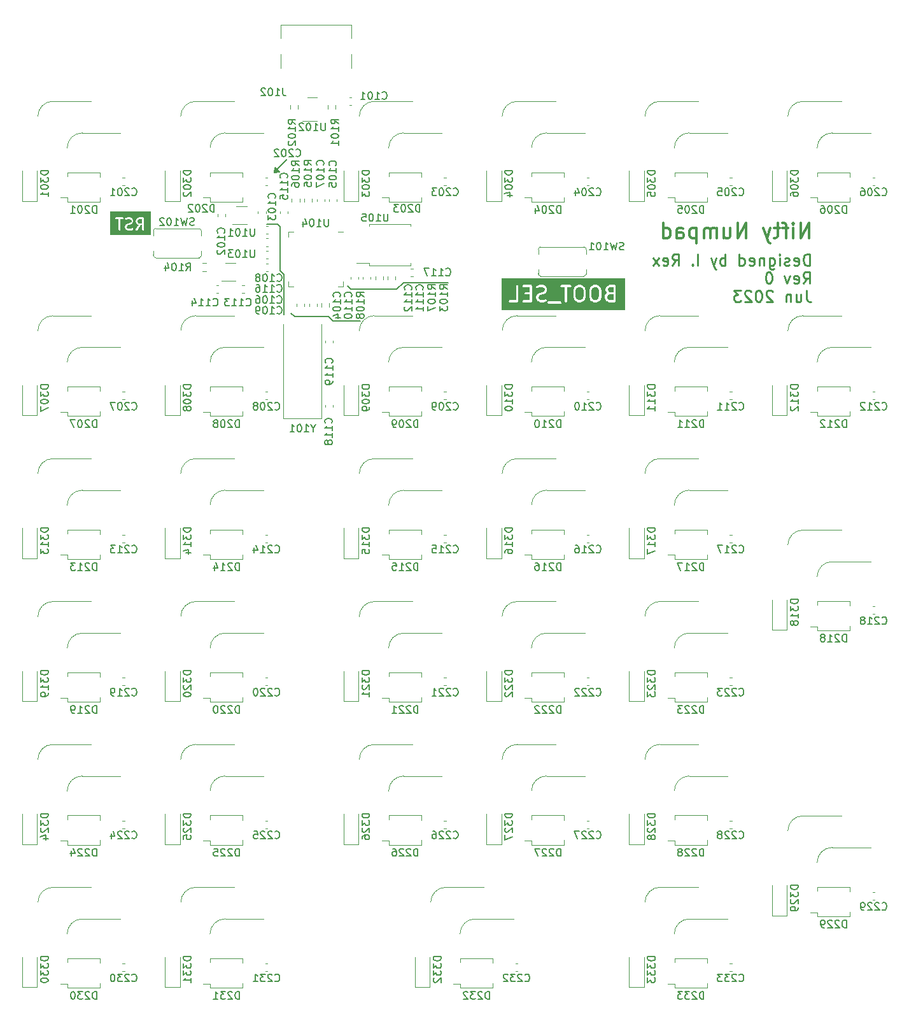
<source format=gbr>
%TF.GenerationSoftware,KiCad,Pcbnew,7.0.5-0*%
%TF.CreationDate,2023-06-18T09:02:34-05:00*%
%TF.ProjectId,Nifty Numpad,4e696674-7920-44e7-956d-7061642e6b69,rev?*%
%TF.SameCoordinates,Original*%
%TF.FileFunction,Legend,Bot*%
%TF.FilePolarity,Positive*%
%FSLAX46Y46*%
G04 Gerber Fmt 4.6, Leading zero omitted, Abs format (unit mm)*
G04 Created by KiCad (PCBNEW 7.0.5-0) date 2023-06-18 09:02:34*
%MOMM*%
%LPD*%
G01*
G04 APERTURE LIST*
%ADD10C,0.200000*%
%ADD11C,0.150000*%
%ADD12C,0.225000*%
%ADD13C,0.300000*%
%ADD14C,0.160000*%
%ADD15C,0.120000*%
G04 APERTURE END LIST*
D10*
X188150000Y-99150000D02*
X188650000Y-99650000D01*
X195100000Y-105800000D02*
X198800000Y-105800000D01*
D11*
X188015685Y-85965685D02*
X187343934Y-86071751D01*
X187450000Y-85400000D01*
X188015685Y-85965685D01*
G36*
X188015685Y-85965685D02*
G01*
X187343934Y-86071751D01*
X187450000Y-85400000D01*
X188015685Y-85965685D01*
G37*
D10*
X197550000Y-101600000D02*
X203650000Y-101600000D01*
X197100000Y-101150000D02*
X197550000Y-101600000D01*
X187750000Y-92900000D02*
X188150000Y-93300000D01*
X190050000Y-105250000D02*
X194550000Y-105250000D01*
X187750000Y-92900000D02*
X186350000Y-92900000D01*
X189550000Y-104750000D02*
X190050000Y-105250000D01*
D11*
X187732843Y-85682843D02*
X189076346Y-84339340D01*
D10*
X194550000Y-105250000D02*
X195100000Y-105800000D01*
X188150000Y-93300000D02*
X188150000Y-99150000D01*
X204550000Y-100700000D02*
X210500000Y-100700000D01*
X188650000Y-99650000D02*
X188650000Y-104950000D01*
X203650000Y-101600000D02*
X204550000Y-100700000D01*
D12*
X258544831Y-98409728D02*
X258544831Y-96909728D01*
X258544831Y-96909728D02*
X258187688Y-96909728D01*
X258187688Y-96909728D02*
X257973402Y-96981157D01*
X257973402Y-96981157D02*
X257830545Y-97124014D01*
X257830545Y-97124014D02*
X257759116Y-97266871D01*
X257759116Y-97266871D02*
X257687688Y-97552585D01*
X257687688Y-97552585D02*
X257687688Y-97766871D01*
X257687688Y-97766871D02*
X257759116Y-98052585D01*
X257759116Y-98052585D02*
X257830545Y-98195442D01*
X257830545Y-98195442D02*
X257973402Y-98338300D01*
X257973402Y-98338300D02*
X258187688Y-98409728D01*
X258187688Y-98409728D02*
X258544831Y-98409728D01*
X256473402Y-98338300D02*
X256616259Y-98409728D01*
X256616259Y-98409728D02*
X256901974Y-98409728D01*
X256901974Y-98409728D02*
X257044831Y-98338300D01*
X257044831Y-98338300D02*
X257116259Y-98195442D01*
X257116259Y-98195442D02*
X257116259Y-97624014D01*
X257116259Y-97624014D02*
X257044831Y-97481157D01*
X257044831Y-97481157D02*
X256901974Y-97409728D01*
X256901974Y-97409728D02*
X256616259Y-97409728D01*
X256616259Y-97409728D02*
X256473402Y-97481157D01*
X256473402Y-97481157D02*
X256401974Y-97624014D01*
X256401974Y-97624014D02*
X256401974Y-97766871D01*
X256401974Y-97766871D02*
X257116259Y-97909728D01*
X255830545Y-98338300D02*
X255687688Y-98409728D01*
X255687688Y-98409728D02*
X255401974Y-98409728D01*
X255401974Y-98409728D02*
X255259117Y-98338300D01*
X255259117Y-98338300D02*
X255187688Y-98195442D01*
X255187688Y-98195442D02*
X255187688Y-98124014D01*
X255187688Y-98124014D02*
X255259117Y-97981157D01*
X255259117Y-97981157D02*
X255401974Y-97909728D01*
X255401974Y-97909728D02*
X255616260Y-97909728D01*
X255616260Y-97909728D02*
X255759117Y-97838300D01*
X255759117Y-97838300D02*
X255830545Y-97695442D01*
X255830545Y-97695442D02*
X255830545Y-97624014D01*
X255830545Y-97624014D02*
X255759117Y-97481157D01*
X255759117Y-97481157D02*
X255616260Y-97409728D01*
X255616260Y-97409728D02*
X255401974Y-97409728D01*
X255401974Y-97409728D02*
X255259117Y-97481157D01*
X254544831Y-98409728D02*
X254544831Y-97409728D01*
X254544831Y-96909728D02*
X254616259Y-96981157D01*
X254616259Y-96981157D02*
X254544831Y-97052585D01*
X254544831Y-97052585D02*
X254473402Y-96981157D01*
X254473402Y-96981157D02*
X254544831Y-96909728D01*
X254544831Y-96909728D02*
X254544831Y-97052585D01*
X253187688Y-97409728D02*
X253187688Y-98624014D01*
X253187688Y-98624014D02*
X253259116Y-98766871D01*
X253259116Y-98766871D02*
X253330545Y-98838300D01*
X253330545Y-98838300D02*
X253473402Y-98909728D01*
X253473402Y-98909728D02*
X253687688Y-98909728D01*
X253687688Y-98909728D02*
X253830545Y-98838300D01*
X253187688Y-98338300D02*
X253330545Y-98409728D01*
X253330545Y-98409728D02*
X253616259Y-98409728D01*
X253616259Y-98409728D02*
X253759116Y-98338300D01*
X253759116Y-98338300D02*
X253830545Y-98266871D01*
X253830545Y-98266871D02*
X253901973Y-98124014D01*
X253901973Y-98124014D02*
X253901973Y-97695442D01*
X253901973Y-97695442D02*
X253830545Y-97552585D01*
X253830545Y-97552585D02*
X253759116Y-97481157D01*
X253759116Y-97481157D02*
X253616259Y-97409728D01*
X253616259Y-97409728D02*
X253330545Y-97409728D01*
X253330545Y-97409728D02*
X253187688Y-97481157D01*
X252473402Y-97409728D02*
X252473402Y-98409728D01*
X252473402Y-97552585D02*
X252401973Y-97481157D01*
X252401973Y-97481157D02*
X252259116Y-97409728D01*
X252259116Y-97409728D02*
X252044830Y-97409728D01*
X252044830Y-97409728D02*
X251901973Y-97481157D01*
X251901973Y-97481157D02*
X251830545Y-97624014D01*
X251830545Y-97624014D02*
X251830545Y-98409728D01*
X250544830Y-98338300D02*
X250687687Y-98409728D01*
X250687687Y-98409728D02*
X250973402Y-98409728D01*
X250973402Y-98409728D02*
X251116259Y-98338300D01*
X251116259Y-98338300D02*
X251187687Y-98195442D01*
X251187687Y-98195442D02*
X251187687Y-97624014D01*
X251187687Y-97624014D02*
X251116259Y-97481157D01*
X251116259Y-97481157D02*
X250973402Y-97409728D01*
X250973402Y-97409728D02*
X250687687Y-97409728D01*
X250687687Y-97409728D02*
X250544830Y-97481157D01*
X250544830Y-97481157D02*
X250473402Y-97624014D01*
X250473402Y-97624014D02*
X250473402Y-97766871D01*
X250473402Y-97766871D02*
X251187687Y-97909728D01*
X249187688Y-98409728D02*
X249187688Y-96909728D01*
X249187688Y-98338300D02*
X249330545Y-98409728D01*
X249330545Y-98409728D02*
X249616259Y-98409728D01*
X249616259Y-98409728D02*
X249759116Y-98338300D01*
X249759116Y-98338300D02*
X249830545Y-98266871D01*
X249830545Y-98266871D02*
X249901973Y-98124014D01*
X249901973Y-98124014D02*
X249901973Y-97695442D01*
X249901973Y-97695442D02*
X249830545Y-97552585D01*
X249830545Y-97552585D02*
X249759116Y-97481157D01*
X249759116Y-97481157D02*
X249616259Y-97409728D01*
X249616259Y-97409728D02*
X249330545Y-97409728D01*
X249330545Y-97409728D02*
X249187688Y-97481157D01*
X247330545Y-98409728D02*
X247330545Y-96909728D01*
X247330545Y-97481157D02*
X247187688Y-97409728D01*
X247187688Y-97409728D02*
X246901973Y-97409728D01*
X246901973Y-97409728D02*
X246759116Y-97481157D01*
X246759116Y-97481157D02*
X246687688Y-97552585D01*
X246687688Y-97552585D02*
X246616259Y-97695442D01*
X246616259Y-97695442D02*
X246616259Y-98124014D01*
X246616259Y-98124014D02*
X246687688Y-98266871D01*
X246687688Y-98266871D02*
X246759116Y-98338300D01*
X246759116Y-98338300D02*
X246901973Y-98409728D01*
X246901973Y-98409728D02*
X247187688Y-98409728D01*
X247187688Y-98409728D02*
X247330545Y-98338300D01*
X246116259Y-97409728D02*
X245759116Y-98409728D01*
X245401973Y-97409728D02*
X245759116Y-98409728D01*
X245759116Y-98409728D02*
X245901973Y-98766871D01*
X245901973Y-98766871D02*
X245973402Y-98838300D01*
X245973402Y-98838300D02*
X246116259Y-98909728D01*
X243687688Y-98409728D02*
X243687688Y-96909728D01*
X242973402Y-98266871D02*
X242901973Y-98338300D01*
X242901973Y-98338300D02*
X242973402Y-98409728D01*
X242973402Y-98409728D02*
X243044830Y-98338300D01*
X243044830Y-98338300D02*
X242973402Y-98266871D01*
X242973402Y-98266871D02*
X242973402Y-98409728D01*
X240259116Y-98409728D02*
X240759116Y-97695442D01*
X241116259Y-98409728D02*
X241116259Y-96909728D01*
X241116259Y-96909728D02*
X240544830Y-96909728D01*
X240544830Y-96909728D02*
X240401973Y-96981157D01*
X240401973Y-96981157D02*
X240330544Y-97052585D01*
X240330544Y-97052585D02*
X240259116Y-97195442D01*
X240259116Y-97195442D02*
X240259116Y-97409728D01*
X240259116Y-97409728D02*
X240330544Y-97552585D01*
X240330544Y-97552585D02*
X240401973Y-97624014D01*
X240401973Y-97624014D02*
X240544830Y-97695442D01*
X240544830Y-97695442D02*
X241116259Y-97695442D01*
X239044830Y-98338300D02*
X239187687Y-98409728D01*
X239187687Y-98409728D02*
X239473402Y-98409728D01*
X239473402Y-98409728D02*
X239616259Y-98338300D01*
X239616259Y-98338300D02*
X239687687Y-98195442D01*
X239687687Y-98195442D02*
X239687687Y-97624014D01*
X239687687Y-97624014D02*
X239616259Y-97481157D01*
X239616259Y-97481157D02*
X239473402Y-97409728D01*
X239473402Y-97409728D02*
X239187687Y-97409728D01*
X239187687Y-97409728D02*
X239044830Y-97481157D01*
X239044830Y-97481157D02*
X238973402Y-97624014D01*
X238973402Y-97624014D02*
X238973402Y-97766871D01*
X238973402Y-97766871D02*
X239687687Y-97909728D01*
X238473402Y-98409728D02*
X237687688Y-97409728D01*
X238473402Y-97409728D02*
X237687688Y-98409728D01*
X257687688Y-100824728D02*
X258187688Y-100110442D01*
X258544831Y-100824728D02*
X258544831Y-99324728D01*
X258544831Y-99324728D02*
X257973402Y-99324728D01*
X257973402Y-99324728D02*
X257830545Y-99396157D01*
X257830545Y-99396157D02*
X257759116Y-99467585D01*
X257759116Y-99467585D02*
X257687688Y-99610442D01*
X257687688Y-99610442D02*
X257687688Y-99824728D01*
X257687688Y-99824728D02*
X257759116Y-99967585D01*
X257759116Y-99967585D02*
X257830545Y-100039014D01*
X257830545Y-100039014D02*
X257973402Y-100110442D01*
X257973402Y-100110442D02*
X258544831Y-100110442D01*
X256473402Y-100753300D02*
X256616259Y-100824728D01*
X256616259Y-100824728D02*
X256901974Y-100824728D01*
X256901974Y-100824728D02*
X257044831Y-100753300D01*
X257044831Y-100753300D02*
X257116259Y-100610442D01*
X257116259Y-100610442D02*
X257116259Y-100039014D01*
X257116259Y-100039014D02*
X257044831Y-99896157D01*
X257044831Y-99896157D02*
X256901974Y-99824728D01*
X256901974Y-99824728D02*
X256616259Y-99824728D01*
X256616259Y-99824728D02*
X256473402Y-99896157D01*
X256473402Y-99896157D02*
X256401974Y-100039014D01*
X256401974Y-100039014D02*
X256401974Y-100181871D01*
X256401974Y-100181871D02*
X257116259Y-100324728D01*
X255901974Y-99824728D02*
X255544831Y-100824728D01*
X255544831Y-100824728D02*
X255187688Y-99824728D01*
X253187688Y-99324728D02*
X253044831Y-99324728D01*
X253044831Y-99324728D02*
X252901974Y-99396157D01*
X252901974Y-99396157D02*
X252830546Y-99467585D01*
X252830546Y-99467585D02*
X252759117Y-99610442D01*
X252759117Y-99610442D02*
X252687688Y-99896157D01*
X252687688Y-99896157D02*
X252687688Y-100253300D01*
X252687688Y-100253300D02*
X252759117Y-100539014D01*
X252759117Y-100539014D02*
X252830546Y-100681871D01*
X252830546Y-100681871D02*
X252901974Y-100753300D01*
X252901974Y-100753300D02*
X253044831Y-100824728D01*
X253044831Y-100824728D02*
X253187688Y-100824728D01*
X253187688Y-100824728D02*
X253330546Y-100753300D01*
X253330546Y-100753300D02*
X253401974Y-100681871D01*
X253401974Y-100681871D02*
X253473403Y-100539014D01*
X253473403Y-100539014D02*
X253544831Y-100253300D01*
X253544831Y-100253300D02*
X253544831Y-99896157D01*
X253544831Y-99896157D02*
X253473403Y-99610442D01*
X253473403Y-99610442D02*
X253401974Y-99467585D01*
X253401974Y-99467585D02*
X253330546Y-99396157D01*
X253330546Y-99396157D02*
X253187688Y-99324728D01*
X258116259Y-101739728D02*
X258116259Y-102811157D01*
X258116259Y-102811157D02*
X258187688Y-103025442D01*
X258187688Y-103025442D02*
X258330545Y-103168300D01*
X258330545Y-103168300D02*
X258544831Y-103239728D01*
X258544831Y-103239728D02*
X258687688Y-103239728D01*
X256759117Y-102239728D02*
X256759117Y-103239728D01*
X257401974Y-102239728D02*
X257401974Y-103025442D01*
X257401974Y-103025442D02*
X257330545Y-103168300D01*
X257330545Y-103168300D02*
X257187688Y-103239728D01*
X257187688Y-103239728D02*
X256973402Y-103239728D01*
X256973402Y-103239728D02*
X256830545Y-103168300D01*
X256830545Y-103168300D02*
X256759117Y-103096871D01*
X256044831Y-102239728D02*
X256044831Y-103239728D01*
X256044831Y-102382585D02*
X255973402Y-102311157D01*
X255973402Y-102311157D02*
X255830545Y-102239728D01*
X255830545Y-102239728D02*
X255616259Y-102239728D01*
X255616259Y-102239728D02*
X255473402Y-102311157D01*
X255473402Y-102311157D02*
X255401974Y-102454014D01*
X255401974Y-102454014D02*
X255401974Y-103239728D01*
X253616259Y-101882585D02*
X253544831Y-101811157D01*
X253544831Y-101811157D02*
X253401974Y-101739728D01*
X253401974Y-101739728D02*
X253044831Y-101739728D01*
X253044831Y-101739728D02*
X252901974Y-101811157D01*
X252901974Y-101811157D02*
X252830545Y-101882585D01*
X252830545Y-101882585D02*
X252759116Y-102025442D01*
X252759116Y-102025442D02*
X252759116Y-102168300D01*
X252759116Y-102168300D02*
X252830545Y-102382585D01*
X252830545Y-102382585D02*
X253687688Y-103239728D01*
X253687688Y-103239728D02*
X252759116Y-103239728D01*
X251830545Y-101739728D02*
X251687688Y-101739728D01*
X251687688Y-101739728D02*
X251544831Y-101811157D01*
X251544831Y-101811157D02*
X251473403Y-101882585D01*
X251473403Y-101882585D02*
X251401974Y-102025442D01*
X251401974Y-102025442D02*
X251330545Y-102311157D01*
X251330545Y-102311157D02*
X251330545Y-102668300D01*
X251330545Y-102668300D02*
X251401974Y-102954014D01*
X251401974Y-102954014D02*
X251473403Y-103096871D01*
X251473403Y-103096871D02*
X251544831Y-103168300D01*
X251544831Y-103168300D02*
X251687688Y-103239728D01*
X251687688Y-103239728D02*
X251830545Y-103239728D01*
X251830545Y-103239728D02*
X251973403Y-103168300D01*
X251973403Y-103168300D02*
X252044831Y-103096871D01*
X252044831Y-103096871D02*
X252116260Y-102954014D01*
X252116260Y-102954014D02*
X252187688Y-102668300D01*
X252187688Y-102668300D02*
X252187688Y-102311157D01*
X252187688Y-102311157D02*
X252116260Y-102025442D01*
X252116260Y-102025442D02*
X252044831Y-101882585D01*
X252044831Y-101882585D02*
X251973403Y-101811157D01*
X251973403Y-101811157D02*
X251830545Y-101739728D01*
X250759117Y-101882585D02*
X250687689Y-101811157D01*
X250687689Y-101811157D02*
X250544832Y-101739728D01*
X250544832Y-101739728D02*
X250187689Y-101739728D01*
X250187689Y-101739728D02*
X250044832Y-101811157D01*
X250044832Y-101811157D02*
X249973403Y-101882585D01*
X249973403Y-101882585D02*
X249901974Y-102025442D01*
X249901974Y-102025442D02*
X249901974Y-102168300D01*
X249901974Y-102168300D02*
X249973403Y-102382585D01*
X249973403Y-102382585D02*
X250830546Y-103239728D01*
X250830546Y-103239728D02*
X249901974Y-103239728D01*
X249401975Y-101739728D02*
X248473403Y-101739728D01*
X248473403Y-101739728D02*
X248973403Y-102311157D01*
X248973403Y-102311157D02*
X248759118Y-102311157D01*
X248759118Y-102311157D02*
X248616261Y-102382585D01*
X248616261Y-102382585D02*
X248544832Y-102454014D01*
X248544832Y-102454014D02*
X248473403Y-102596871D01*
X248473403Y-102596871D02*
X248473403Y-102954014D01*
X248473403Y-102954014D02*
X248544832Y-103096871D01*
X248544832Y-103096871D02*
X248616261Y-103168300D01*
X248616261Y-103168300D02*
X248759118Y-103239728D01*
X248759118Y-103239728D02*
X249187689Y-103239728D01*
X249187689Y-103239728D02*
X249330546Y-103168300D01*
X249330546Y-103168300D02*
X249401975Y-103096871D01*
D13*
X258476441Y-94789638D02*
X258476441Y-92789638D01*
X258476441Y-92789638D02*
X257333584Y-94789638D01*
X257333584Y-94789638D02*
X257333584Y-92789638D01*
X256381203Y-94789638D02*
X256381203Y-93456304D01*
X256381203Y-92789638D02*
X256476441Y-92884876D01*
X256476441Y-92884876D02*
X256381203Y-92980114D01*
X256381203Y-92980114D02*
X256285965Y-92884876D01*
X256285965Y-92884876D02*
X256381203Y-92789638D01*
X256381203Y-92789638D02*
X256381203Y-92980114D01*
X255714536Y-93456304D02*
X254952632Y-93456304D01*
X255428822Y-94789638D02*
X255428822Y-93075352D01*
X255428822Y-93075352D02*
X255333584Y-92884876D01*
X255333584Y-92884876D02*
X255143108Y-92789638D01*
X255143108Y-92789638D02*
X254952632Y-92789638D01*
X254571679Y-93456304D02*
X253809775Y-93456304D01*
X254285965Y-92789638D02*
X254285965Y-94503923D01*
X254285965Y-94503923D02*
X254190727Y-94694400D01*
X254190727Y-94694400D02*
X254000251Y-94789638D01*
X254000251Y-94789638D02*
X253809775Y-94789638D01*
X253333584Y-93456304D02*
X252857394Y-94789638D01*
X252381203Y-93456304D02*
X252857394Y-94789638D01*
X252857394Y-94789638D02*
X253047870Y-95265828D01*
X253047870Y-95265828D02*
X253143108Y-95361066D01*
X253143108Y-95361066D02*
X253333584Y-95456304D01*
X250095488Y-94789638D02*
X250095488Y-92789638D01*
X250095488Y-92789638D02*
X248952631Y-94789638D01*
X248952631Y-94789638D02*
X248952631Y-92789638D01*
X247143107Y-93456304D02*
X247143107Y-94789638D01*
X248000250Y-93456304D02*
X248000250Y-94503923D01*
X248000250Y-94503923D02*
X247905012Y-94694400D01*
X247905012Y-94694400D02*
X247714536Y-94789638D01*
X247714536Y-94789638D02*
X247428821Y-94789638D01*
X247428821Y-94789638D02*
X247238345Y-94694400D01*
X247238345Y-94694400D02*
X247143107Y-94599161D01*
X246190726Y-94789638D02*
X246190726Y-93456304D01*
X246190726Y-93646780D02*
X246095488Y-93551542D01*
X246095488Y-93551542D02*
X245905012Y-93456304D01*
X245905012Y-93456304D02*
X245619297Y-93456304D01*
X245619297Y-93456304D02*
X245428821Y-93551542D01*
X245428821Y-93551542D02*
X245333583Y-93742019D01*
X245333583Y-93742019D02*
X245333583Y-94789638D01*
X245333583Y-93742019D02*
X245238345Y-93551542D01*
X245238345Y-93551542D02*
X245047869Y-93456304D01*
X245047869Y-93456304D02*
X244762155Y-93456304D01*
X244762155Y-93456304D02*
X244571678Y-93551542D01*
X244571678Y-93551542D02*
X244476440Y-93742019D01*
X244476440Y-93742019D02*
X244476440Y-94789638D01*
X243524059Y-93456304D02*
X243524059Y-95456304D01*
X243524059Y-93551542D02*
X243333583Y-93456304D01*
X243333583Y-93456304D02*
X242952630Y-93456304D01*
X242952630Y-93456304D02*
X242762154Y-93551542D01*
X242762154Y-93551542D02*
X242666916Y-93646780D01*
X242666916Y-93646780D02*
X242571678Y-93837257D01*
X242571678Y-93837257D02*
X242571678Y-94408685D01*
X242571678Y-94408685D02*
X242666916Y-94599161D01*
X242666916Y-94599161D02*
X242762154Y-94694400D01*
X242762154Y-94694400D02*
X242952630Y-94789638D01*
X242952630Y-94789638D02*
X243333583Y-94789638D01*
X243333583Y-94789638D02*
X243524059Y-94694400D01*
X240857392Y-94789638D02*
X240857392Y-93742019D01*
X240857392Y-93742019D02*
X240952630Y-93551542D01*
X240952630Y-93551542D02*
X241143106Y-93456304D01*
X241143106Y-93456304D02*
X241524059Y-93456304D01*
X241524059Y-93456304D02*
X241714535Y-93551542D01*
X240857392Y-94694400D02*
X241047868Y-94789638D01*
X241047868Y-94789638D02*
X241524059Y-94789638D01*
X241524059Y-94789638D02*
X241714535Y-94694400D01*
X241714535Y-94694400D02*
X241809773Y-94503923D01*
X241809773Y-94503923D02*
X241809773Y-94313447D01*
X241809773Y-94313447D02*
X241714535Y-94122971D01*
X241714535Y-94122971D02*
X241524059Y-94027733D01*
X241524059Y-94027733D02*
X241047868Y-94027733D01*
X241047868Y-94027733D02*
X240857392Y-93932495D01*
X239047868Y-94789638D02*
X239047868Y-92789638D01*
X239047868Y-94694400D02*
X239238344Y-94789638D01*
X239238344Y-94789638D02*
X239619297Y-94789638D01*
X239619297Y-94789638D02*
X239809773Y-94694400D01*
X239809773Y-94694400D02*
X239905011Y-94599161D01*
X239905011Y-94599161D02*
X240000249Y-94408685D01*
X240000249Y-94408685D02*
X240000249Y-93837257D01*
X240000249Y-93837257D02*
X239905011Y-93646780D01*
X239905011Y-93646780D02*
X239809773Y-93551542D01*
X239809773Y-93551542D02*
X239619297Y-93456304D01*
X239619297Y-93456304D02*
X239238344Y-93456304D01*
X239238344Y-93456304D02*
X239047868Y-93551542D01*
G36*
X228234956Y-101378154D02*
G01*
X228378841Y-101522039D01*
X228459524Y-101844768D01*
X228459524Y-102474506D01*
X228378841Y-102797235D01*
X228234955Y-102941121D01*
X228097923Y-103009638D01*
X227787792Y-103009638D01*
X227650758Y-102941121D01*
X227506874Y-102797236D01*
X227426191Y-102474506D01*
X227426191Y-101844768D01*
X227506873Y-101522039D01*
X227650759Y-101378153D01*
X227787790Y-101309638D01*
X228097924Y-101309638D01*
X228234956Y-101378154D01*
G37*
G36*
X230330194Y-101378154D02*
G01*
X230474079Y-101522039D01*
X230554762Y-101844768D01*
X230554761Y-102474506D01*
X230474079Y-102797235D01*
X230330193Y-102941121D01*
X230193161Y-103009638D01*
X229883030Y-103009638D01*
X229745996Y-102941121D01*
X229602112Y-102797236D01*
X229521429Y-102474506D01*
X229521429Y-101844768D01*
X229602111Y-101522039D01*
X229745997Y-101378153D01*
X229883028Y-101309638D01*
X230193162Y-101309638D01*
X230330194Y-101378154D01*
G37*
G36*
X232459524Y-103009638D02*
G01*
X231883030Y-103009638D01*
X231745996Y-102941121D01*
X231685183Y-102880307D01*
X231616667Y-102743274D01*
X231616667Y-102528381D01*
X231685183Y-102391348D01*
X231738170Y-102338361D01*
X231953968Y-102266428D01*
X231959638Y-102267449D01*
X231972730Y-102262019D01*
X232459524Y-102262019D01*
X232459524Y-103009638D01*
G37*
G36*
X232459524Y-101962019D02*
G01*
X231978268Y-101962019D01*
X231841235Y-101893502D01*
X231780421Y-101832688D01*
X231711905Y-101695655D01*
X231711905Y-101576000D01*
X231780421Y-101438967D01*
X231841235Y-101378153D01*
X231978266Y-101309638D01*
X232459524Y-101309638D01*
X232459524Y-101962019D01*
G37*
G36*
X233996429Y-104360714D02*
G01*
X217603571Y-104360714D01*
X217603571Y-103372363D01*
X223692877Y-103372363D01*
X223729470Y-103452490D01*
X223803575Y-103500114D01*
X225392997Y-103500114D01*
X225455949Y-103481630D01*
X225513634Y-103415057D01*
X225526171Y-103327865D01*
X225489578Y-103247738D01*
X225415473Y-103200114D01*
X223826051Y-103200114D01*
X223763099Y-103218598D01*
X223705414Y-103285171D01*
X223692877Y-103372363D01*
X217603571Y-103372363D01*
X217603571Y-103181887D01*
X218550019Y-103181887D01*
X218586612Y-103262014D01*
X218660717Y-103309638D01*
X219646411Y-103309638D01*
X219679391Y-103314380D01*
X219709697Y-103300539D01*
X219741662Y-103291154D01*
X219749136Y-103282528D01*
X219759518Y-103277787D01*
X219777530Y-103249759D01*
X219799347Y-103224581D01*
X219800971Y-103213283D01*
X219807142Y-103203682D01*
X219807142Y-103181887D01*
X220359543Y-103181887D01*
X220396136Y-103262014D01*
X220470241Y-103309638D01*
X221455935Y-103309638D01*
X221488915Y-103314380D01*
X221519221Y-103300539D01*
X221551186Y-103291154D01*
X221558660Y-103282528D01*
X221569042Y-103277787D01*
X221587054Y-103249759D01*
X221608871Y-103224581D01*
X221610495Y-103213283D01*
X221616666Y-103203682D01*
X221616666Y-103170368D01*
X221621408Y-103137389D01*
X221616666Y-103127005D01*
X221616666Y-102122749D01*
X221621408Y-102089770D01*
X221616666Y-102079386D01*
X221616666Y-101238235D01*
X222168365Y-101238235D01*
X222184044Y-101324917D01*
X222244097Y-101389360D01*
X222329459Y-101411106D01*
X222633864Y-101309638D01*
X223050304Y-101309638D01*
X223187336Y-101378154D01*
X223248150Y-101438968D01*
X223316666Y-101575999D01*
X223316666Y-101695655D01*
X223248148Y-101832689D01*
X223187336Y-101893501D01*
X223033360Y-101970490D01*
X222694301Y-102055255D01*
X222677073Y-102053396D01*
X222652404Y-102065730D01*
X222647457Y-102066967D01*
X222633186Y-102075339D01*
X222464023Y-102159920D01*
X222439363Y-102165285D01*
X222410151Y-102194496D01*
X222379872Y-102222662D01*
X222379145Y-102225502D01*
X222326281Y-102278366D01*
X222304580Y-102291256D01*
X222286098Y-102328218D01*
X222266286Y-102364502D01*
X222266495Y-102367425D01*
X222193254Y-102513906D01*
X222173809Y-102544165D01*
X222173809Y-102574815D01*
X222168379Y-102604990D01*
X222173809Y-102618082D01*
X222173809Y-102770609D01*
X222169948Y-102806373D01*
X222183655Y-102833788D01*
X222192293Y-102863205D01*
X222203005Y-102872486D01*
X222276471Y-103019420D01*
X222281837Y-103044082D01*
X222311049Y-103073295D01*
X222339214Y-103103574D01*
X222342054Y-103104300D01*
X222394920Y-103157166D01*
X222407809Y-103178867D01*
X222444757Y-103197341D01*
X222481053Y-103217161D01*
X222483978Y-103216951D01*
X222630458Y-103290192D01*
X222660717Y-103309638D01*
X222691368Y-103309638D01*
X222721543Y-103315068D01*
X222734635Y-103309638D01*
X223162147Y-103309638D01*
X223186602Y-103315868D01*
X223225788Y-103302806D01*
X223265472Y-103291154D01*
X223267392Y-103288938D01*
X223534561Y-103199882D01*
X223588438Y-103162439D01*
X223622110Y-103081041D01*
X223606431Y-102994359D01*
X223546378Y-102929916D01*
X223461016Y-102908170D01*
X223156611Y-103009638D01*
X222740172Y-103009638D01*
X222603138Y-102941121D01*
X222542325Y-102880307D01*
X222473809Y-102743274D01*
X222473809Y-102623619D01*
X222542325Y-102486586D01*
X222603139Y-102425772D01*
X222757112Y-102348785D01*
X223096174Y-102264020D01*
X223113403Y-102265880D01*
X223138071Y-102253545D01*
X223143018Y-102252309D01*
X223157286Y-102243938D01*
X223326449Y-102159355D01*
X223351112Y-102153990D01*
X223380338Y-102124763D01*
X223410603Y-102096612D01*
X223411328Y-102093773D01*
X223464195Y-102040906D01*
X223485895Y-102028018D01*
X223504371Y-101991065D01*
X223524189Y-101954773D01*
X223523979Y-101951848D01*
X223597220Y-101805368D01*
X223616666Y-101775110D01*
X223616666Y-101744458D01*
X223622096Y-101714284D01*
X223616666Y-101701191D01*
X223616666Y-101548665D01*
X223620527Y-101512902D01*
X223606819Y-101485486D01*
X223598182Y-101456070D01*
X223587470Y-101446788D01*
X223514002Y-101299852D01*
X223508638Y-101275192D01*
X223479426Y-101245980D01*
X223451261Y-101215701D01*
X223448420Y-101214974D01*
X223415333Y-101181887D01*
X225407163Y-101181887D01*
X225443756Y-101262014D01*
X225517861Y-101309638D01*
X225983334Y-101309638D01*
X225983334Y-103181206D01*
X226001818Y-103244158D01*
X226068391Y-103301843D01*
X226155583Y-103314380D01*
X226235710Y-103277787D01*
X226283334Y-103203682D01*
X226283334Y-102486622D01*
X227119987Y-102486622D01*
X227126191Y-102511437D01*
X227126191Y-102514539D01*
X227131409Y-102532313D01*
X227225342Y-102908041D01*
X227234219Y-102948845D01*
X227251775Y-102966401D01*
X227264339Y-102987816D01*
X227282282Y-102996908D01*
X227442540Y-103157167D01*
X227455429Y-103178867D01*
X227492391Y-103197348D01*
X227528673Y-103217160D01*
X227531596Y-103216950D01*
X227678078Y-103290192D01*
X227708337Y-103309638D01*
X227738988Y-103309638D01*
X227769163Y-103315068D01*
X227782255Y-103309638D01*
X228125258Y-103309638D01*
X228161022Y-103313499D01*
X228188437Y-103299791D01*
X228217854Y-103291154D01*
X228227135Y-103280441D01*
X228374067Y-103206975D01*
X228398733Y-103201610D01*
X228427963Y-103172379D01*
X228458223Y-103144233D01*
X228458949Y-103141393D01*
X228618722Y-102981618D01*
X228649125Y-102953032D01*
X228655146Y-102928946D01*
X228667046Y-102907154D01*
X228665610Y-102887089D01*
X228749057Y-102553300D01*
X228759524Y-102537015D01*
X228759524Y-102511435D01*
X228760276Y-102508428D01*
X228759524Y-102489922D01*
X228759524Y-102486622D01*
X229215225Y-102486622D01*
X229221429Y-102511437D01*
X229221429Y-102514539D01*
X229226647Y-102532313D01*
X229320580Y-102908041D01*
X229329457Y-102948845D01*
X229347013Y-102966401D01*
X229359577Y-102987816D01*
X229377520Y-102996908D01*
X229537778Y-103157167D01*
X229550667Y-103178867D01*
X229587629Y-103197348D01*
X229623911Y-103217160D01*
X229626834Y-103216950D01*
X229773316Y-103290192D01*
X229803575Y-103309638D01*
X229834226Y-103309638D01*
X229864401Y-103315068D01*
X229877493Y-103309638D01*
X230220496Y-103309638D01*
X230256260Y-103313499D01*
X230283675Y-103299791D01*
X230313092Y-103291154D01*
X230322373Y-103280441D01*
X230469305Y-103206975D01*
X230493971Y-103201610D01*
X230523201Y-103172379D01*
X230553461Y-103144233D01*
X230554187Y-103141393D01*
X230713960Y-102981618D01*
X230744363Y-102953032D01*
X230750384Y-102928946D01*
X230762284Y-102907154D01*
X230760848Y-102887089D01*
X230844295Y-102553300D01*
X230854762Y-102537015D01*
X230854762Y-102511435D01*
X230855183Y-102509752D01*
X231311237Y-102509752D01*
X231316667Y-102522844D01*
X231316666Y-102770609D01*
X231312806Y-102806373D01*
X231326513Y-102833788D01*
X231335151Y-102863205D01*
X231345863Y-102872486D01*
X231419329Y-103019420D01*
X231424695Y-103044082D01*
X231453907Y-103073295D01*
X231482072Y-103103574D01*
X231484912Y-103104300D01*
X231537778Y-103157166D01*
X231550667Y-103178867D01*
X231587615Y-103197341D01*
X231623911Y-103217161D01*
X231626836Y-103216951D01*
X231773316Y-103290192D01*
X231803575Y-103309638D01*
X231834226Y-103309638D01*
X231864401Y-103315068D01*
X231877493Y-103309638D01*
X232598793Y-103309638D01*
X232631773Y-103314380D01*
X232662079Y-103300539D01*
X232694044Y-103291154D01*
X232701518Y-103282528D01*
X232711900Y-103277787D01*
X232729912Y-103249759D01*
X232751729Y-103224581D01*
X232753353Y-103213283D01*
X232759524Y-103203682D01*
X232759524Y-103170368D01*
X232764266Y-103137389D01*
X232759524Y-103127005D01*
X232759524Y-102122749D01*
X232764266Y-102089770D01*
X232759524Y-102079386D01*
X232759524Y-101170368D01*
X232764266Y-101137389D01*
X232750425Y-101107082D01*
X232741040Y-101075118D01*
X232732414Y-101067643D01*
X232727673Y-101057262D01*
X232699645Y-101039249D01*
X232674467Y-101017433D01*
X232663169Y-101015808D01*
X232653568Y-101009638D01*
X232620255Y-101009638D01*
X232587275Y-101004896D01*
X232576892Y-101009638D01*
X231950933Y-101009638D01*
X231915169Y-101005777D01*
X231887753Y-101019484D01*
X231858337Y-101028122D01*
X231849055Y-101038833D01*
X231702119Y-101112301D01*
X231677459Y-101117666D01*
X231648247Y-101146877D01*
X231617968Y-101175043D01*
X231617241Y-101177883D01*
X231564377Y-101230747D01*
X231542676Y-101243637D01*
X231524194Y-101280599D01*
X231504382Y-101316883D01*
X231504591Y-101319806D01*
X231431350Y-101466287D01*
X231411905Y-101496546D01*
X231411905Y-101527196D01*
X231406475Y-101557371D01*
X231411905Y-101570463D01*
X231411905Y-101722990D01*
X231408044Y-101758754D01*
X231421751Y-101786169D01*
X231430389Y-101815586D01*
X231441101Y-101824867D01*
X231514567Y-101971800D01*
X231519933Y-101996464D01*
X231549153Y-102025684D01*
X231577310Y-102055955D01*
X231580150Y-102056681D01*
X231591497Y-102068028D01*
X231582221Y-102070047D01*
X231560545Y-102091722D01*
X231535371Y-102109218D01*
X231529953Y-102122314D01*
X231469139Y-102183128D01*
X231447438Y-102196018D01*
X231428956Y-102232980D01*
X231409144Y-102269264D01*
X231409353Y-102272187D01*
X231336112Y-102418668D01*
X231316667Y-102448927D01*
X231316667Y-102479577D01*
X231311237Y-102509752D01*
X230855183Y-102509752D01*
X230855514Y-102508428D01*
X230854762Y-102489922D01*
X230854762Y-101850990D01*
X230860966Y-101832652D01*
X230854762Y-101807836D01*
X230854762Y-101804736D01*
X230849544Y-101786966D01*
X230755611Y-101411236D01*
X230746734Y-101370430D01*
X230729178Y-101352874D01*
X230716614Y-101331458D01*
X230698668Y-101322364D01*
X230538414Y-101162110D01*
X230525525Y-101140409D01*
X230488562Y-101121927D01*
X230452279Y-101102115D01*
X230449355Y-101102324D01*
X230302874Y-101029083D01*
X230272616Y-101009638D01*
X230241965Y-101009638D01*
X230211791Y-101004208D01*
X230198699Y-101009638D01*
X229855695Y-101009638D01*
X229819931Y-101005777D01*
X229792515Y-101019484D01*
X229763099Y-101028122D01*
X229753817Y-101038833D01*
X229606881Y-101112301D01*
X229582221Y-101117666D01*
X229553009Y-101146877D01*
X229522730Y-101175043D01*
X229522003Y-101177883D01*
X229362232Y-101337654D01*
X229331828Y-101366243D01*
X229325807Y-101390325D01*
X229313906Y-101412121D01*
X229315341Y-101432189D01*
X229231895Y-101765973D01*
X229221429Y-101782260D01*
X229221429Y-101807839D01*
X229220677Y-101810848D01*
X229221429Y-101829353D01*
X229221428Y-102468283D01*
X229215225Y-102486622D01*
X228759524Y-102486622D01*
X228759523Y-101850990D01*
X228765728Y-101832652D01*
X228759523Y-101807836D01*
X228759524Y-101804736D01*
X228754306Y-101786966D01*
X228660373Y-101411236D01*
X228651496Y-101370430D01*
X228633940Y-101352874D01*
X228621376Y-101331458D01*
X228603430Y-101322364D01*
X228443176Y-101162110D01*
X228430287Y-101140409D01*
X228393324Y-101121927D01*
X228357041Y-101102115D01*
X228354117Y-101102324D01*
X228207636Y-101029083D01*
X228177378Y-101009638D01*
X228146727Y-101009638D01*
X228116553Y-101004208D01*
X228103461Y-101009638D01*
X227760457Y-101009638D01*
X227724693Y-101005777D01*
X227697277Y-101019484D01*
X227667861Y-101028122D01*
X227658579Y-101038833D01*
X227511643Y-101112301D01*
X227486983Y-101117666D01*
X227457771Y-101146877D01*
X227427492Y-101175043D01*
X227426765Y-101177883D01*
X227266994Y-101337654D01*
X227236590Y-101366243D01*
X227230569Y-101390325D01*
X227218668Y-101412121D01*
X227220103Y-101432189D01*
X227136657Y-101765973D01*
X227126191Y-101782260D01*
X227126191Y-101807839D01*
X227125439Y-101810848D01*
X227126191Y-101829353D01*
X227126191Y-102468283D01*
X227119987Y-102486622D01*
X226283334Y-102486622D01*
X226283334Y-101309638D01*
X226726330Y-101309638D01*
X226789282Y-101291154D01*
X226846967Y-101224581D01*
X226859504Y-101137389D01*
X226822911Y-101057262D01*
X226748806Y-101009638D01*
X226144065Y-101009638D01*
X226111085Y-101004896D01*
X226100702Y-101009638D01*
X225540337Y-101009638D01*
X225477385Y-101028122D01*
X225419700Y-101094695D01*
X225407163Y-101181887D01*
X223415333Y-101181887D01*
X223395556Y-101162110D01*
X223382667Y-101140409D01*
X223345704Y-101121927D01*
X223309421Y-101102115D01*
X223306497Y-101102324D01*
X223160016Y-101029083D01*
X223129758Y-101009638D01*
X223099107Y-101009638D01*
X223068933Y-101004208D01*
X223055841Y-101009638D01*
X222628328Y-101009638D01*
X222603873Y-101003408D01*
X222564686Y-101016469D01*
X222525003Y-101028122D01*
X222523082Y-101030337D01*
X222255914Y-101119394D01*
X222202037Y-101156837D01*
X222168365Y-101238235D01*
X221616666Y-101238235D01*
X221616666Y-101170368D01*
X221621408Y-101137389D01*
X221607567Y-101107082D01*
X221598182Y-101075118D01*
X221589556Y-101067643D01*
X221584815Y-101057262D01*
X221556787Y-101039249D01*
X221531609Y-101017433D01*
X221520311Y-101015808D01*
X221510710Y-101009638D01*
X221477397Y-101009638D01*
X221444417Y-101004896D01*
X221434034Y-101009638D01*
X220492717Y-101009638D01*
X220429765Y-101028122D01*
X220372080Y-101094695D01*
X220359543Y-101181887D01*
X220396136Y-101262014D01*
X220470241Y-101309638D01*
X221316666Y-101309638D01*
X221316666Y-101962019D01*
X220778431Y-101962019D01*
X220715479Y-101980503D01*
X220657794Y-102047076D01*
X220645257Y-102134268D01*
X220681850Y-102214395D01*
X220755955Y-102262019D01*
X221316666Y-102262019D01*
X221316666Y-103009638D01*
X220492717Y-103009638D01*
X220429765Y-103028122D01*
X220372080Y-103094695D01*
X220359543Y-103181887D01*
X219807142Y-103181887D01*
X219807142Y-103170368D01*
X219811884Y-103137389D01*
X219807142Y-103127005D01*
X219807142Y-101138070D01*
X219788658Y-101075118D01*
X219722085Y-101017433D01*
X219634893Y-101004896D01*
X219554766Y-101041489D01*
X219507142Y-101115594D01*
X219507142Y-103009638D01*
X218683193Y-103009638D01*
X218620241Y-103028122D01*
X218562556Y-103094695D01*
X218550019Y-103181887D01*
X217603571Y-103181887D01*
X217603571Y-100139286D01*
X233996429Y-100139286D01*
X233996429Y-104360714D01*
G37*
D12*
G36*
X169782331Y-92827942D02*
G01*
X169547970Y-92827942D01*
X169525601Y-92823818D01*
X169515536Y-92827942D01*
X169349959Y-92827942D01*
X169247185Y-92776555D01*
X169201574Y-92730944D01*
X169150188Y-92628170D01*
X169150188Y-92466999D01*
X169201575Y-92364225D01*
X169247186Y-92318615D01*
X169349960Y-92267228D01*
X169782331Y-92267228D01*
X169782331Y-92827942D01*
G37*
G36*
X170951786Y-94401786D02*
G01*
X165514286Y-94401786D01*
X165514286Y-92171414D01*
X166207347Y-92171414D01*
X166234792Y-92231510D01*
X166290370Y-92267228D01*
X166639474Y-92267228D01*
X166639474Y-93670902D01*
X166653338Y-93718118D01*
X166703267Y-93761381D01*
X166768660Y-93770784D01*
X166828756Y-93743339D01*
X166864474Y-93687761D01*
X166864474Y-92267228D01*
X167196719Y-92267228D01*
X167243935Y-92253364D01*
X167278324Y-92213676D01*
X167492534Y-92213676D01*
X167504292Y-92278687D01*
X167549333Y-92327020D01*
X167613354Y-92343330D01*
X167841657Y-92267228D01*
X168153987Y-92267228D01*
X168256762Y-92318616D01*
X168302371Y-92364225D01*
X168353759Y-92466999D01*
X168353759Y-92556743D01*
X168302373Y-92659515D01*
X168256762Y-92705126D01*
X168141278Y-92762868D01*
X167886986Y-92826441D01*
X167874065Y-92825046D01*
X167855563Y-92834296D01*
X167851855Y-92835224D01*
X167841159Y-92841498D01*
X167714276Y-92904940D01*
X167695782Y-92908964D01*
X167673858Y-92930887D01*
X167651165Y-92951997D01*
X167650620Y-92954125D01*
X167610968Y-92993777D01*
X167594695Y-93003443D01*
X167580831Y-93031170D01*
X167565975Y-93058377D01*
X167566131Y-93060569D01*
X167511202Y-93170426D01*
X167496616Y-93193124D01*
X167496616Y-93216116D01*
X167492544Y-93238743D01*
X167496616Y-93248561D01*
X167496616Y-93362958D01*
X167493720Y-93389780D01*
X167504003Y-93410346D01*
X167510480Y-93432404D01*
X167518511Y-93439363D01*
X167573614Y-93549568D01*
X167577638Y-93568063D01*
X167599561Y-93589986D01*
X167620671Y-93612680D01*
X167622799Y-93613224D01*
X167662451Y-93652876D01*
X167672117Y-93669150D01*
X167699844Y-93683013D01*
X167727051Y-93697870D01*
X167729243Y-93697713D01*
X167839108Y-93752645D01*
X167861798Y-93767228D01*
X167884789Y-93767228D01*
X167907418Y-93771300D01*
X167917235Y-93767228D01*
X168237869Y-93767228D01*
X168256212Y-93771901D01*
X168285634Y-93762093D01*
X168315364Y-93753364D01*
X168316802Y-93751704D01*
X168517178Y-93684912D01*
X168557587Y-93656829D01*
X168560373Y-93650095D01*
X168920530Y-93650095D01*
X168936624Y-93714170D01*
X168984804Y-93759374D01*
X169049775Y-93771353D01*
X169110908Y-93746304D01*
X169596262Y-93052942D01*
X169782331Y-93052942D01*
X169782331Y-93670902D01*
X169796195Y-93718118D01*
X169846124Y-93761381D01*
X169911517Y-93770784D01*
X169971613Y-93743339D01*
X170007331Y-93687761D01*
X170007331Y-92948486D01*
X170010887Y-92923756D01*
X170007331Y-92915969D01*
X170007331Y-92162772D01*
X170010887Y-92138042D01*
X170000506Y-92115311D01*
X169993467Y-92091338D01*
X169986998Y-92085732D01*
X169983442Y-92077946D01*
X169962419Y-92064435D01*
X169943538Y-92048075D01*
X169935066Y-92046856D01*
X169927864Y-92042228D01*
X169902875Y-92042228D01*
X169878145Y-92038672D01*
X169870358Y-92042228D01*
X169329458Y-92042228D01*
X169302636Y-92039332D01*
X169282069Y-92049615D01*
X169260012Y-92056092D01*
X169253052Y-92064123D01*
X169142848Y-92119226D01*
X169124354Y-92123249D01*
X169102426Y-92145176D01*
X169079736Y-92166283D01*
X169079191Y-92168410D01*
X169039539Y-92208062D01*
X169023266Y-92217728D01*
X169009403Y-92245452D01*
X168994546Y-92272662D01*
X168994702Y-92274854D01*
X168939774Y-92384712D01*
X168925188Y-92407409D01*
X168925188Y-92430402D01*
X168921116Y-92453029D01*
X168925188Y-92462846D01*
X168925188Y-92648672D01*
X168922292Y-92675494D01*
X168932575Y-92696060D01*
X168939052Y-92718118D01*
X168947083Y-92725077D01*
X169002185Y-92835281D01*
X169006209Y-92853777D01*
X169028132Y-92875700D01*
X169049242Y-92898394D01*
X169051370Y-92898938D01*
X169091022Y-92938590D01*
X169100688Y-92954864D01*
X169128415Y-92968727D01*
X169155622Y-92983584D01*
X169157814Y-92983427D01*
X169267679Y-93038359D01*
X169290369Y-93052942D01*
X169313360Y-93052942D01*
X169320691Y-93054261D01*
X168936249Y-93603464D01*
X168920530Y-93650095D01*
X168560373Y-93650095D01*
X168582841Y-93595781D01*
X168571083Y-93530770D01*
X168526042Y-93482437D01*
X168462021Y-93466127D01*
X168233719Y-93542228D01*
X167921388Y-93542228D01*
X167818614Y-93490841D01*
X167773003Y-93445230D01*
X167721616Y-93342455D01*
X167721616Y-93252714D01*
X167773003Y-93149940D01*
X167818614Y-93104329D01*
X167934097Y-93046587D01*
X168188389Y-92983014D01*
X168201311Y-92984410D01*
X168219812Y-92975159D01*
X168223521Y-92974232D01*
X168234216Y-92967957D01*
X168361098Y-92904515D01*
X168379593Y-92900493D01*
X168401523Y-92878562D01*
X168424211Y-92857459D01*
X168424754Y-92855331D01*
X168464408Y-92815678D01*
X168480681Y-92806014D01*
X168494542Y-92778290D01*
X168509400Y-92751081D01*
X168509243Y-92748889D01*
X168564176Y-92639022D01*
X168578759Y-92616333D01*
X168578759Y-92593342D01*
X168582831Y-92570713D01*
X168578759Y-92560895D01*
X168578759Y-92446498D01*
X168581655Y-92419677D01*
X168571372Y-92399111D01*
X168564895Y-92377052D01*
X168556862Y-92370092D01*
X168501761Y-92259887D01*
X168497738Y-92241393D01*
X168475816Y-92219472D01*
X168454705Y-92196776D01*
X168452576Y-92196231D01*
X168412924Y-92156579D01*
X168403259Y-92140307D01*
X168375533Y-92126444D01*
X168348324Y-92111587D01*
X168346132Y-92111743D01*
X168236275Y-92056814D01*
X168213578Y-92042228D01*
X168190585Y-92042228D01*
X168167959Y-92038156D01*
X168158141Y-92042228D01*
X167837507Y-92042228D01*
X167819164Y-92037555D01*
X167789742Y-92047362D01*
X167760012Y-92056092D01*
X167758573Y-92057751D01*
X167558196Y-92124545D01*
X167517787Y-92152628D01*
X167492534Y-92213676D01*
X167278324Y-92213676D01*
X167287198Y-92203435D01*
X167296601Y-92138042D01*
X167269156Y-92077946D01*
X167213578Y-92042228D01*
X166760018Y-92042228D01*
X166735288Y-92038672D01*
X166727501Y-92042228D01*
X166307229Y-92042228D01*
X166260013Y-92056092D01*
X166216750Y-92106021D01*
X166207347Y-92171414D01*
X165514286Y-92171414D01*
X165514286Y-91235714D01*
X170951786Y-91235714D01*
X170951786Y-94401786D01*
G37*
D14*
%TO.C,SW101*%
X233835713Y-96306680D02*
X233692856Y-96354299D01*
X233692856Y-96354299D02*
X233454761Y-96354299D01*
X233454761Y-96354299D02*
X233359523Y-96306680D01*
X233359523Y-96306680D02*
X233311904Y-96259060D01*
X233311904Y-96259060D02*
X233264285Y-96163822D01*
X233264285Y-96163822D02*
X233264285Y-96068584D01*
X233264285Y-96068584D02*
X233311904Y-95973346D01*
X233311904Y-95973346D02*
X233359523Y-95925727D01*
X233359523Y-95925727D02*
X233454761Y-95878108D01*
X233454761Y-95878108D02*
X233645237Y-95830489D01*
X233645237Y-95830489D02*
X233740475Y-95782870D01*
X233740475Y-95782870D02*
X233788094Y-95735251D01*
X233788094Y-95735251D02*
X233835713Y-95640013D01*
X233835713Y-95640013D02*
X233835713Y-95544775D01*
X233835713Y-95544775D02*
X233788094Y-95449537D01*
X233788094Y-95449537D02*
X233740475Y-95401918D01*
X233740475Y-95401918D02*
X233645237Y-95354299D01*
X233645237Y-95354299D02*
X233407142Y-95354299D01*
X233407142Y-95354299D02*
X233264285Y-95401918D01*
X232930951Y-95354299D02*
X232692856Y-96354299D01*
X232692856Y-96354299D02*
X232502380Y-95640013D01*
X232502380Y-95640013D02*
X232311904Y-96354299D01*
X232311904Y-96354299D02*
X232073809Y-95354299D01*
X231169047Y-96354299D02*
X231740475Y-96354299D01*
X231454761Y-96354299D02*
X231454761Y-95354299D01*
X231454761Y-95354299D02*
X231549999Y-95497156D01*
X231549999Y-95497156D02*
X231645237Y-95592394D01*
X231645237Y-95592394D02*
X231740475Y-95640013D01*
X230549999Y-95354299D02*
X230454761Y-95354299D01*
X230454761Y-95354299D02*
X230359523Y-95401918D01*
X230359523Y-95401918D02*
X230311904Y-95449537D01*
X230311904Y-95449537D02*
X230264285Y-95544775D01*
X230264285Y-95544775D02*
X230216666Y-95735251D01*
X230216666Y-95735251D02*
X230216666Y-95973346D01*
X230216666Y-95973346D02*
X230264285Y-96163822D01*
X230264285Y-96163822D02*
X230311904Y-96259060D01*
X230311904Y-96259060D02*
X230359523Y-96306680D01*
X230359523Y-96306680D02*
X230454761Y-96354299D01*
X230454761Y-96354299D02*
X230549999Y-96354299D01*
X230549999Y-96354299D02*
X230645237Y-96306680D01*
X230645237Y-96306680D02*
X230692856Y-96259060D01*
X230692856Y-96259060D02*
X230740475Y-96163822D01*
X230740475Y-96163822D02*
X230788094Y-95973346D01*
X230788094Y-95973346D02*
X230788094Y-95735251D01*
X230788094Y-95735251D02*
X230740475Y-95544775D01*
X230740475Y-95544775D02*
X230692856Y-95449537D01*
X230692856Y-95449537D02*
X230645237Y-95401918D01*
X230645237Y-95401918D02*
X230549999Y-95354299D01*
X229264285Y-96354299D02*
X229835713Y-96354299D01*
X229549999Y-96354299D02*
X229549999Y-95354299D01*
X229549999Y-95354299D02*
X229645237Y-95497156D01*
X229645237Y-95497156D02*
X229740475Y-95592394D01*
X229740475Y-95592394D02*
X229835713Y-95640013D01*
%TO.C,SW102*%
X176685713Y-93056680D02*
X176542856Y-93104299D01*
X176542856Y-93104299D02*
X176304761Y-93104299D01*
X176304761Y-93104299D02*
X176209523Y-93056680D01*
X176209523Y-93056680D02*
X176161904Y-93009060D01*
X176161904Y-93009060D02*
X176114285Y-92913822D01*
X176114285Y-92913822D02*
X176114285Y-92818584D01*
X176114285Y-92818584D02*
X176161904Y-92723346D01*
X176161904Y-92723346D02*
X176209523Y-92675727D01*
X176209523Y-92675727D02*
X176304761Y-92628108D01*
X176304761Y-92628108D02*
X176495237Y-92580489D01*
X176495237Y-92580489D02*
X176590475Y-92532870D01*
X176590475Y-92532870D02*
X176638094Y-92485251D01*
X176638094Y-92485251D02*
X176685713Y-92390013D01*
X176685713Y-92390013D02*
X176685713Y-92294775D01*
X176685713Y-92294775D02*
X176638094Y-92199537D01*
X176638094Y-92199537D02*
X176590475Y-92151918D01*
X176590475Y-92151918D02*
X176495237Y-92104299D01*
X176495237Y-92104299D02*
X176257142Y-92104299D01*
X176257142Y-92104299D02*
X176114285Y-92151918D01*
X175780951Y-92104299D02*
X175542856Y-93104299D01*
X175542856Y-93104299D02*
X175352380Y-92390013D01*
X175352380Y-92390013D02*
X175161904Y-93104299D01*
X175161904Y-93104299D02*
X174923809Y-92104299D01*
X174019047Y-93104299D02*
X174590475Y-93104299D01*
X174304761Y-93104299D02*
X174304761Y-92104299D01*
X174304761Y-92104299D02*
X174399999Y-92247156D01*
X174399999Y-92247156D02*
X174495237Y-92342394D01*
X174495237Y-92342394D02*
X174590475Y-92390013D01*
X173399999Y-92104299D02*
X173304761Y-92104299D01*
X173304761Y-92104299D02*
X173209523Y-92151918D01*
X173209523Y-92151918D02*
X173161904Y-92199537D01*
X173161904Y-92199537D02*
X173114285Y-92294775D01*
X173114285Y-92294775D02*
X173066666Y-92485251D01*
X173066666Y-92485251D02*
X173066666Y-92723346D01*
X173066666Y-92723346D02*
X173114285Y-92913822D01*
X173114285Y-92913822D02*
X173161904Y-93009060D01*
X173161904Y-93009060D02*
X173209523Y-93056680D01*
X173209523Y-93056680D02*
X173304761Y-93104299D01*
X173304761Y-93104299D02*
X173399999Y-93104299D01*
X173399999Y-93104299D02*
X173495237Y-93056680D01*
X173495237Y-93056680D02*
X173542856Y-93009060D01*
X173542856Y-93009060D02*
X173590475Y-92913822D01*
X173590475Y-92913822D02*
X173638094Y-92723346D01*
X173638094Y-92723346D02*
X173638094Y-92485251D01*
X173638094Y-92485251D02*
X173590475Y-92294775D01*
X173590475Y-92294775D02*
X173542856Y-92199537D01*
X173542856Y-92199537D02*
X173495237Y-92151918D01*
X173495237Y-92151918D02*
X173399999Y-92104299D01*
X172685713Y-92199537D02*
X172638094Y-92151918D01*
X172638094Y-92151918D02*
X172542856Y-92104299D01*
X172542856Y-92104299D02*
X172304761Y-92104299D01*
X172304761Y-92104299D02*
X172209523Y-92151918D01*
X172209523Y-92151918D02*
X172161904Y-92199537D01*
X172161904Y-92199537D02*
X172114285Y-92294775D01*
X172114285Y-92294775D02*
X172114285Y-92390013D01*
X172114285Y-92390013D02*
X172161904Y-92532870D01*
X172161904Y-92532870D02*
X172733332Y-93104299D01*
X172733332Y-93104299D02*
X172114285Y-93104299D01*
%TO.C,Y101*%
X192528571Y-120078108D02*
X192528571Y-120554299D01*
X192861904Y-119554299D02*
X192528571Y-120078108D01*
X192528571Y-120078108D02*
X192195238Y-119554299D01*
X191338095Y-120554299D02*
X191909523Y-120554299D01*
X191623809Y-120554299D02*
X191623809Y-119554299D01*
X191623809Y-119554299D02*
X191719047Y-119697156D01*
X191719047Y-119697156D02*
X191814285Y-119792394D01*
X191814285Y-119792394D02*
X191909523Y-119840013D01*
X190719047Y-119554299D02*
X190623809Y-119554299D01*
X190623809Y-119554299D02*
X190528571Y-119601918D01*
X190528571Y-119601918D02*
X190480952Y-119649537D01*
X190480952Y-119649537D02*
X190433333Y-119744775D01*
X190433333Y-119744775D02*
X190385714Y-119935251D01*
X190385714Y-119935251D02*
X190385714Y-120173346D01*
X190385714Y-120173346D02*
X190433333Y-120363822D01*
X190433333Y-120363822D02*
X190480952Y-120459060D01*
X190480952Y-120459060D02*
X190528571Y-120506680D01*
X190528571Y-120506680D02*
X190623809Y-120554299D01*
X190623809Y-120554299D02*
X190719047Y-120554299D01*
X190719047Y-120554299D02*
X190814285Y-120506680D01*
X190814285Y-120506680D02*
X190861904Y-120459060D01*
X190861904Y-120459060D02*
X190909523Y-120363822D01*
X190909523Y-120363822D02*
X190957142Y-120173346D01*
X190957142Y-120173346D02*
X190957142Y-119935251D01*
X190957142Y-119935251D02*
X190909523Y-119744775D01*
X190909523Y-119744775D02*
X190861904Y-119649537D01*
X190861904Y-119649537D02*
X190814285Y-119601918D01*
X190814285Y-119601918D02*
X190719047Y-119554299D01*
X189433333Y-120554299D02*
X190004761Y-120554299D01*
X189719047Y-120554299D02*
X189719047Y-119554299D01*
X189719047Y-119554299D02*
X189814285Y-119697156D01*
X189814285Y-119697156D02*
X189909523Y-119792394D01*
X189909523Y-119792394D02*
X190004761Y-119840013D01*
%TO.C,C108*%
X187719047Y-100459060D02*
X187766666Y-100506680D01*
X187766666Y-100506680D02*
X187909523Y-100554299D01*
X187909523Y-100554299D02*
X188004761Y-100554299D01*
X188004761Y-100554299D02*
X188147618Y-100506680D01*
X188147618Y-100506680D02*
X188242856Y-100411441D01*
X188242856Y-100411441D02*
X188290475Y-100316203D01*
X188290475Y-100316203D02*
X188338094Y-100125727D01*
X188338094Y-100125727D02*
X188338094Y-99982870D01*
X188338094Y-99982870D02*
X188290475Y-99792394D01*
X188290475Y-99792394D02*
X188242856Y-99697156D01*
X188242856Y-99697156D02*
X188147618Y-99601918D01*
X188147618Y-99601918D02*
X188004761Y-99554299D01*
X188004761Y-99554299D02*
X187909523Y-99554299D01*
X187909523Y-99554299D02*
X187766666Y-99601918D01*
X187766666Y-99601918D02*
X187719047Y-99649537D01*
X186766666Y-100554299D02*
X187338094Y-100554299D01*
X187052380Y-100554299D02*
X187052380Y-99554299D01*
X187052380Y-99554299D02*
X187147618Y-99697156D01*
X187147618Y-99697156D02*
X187242856Y-99792394D01*
X187242856Y-99792394D02*
X187338094Y-99840013D01*
X186147618Y-99554299D02*
X186052380Y-99554299D01*
X186052380Y-99554299D02*
X185957142Y-99601918D01*
X185957142Y-99601918D02*
X185909523Y-99649537D01*
X185909523Y-99649537D02*
X185861904Y-99744775D01*
X185861904Y-99744775D02*
X185814285Y-99935251D01*
X185814285Y-99935251D02*
X185814285Y-100173346D01*
X185814285Y-100173346D02*
X185861904Y-100363822D01*
X185861904Y-100363822D02*
X185909523Y-100459060D01*
X185909523Y-100459060D02*
X185957142Y-100506680D01*
X185957142Y-100506680D02*
X186052380Y-100554299D01*
X186052380Y-100554299D02*
X186147618Y-100554299D01*
X186147618Y-100554299D02*
X186242856Y-100506680D01*
X186242856Y-100506680D02*
X186290475Y-100459060D01*
X186290475Y-100459060D02*
X186338094Y-100363822D01*
X186338094Y-100363822D02*
X186385713Y-100173346D01*
X186385713Y-100173346D02*
X186385713Y-99935251D01*
X186385713Y-99935251D02*
X186338094Y-99744775D01*
X186338094Y-99744775D02*
X186290475Y-99649537D01*
X186290475Y-99649537D02*
X186242856Y-99601918D01*
X186242856Y-99601918D02*
X186147618Y-99554299D01*
X185242856Y-99982870D02*
X185338094Y-99935251D01*
X185338094Y-99935251D02*
X185385713Y-99887632D01*
X185385713Y-99887632D02*
X185433332Y-99792394D01*
X185433332Y-99792394D02*
X185433332Y-99744775D01*
X185433332Y-99744775D02*
X185385713Y-99649537D01*
X185385713Y-99649537D02*
X185338094Y-99601918D01*
X185338094Y-99601918D02*
X185242856Y-99554299D01*
X185242856Y-99554299D02*
X185052380Y-99554299D01*
X185052380Y-99554299D02*
X184957142Y-99601918D01*
X184957142Y-99601918D02*
X184909523Y-99649537D01*
X184909523Y-99649537D02*
X184861904Y-99744775D01*
X184861904Y-99744775D02*
X184861904Y-99792394D01*
X184861904Y-99792394D02*
X184909523Y-99887632D01*
X184909523Y-99887632D02*
X184957142Y-99935251D01*
X184957142Y-99935251D02*
X185052380Y-99982870D01*
X185052380Y-99982870D02*
X185242856Y-99982870D01*
X185242856Y-99982870D02*
X185338094Y-100030489D01*
X185338094Y-100030489D02*
X185385713Y-100078108D01*
X185385713Y-100078108D02*
X185433332Y-100173346D01*
X185433332Y-100173346D02*
X185433332Y-100363822D01*
X185433332Y-100363822D02*
X185385713Y-100459060D01*
X185385713Y-100459060D02*
X185338094Y-100506680D01*
X185338094Y-100506680D02*
X185242856Y-100554299D01*
X185242856Y-100554299D02*
X185052380Y-100554299D01*
X185052380Y-100554299D02*
X184957142Y-100506680D01*
X184957142Y-100506680D02*
X184909523Y-100459060D01*
X184909523Y-100459060D02*
X184861904Y-100363822D01*
X184861904Y-100363822D02*
X184861904Y-100173346D01*
X184861904Y-100173346D02*
X184909523Y-100078108D01*
X184909523Y-100078108D02*
X184957142Y-100030489D01*
X184957142Y-100030489D02*
X185052380Y-99982870D01*
%TO.C,C106*%
X187719047Y-103359060D02*
X187766666Y-103406680D01*
X187766666Y-103406680D02*
X187909523Y-103454299D01*
X187909523Y-103454299D02*
X188004761Y-103454299D01*
X188004761Y-103454299D02*
X188147618Y-103406680D01*
X188147618Y-103406680D02*
X188242856Y-103311441D01*
X188242856Y-103311441D02*
X188290475Y-103216203D01*
X188290475Y-103216203D02*
X188338094Y-103025727D01*
X188338094Y-103025727D02*
X188338094Y-102882870D01*
X188338094Y-102882870D02*
X188290475Y-102692394D01*
X188290475Y-102692394D02*
X188242856Y-102597156D01*
X188242856Y-102597156D02*
X188147618Y-102501918D01*
X188147618Y-102501918D02*
X188004761Y-102454299D01*
X188004761Y-102454299D02*
X187909523Y-102454299D01*
X187909523Y-102454299D02*
X187766666Y-102501918D01*
X187766666Y-102501918D02*
X187719047Y-102549537D01*
X186766666Y-103454299D02*
X187338094Y-103454299D01*
X187052380Y-103454299D02*
X187052380Y-102454299D01*
X187052380Y-102454299D02*
X187147618Y-102597156D01*
X187147618Y-102597156D02*
X187242856Y-102692394D01*
X187242856Y-102692394D02*
X187338094Y-102740013D01*
X186147618Y-102454299D02*
X186052380Y-102454299D01*
X186052380Y-102454299D02*
X185957142Y-102501918D01*
X185957142Y-102501918D02*
X185909523Y-102549537D01*
X185909523Y-102549537D02*
X185861904Y-102644775D01*
X185861904Y-102644775D02*
X185814285Y-102835251D01*
X185814285Y-102835251D02*
X185814285Y-103073346D01*
X185814285Y-103073346D02*
X185861904Y-103263822D01*
X185861904Y-103263822D02*
X185909523Y-103359060D01*
X185909523Y-103359060D02*
X185957142Y-103406680D01*
X185957142Y-103406680D02*
X186052380Y-103454299D01*
X186052380Y-103454299D02*
X186147618Y-103454299D01*
X186147618Y-103454299D02*
X186242856Y-103406680D01*
X186242856Y-103406680D02*
X186290475Y-103359060D01*
X186290475Y-103359060D02*
X186338094Y-103263822D01*
X186338094Y-103263822D02*
X186385713Y-103073346D01*
X186385713Y-103073346D02*
X186385713Y-102835251D01*
X186385713Y-102835251D02*
X186338094Y-102644775D01*
X186338094Y-102644775D02*
X186290475Y-102549537D01*
X186290475Y-102549537D02*
X186242856Y-102501918D01*
X186242856Y-102501918D02*
X186147618Y-102454299D01*
X184957142Y-102454299D02*
X185147618Y-102454299D01*
X185147618Y-102454299D02*
X185242856Y-102501918D01*
X185242856Y-102501918D02*
X185290475Y-102549537D01*
X185290475Y-102549537D02*
X185385713Y-102692394D01*
X185385713Y-102692394D02*
X185433332Y-102882870D01*
X185433332Y-102882870D02*
X185433332Y-103263822D01*
X185433332Y-103263822D02*
X185385713Y-103359060D01*
X185385713Y-103359060D02*
X185338094Y-103406680D01*
X185338094Y-103406680D02*
X185242856Y-103454299D01*
X185242856Y-103454299D02*
X185052380Y-103454299D01*
X185052380Y-103454299D02*
X184957142Y-103406680D01*
X184957142Y-103406680D02*
X184909523Y-103359060D01*
X184909523Y-103359060D02*
X184861904Y-103263822D01*
X184861904Y-103263822D02*
X184861904Y-103025727D01*
X184861904Y-103025727D02*
X184909523Y-102930489D01*
X184909523Y-102930489D02*
X184957142Y-102882870D01*
X184957142Y-102882870D02*
X185052380Y-102835251D01*
X185052380Y-102835251D02*
X185242856Y-102835251D01*
X185242856Y-102835251D02*
X185338094Y-102882870D01*
X185338094Y-102882870D02*
X185385713Y-102930489D01*
X185385713Y-102930489D02*
X185433332Y-103025727D01*
%TO.C,D229*%
X263440475Y-186454299D02*
X263440475Y-185454299D01*
X263440475Y-185454299D02*
X263202380Y-185454299D01*
X263202380Y-185454299D02*
X263059523Y-185501918D01*
X263059523Y-185501918D02*
X262964285Y-185597156D01*
X262964285Y-185597156D02*
X262916666Y-185692394D01*
X262916666Y-185692394D02*
X262869047Y-185882870D01*
X262869047Y-185882870D02*
X262869047Y-186025727D01*
X262869047Y-186025727D02*
X262916666Y-186216203D01*
X262916666Y-186216203D02*
X262964285Y-186311441D01*
X262964285Y-186311441D02*
X263059523Y-186406680D01*
X263059523Y-186406680D02*
X263202380Y-186454299D01*
X263202380Y-186454299D02*
X263440475Y-186454299D01*
X262488094Y-185549537D02*
X262440475Y-185501918D01*
X262440475Y-185501918D02*
X262345237Y-185454299D01*
X262345237Y-185454299D02*
X262107142Y-185454299D01*
X262107142Y-185454299D02*
X262011904Y-185501918D01*
X262011904Y-185501918D02*
X261964285Y-185549537D01*
X261964285Y-185549537D02*
X261916666Y-185644775D01*
X261916666Y-185644775D02*
X261916666Y-185740013D01*
X261916666Y-185740013D02*
X261964285Y-185882870D01*
X261964285Y-185882870D02*
X262535713Y-186454299D01*
X262535713Y-186454299D02*
X261916666Y-186454299D01*
X261535713Y-185549537D02*
X261488094Y-185501918D01*
X261488094Y-185501918D02*
X261392856Y-185454299D01*
X261392856Y-185454299D02*
X261154761Y-185454299D01*
X261154761Y-185454299D02*
X261059523Y-185501918D01*
X261059523Y-185501918D02*
X261011904Y-185549537D01*
X261011904Y-185549537D02*
X260964285Y-185644775D01*
X260964285Y-185644775D02*
X260964285Y-185740013D01*
X260964285Y-185740013D02*
X261011904Y-185882870D01*
X261011904Y-185882870D02*
X261583332Y-186454299D01*
X261583332Y-186454299D02*
X260964285Y-186454299D01*
X260488094Y-186454299D02*
X260297618Y-186454299D01*
X260297618Y-186454299D02*
X260202380Y-186406680D01*
X260202380Y-186406680D02*
X260154761Y-186359060D01*
X260154761Y-186359060D02*
X260059523Y-186216203D01*
X260059523Y-186216203D02*
X260011904Y-186025727D01*
X260011904Y-186025727D02*
X260011904Y-185644775D01*
X260011904Y-185644775D02*
X260059523Y-185549537D01*
X260059523Y-185549537D02*
X260107142Y-185501918D01*
X260107142Y-185501918D02*
X260202380Y-185454299D01*
X260202380Y-185454299D02*
X260392856Y-185454299D01*
X260392856Y-185454299D02*
X260488094Y-185501918D01*
X260488094Y-185501918D02*
X260535713Y-185549537D01*
X260535713Y-185549537D02*
X260583332Y-185644775D01*
X260583332Y-185644775D02*
X260583332Y-185882870D01*
X260583332Y-185882870D02*
X260535713Y-185978108D01*
X260535713Y-185978108D02*
X260488094Y-186025727D01*
X260488094Y-186025727D02*
X260392856Y-186073346D01*
X260392856Y-186073346D02*
X260202380Y-186073346D01*
X260202380Y-186073346D02*
X260107142Y-186025727D01*
X260107142Y-186025727D02*
X260059523Y-185978108D01*
X260059523Y-185978108D02*
X260011904Y-185882870D01*
%TO.C,D319*%
X157254299Y-152309524D02*
X156254299Y-152309524D01*
X156254299Y-152309524D02*
X156254299Y-152547619D01*
X156254299Y-152547619D02*
X156301918Y-152690476D01*
X156301918Y-152690476D02*
X156397156Y-152785714D01*
X156397156Y-152785714D02*
X156492394Y-152833333D01*
X156492394Y-152833333D02*
X156682870Y-152880952D01*
X156682870Y-152880952D02*
X156825727Y-152880952D01*
X156825727Y-152880952D02*
X157016203Y-152833333D01*
X157016203Y-152833333D02*
X157111441Y-152785714D01*
X157111441Y-152785714D02*
X157206680Y-152690476D01*
X157206680Y-152690476D02*
X157254299Y-152547619D01*
X157254299Y-152547619D02*
X157254299Y-152309524D01*
X156254299Y-153214286D02*
X156254299Y-153833333D01*
X156254299Y-153833333D02*
X156635251Y-153500000D01*
X156635251Y-153500000D02*
X156635251Y-153642857D01*
X156635251Y-153642857D02*
X156682870Y-153738095D01*
X156682870Y-153738095D02*
X156730489Y-153785714D01*
X156730489Y-153785714D02*
X156825727Y-153833333D01*
X156825727Y-153833333D02*
X157063822Y-153833333D01*
X157063822Y-153833333D02*
X157159060Y-153785714D01*
X157159060Y-153785714D02*
X157206680Y-153738095D01*
X157206680Y-153738095D02*
X157254299Y-153642857D01*
X157254299Y-153642857D02*
X157254299Y-153357143D01*
X157254299Y-153357143D02*
X157206680Y-153261905D01*
X157206680Y-153261905D02*
X157159060Y-153214286D01*
X157254299Y-154785714D02*
X157254299Y-154214286D01*
X157254299Y-154500000D02*
X156254299Y-154500000D01*
X156254299Y-154500000D02*
X156397156Y-154404762D01*
X156397156Y-154404762D02*
X156492394Y-154309524D01*
X156492394Y-154309524D02*
X156540013Y-154214286D01*
X157254299Y-155261905D02*
X157254299Y-155452381D01*
X157254299Y-155452381D02*
X157206680Y-155547619D01*
X157206680Y-155547619D02*
X157159060Y-155595238D01*
X157159060Y-155595238D02*
X157016203Y-155690476D01*
X157016203Y-155690476D02*
X156825727Y-155738095D01*
X156825727Y-155738095D02*
X156444775Y-155738095D01*
X156444775Y-155738095D02*
X156349537Y-155690476D01*
X156349537Y-155690476D02*
X156301918Y-155642857D01*
X156301918Y-155642857D02*
X156254299Y-155547619D01*
X156254299Y-155547619D02*
X156254299Y-155357143D01*
X156254299Y-155357143D02*
X156301918Y-155261905D01*
X156301918Y-155261905D02*
X156349537Y-155214286D01*
X156349537Y-155214286D02*
X156444775Y-155166667D01*
X156444775Y-155166667D02*
X156682870Y-155166667D01*
X156682870Y-155166667D02*
X156778108Y-155214286D01*
X156778108Y-155214286D02*
X156825727Y-155261905D01*
X156825727Y-155261905D02*
X156873346Y-155357143D01*
X156873346Y-155357143D02*
X156873346Y-155547619D01*
X156873346Y-155547619D02*
X156825727Y-155642857D01*
X156825727Y-155642857D02*
X156778108Y-155690476D01*
X156778108Y-155690476D02*
X156682870Y-155738095D01*
%TO.C,J102*%
X188485714Y-74854299D02*
X188485714Y-75568584D01*
X188485714Y-75568584D02*
X188533333Y-75711441D01*
X188533333Y-75711441D02*
X188628571Y-75806680D01*
X188628571Y-75806680D02*
X188771428Y-75854299D01*
X188771428Y-75854299D02*
X188866666Y-75854299D01*
X187485714Y-75854299D02*
X188057142Y-75854299D01*
X187771428Y-75854299D02*
X187771428Y-74854299D01*
X187771428Y-74854299D02*
X187866666Y-74997156D01*
X187866666Y-74997156D02*
X187961904Y-75092394D01*
X187961904Y-75092394D02*
X188057142Y-75140013D01*
X186866666Y-74854299D02*
X186771428Y-74854299D01*
X186771428Y-74854299D02*
X186676190Y-74901918D01*
X186676190Y-74901918D02*
X186628571Y-74949537D01*
X186628571Y-74949537D02*
X186580952Y-75044775D01*
X186580952Y-75044775D02*
X186533333Y-75235251D01*
X186533333Y-75235251D02*
X186533333Y-75473346D01*
X186533333Y-75473346D02*
X186580952Y-75663822D01*
X186580952Y-75663822D02*
X186628571Y-75759060D01*
X186628571Y-75759060D02*
X186676190Y-75806680D01*
X186676190Y-75806680D02*
X186771428Y-75854299D01*
X186771428Y-75854299D02*
X186866666Y-75854299D01*
X186866666Y-75854299D02*
X186961904Y-75806680D01*
X186961904Y-75806680D02*
X187009523Y-75759060D01*
X187009523Y-75759060D02*
X187057142Y-75663822D01*
X187057142Y-75663822D02*
X187104761Y-75473346D01*
X187104761Y-75473346D02*
X187104761Y-75235251D01*
X187104761Y-75235251D02*
X187057142Y-75044775D01*
X187057142Y-75044775D02*
X187009523Y-74949537D01*
X187009523Y-74949537D02*
X186961904Y-74901918D01*
X186961904Y-74901918D02*
X186866666Y-74854299D01*
X186152380Y-74949537D02*
X186104761Y-74901918D01*
X186104761Y-74901918D02*
X186009523Y-74854299D01*
X186009523Y-74854299D02*
X185771428Y-74854299D01*
X185771428Y-74854299D02*
X185676190Y-74901918D01*
X185676190Y-74901918D02*
X185628571Y-74949537D01*
X185628571Y-74949537D02*
X185580952Y-75044775D01*
X185580952Y-75044775D02*
X185580952Y-75140013D01*
X185580952Y-75140013D02*
X185628571Y-75282870D01*
X185628571Y-75282870D02*
X186199999Y-75854299D01*
X186199999Y-75854299D02*
X185580952Y-75854299D01*
%TO.C,D217*%
X244440475Y-138954299D02*
X244440475Y-137954299D01*
X244440475Y-137954299D02*
X244202380Y-137954299D01*
X244202380Y-137954299D02*
X244059523Y-138001918D01*
X244059523Y-138001918D02*
X243964285Y-138097156D01*
X243964285Y-138097156D02*
X243916666Y-138192394D01*
X243916666Y-138192394D02*
X243869047Y-138382870D01*
X243869047Y-138382870D02*
X243869047Y-138525727D01*
X243869047Y-138525727D02*
X243916666Y-138716203D01*
X243916666Y-138716203D02*
X243964285Y-138811441D01*
X243964285Y-138811441D02*
X244059523Y-138906680D01*
X244059523Y-138906680D02*
X244202380Y-138954299D01*
X244202380Y-138954299D02*
X244440475Y-138954299D01*
X243488094Y-138049537D02*
X243440475Y-138001918D01*
X243440475Y-138001918D02*
X243345237Y-137954299D01*
X243345237Y-137954299D02*
X243107142Y-137954299D01*
X243107142Y-137954299D02*
X243011904Y-138001918D01*
X243011904Y-138001918D02*
X242964285Y-138049537D01*
X242964285Y-138049537D02*
X242916666Y-138144775D01*
X242916666Y-138144775D02*
X242916666Y-138240013D01*
X242916666Y-138240013D02*
X242964285Y-138382870D01*
X242964285Y-138382870D02*
X243535713Y-138954299D01*
X243535713Y-138954299D02*
X242916666Y-138954299D01*
X241964285Y-138954299D02*
X242535713Y-138954299D01*
X242249999Y-138954299D02*
X242249999Y-137954299D01*
X242249999Y-137954299D02*
X242345237Y-138097156D01*
X242345237Y-138097156D02*
X242440475Y-138192394D01*
X242440475Y-138192394D02*
X242535713Y-138240013D01*
X241630951Y-137954299D02*
X240964285Y-137954299D01*
X240964285Y-137954299D02*
X241392856Y-138954299D01*
%TO.C,D220*%
X182690475Y-157954299D02*
X182690475Y-156954299D01*
X182690475Y-156954299D02*
X182452380Y-156954299D01*
X182452380Y-156954299D02*
X182309523Y-157001918D01*
X182309523Y-157001918D02*
X182214285Y-157097156D01*
X182214285Y-157097156D02*
X182166666Y-157192394D01*
X182166666Y-157192394D02*
X182119047Y-157382870D01*
X182119047Y-157382870D02*
X182119047Y-157525727D01*
X182119047Y-157525727D02*
X182166666Y-157716203D01*
X182166666Y-157716203D02*
X182214285Y-157811441D01*
X182214285Y-157811441D02*
X182309523Y-157906680D01*
X182309523Y-157906680D02*
X182452380Y-157954299D01*
X182452380Y-157954299D02*
X182690475Y-157954299D01*
X181738094Y-157049537D02*
X181690475Y-157001918D01*
X181690475Y-157001918D02*
X181595237Y-156954299D01*
X181595237Y-156954299D02*
X181357142Y-156954299D01*
X181357142Y-156954299D02*
X181261904Y-157001918D01*
X181261904Y-157001918D02*
X181214285Y-157049537D01*
X181214285Y-157049537D02*
X181166666Y-157144775D01*
X181166666Y-157144775D02*
X181166666Y-157240013D01*
X181166666Y-157240013D02*
X181214285Y-157382870D01*
X181214285Y-157382870D02*
X181785713Y-157954299D01*
X181785713Y-157954299D02*
X181166666Y-157954299D01*
X180785713Y-157049537D02*
X180738094Y-157001918D01*
X180738094Y-157001918D02*
X180642856Y-156954299D01*
X180642856Y-156954299D02*
X180404761Y-156954299D01*
X180404761Y-156954299D02*
X180309523Y-157001918D01*
X180309523Y-157001918D02*
X180261904Y-157049537D01*
X180261904Y-157049537D02*
X180214285Y-157144775D01*
X180214285Y-157144775D02*
X180214285Y-157240013D01*
X180214285Y-157240013D02*
X180261904Y-157382870D01*
X180261904Y-157382870D02*
X180833332Y-157954299D01*
X180833332Y-157954299D02*
X180214285Y-157954299D01*
X179595237Y-156954299D02*
X179499999Y-156954299D01*
X179499999Y-156954299D02*
X179404761Y-157001918D01*
X179404761Y-157001918D02*
X179357142Y-157049537D01*
X179357142Y-157049537D02*
X179309523Y-157144775D01*
X179309523Y-157144775D02*
X179261904Y-157335251D01*
X179261904Y-157335251D02*
X179261904Y-157573346D01*
X179261904Y-157573346D02*
X179309523Y-157763822D01*
X179309523Y-157763822D02*
X179357142Y-157859060D01*
X179357142Y-157859060D02*
X179404761Y-157906680D01*
X179404761Y-157906680D02*
X179499999Y-157954299D01*
X179499999Y-157954299D02*
X179595237Y-157954299D01*
X179595237Y-157954299D02*
X179690475Y-157906680D01*
X179690475Y-157906680D02*
X179738094Y-157859060D01*
X179738094Y-157859060D02*
X179785713Y-157763822D01*
X179785713Y-157763822D02*
X179833332Y-157573346D01*
X179833332Y-157573346D02*
X179833332Y-157335251D01*
X179833332Y-157335251D02*
X179785713Y-157144775D01*
X179785713Y-157144775D02*
X179738094Y-157049537D01*
X179738094Y-157049537D02*
X179690475Y-157001918D01*
X179690475Y-157001918D02*
X179595237Y-156954299D01*
%TO.C,R106*%
X190654299Y-85130952D02*
X190178108Y-84797619D01*
X190654299Y-84559524D02*
X189654299Y-84559524D01*
X189654299Y-84559524D02*
X189654299Y-84940476D01*
X189654299Y-84940476D02*
X189701918Y-85035714D01*
X189701918Y-85035714D02*
X189749537Y-85083333D01*
X189749537Y-85083333D02*
X189844775Y-85130952D01*
X189844775Y-85130952D02*
X189987632Y-85130952D01*
X189987632Y-85130952D02*
X190082870Y-85083333D01*
X190082870Y-85083333D02*
X190130489Y-85035714D01*
X190130489Y-85035714D02*
X190178108Y-84940476D01*
X190178108Y-84940476D02*
X190178108Y-84559524D01*
X190654299Y-86083333D02*
X190654299Y-85511905D01*
X190654299Y-85797619D02*
X189654299Y-85797619D01*
X189654299Y-85797619D02*
X189797156Y-85702381D01*
X189797156Y-85702381D02*
X189892394Y-85607143D01*
X189892394Y-85607143D02*
X189940013Y-85511905D01*
X189654299Y-86702381D02*
X189654299Y-86797619D01*
X189654299Y-86797619D02*
X189701918Y-86892857D01*
X189701918Y-86892857D02*
X189749537Y-86940476D01*
X189749537Y-86940476D02*
X189844775Y-86988095D01*
X189844775Y-86988095D02*
X190035251Y-87035714D01*
X190035251Y-87035714D02*
X190273346Y-87035714D01*
X190273346Y-87035714D02*
X190463822Y-86988095D01*
X190463822Y-86988095D02*
X190559060Y-86940476D01*
X190559060Y-86940476D02*
X190606680Y-86892857D01*
X190606680Y-86892857D02*
X190654299Y-86797619D01*
X190654299Y-86797619D02*
X190654299Y-86702381D01*
X190654299Y-86702381D02*
X190606680Y-86607143D01*
X190606680Y-86607143D02*
X190559060Y-86559524D01*
X190559060Y-86559524D02*
X190463822Y-86511905D01*
X190463822Y-86511905D02*
X190273346Y-86464286D01*
X190273346Y-86464286D02*
X190035251Y-86464286D01*
X190035251Y-86464286D02*
X189844775Y-86511905D01*
X189844775Y-86511905D02*
X189749537Y-86559524D01*
X189749537Y-86559524D02*
X189701918Y-86607143D01*
X189701918Y-86607143D02*
X189654299Y-86702381D01*
X189654299Y-87892857D02*
X189654299Y-87702381D01*
X189654299Y-87702381D02*
X189701918Y-87607143D01*
X189701918Y-87607143D02*
X189749537Y-87559524D01*
X189749537Y-87559524D02*
X189892394Y-87464286D01*
X189892394Y-87464286D02*
X190082870Y-87416667D01*
X190082870Y-87416667D02*
X190463822Y-87416667D01*
X190463822Y-87416667D02*
X190559060Y-87464286D01*
X190559060Y-87464286D02*
X190606680Y-87511905D01*
X190606680Y-87511905D02*
X190654299Y-87607143D01*
X190654299Y-87607143D02*
X190654299Y-87797619D01*
X190654299Y-87797619D02*
X190606680Y-87892857D01*
X190606680Y-87892857D02*
X190559060Y-87940476D01*
X190559060Y-87940476D02*
X190463822Y-87988095D01*
X190463822Y-87988095D02*
X190225727Y-87988095D01*
X190225727Y-87988095D02*
X190130489Y-87940476D01*
X190130489Y-87940476D02*
X190082870Y-87892857D01*
X190082870Y-87892857D02*
X190035251Y-87797619D01*
X190035251Y-87797619D02*
X190035251Y-87607143D01*
X190035251Y-87607143D02*
X190082870Y-87511905D01*
X190082870Y-87511905D02*
X190130489Y-87464286D01*
X190130489Y-87464286D02*
X190225727Y-87416667D01*
%TO.C,D205*%
X244440475Y-91454299D02*
X244440475Y-90454299D01*
X244440475Y-90454299D02*
X244202380Y-90454299D01*
X244202380Y-90454299D02*
X244059523Y-90501918D01*
X244059523Y-90501918D02*
X243964285Y-90597156D01*
X243964285Y-90597156D02*
X243916666Y-90692394D01*
X243916666Y-90692394D02*
X243869047Y-90882870D01*
X243869047Y-90882870D02*
X243869047Y-91025727D01*
X243869047Y-91025727D02*
X243916666Y-91216203D01*
X243916666Y-91216203D02*
X243964285Y-91311441D01*
X243964285Y-91311441D02*
X244059523Y-91406680D01*
X244059523Y-91406680D02*
X244202380Y-91454299D01*
X244202380Y-91454299D02*
X244440475Y-91454299D01*
X243488094Y-90549537D02*
X243440475Y-90501918D01*
X243440475Y-90501918D02*
X243345237Y-90454299D01*
X243345237Y-90454299D02*
X243107142Y-90454299D01*
X243107142Y-90454299D02*
X243011904Y-90501918D01*
X243011904Y-90501918D02*
X242964285Y-90549537D01*
X242964285Y-90549537D02*
X242916666Y-90644775D01*
X242916666Y-90644775D02*
X242916666Y-90740013D01*
X242916666Y-90740013D02*
X242964285Y-90882870D01*
X242964285Y-90882870D02*
X243535713Y-91454299D01*
X243535713Y-91454299D02*
X242916666Y-91454299D01*
X242297618Y-90454299D02*
X242202380Y-90454299D01*
X242202380Y-90454299D02*
X242107142Y-90501918D01*
X242107142Y-90501918D02*
X242059523Y-90549537D01*
X242059523Y-90549537D02*
X242011904Y-90644775D01*
X242011904Y-90644775D02*
X241964285Y-90835251D01*
X241964285Y-90835251D02*
X241964285Y-91073346D01*
X241964285Y-91073346D02*
X242011904Y-91263822D01*
X242011904Y-91263822D02*
X242059523Y-91359060D01*
X242059523Y-91359060D02*
X242107142Y-91406680D01*
X242107142Y-91406680D02*
X242202380Y-91454299D01*
X242202380Y-91454299D02*
X242297618Y-91454299D01*
X242297618Y-91454299D02*
X242392856Y-91406680D01*
X242392856Y-91406680D02*
X242440475Y-91359060D01*
X242440475Y-91359060D02*
X242488094Y-91263822D01*
X242488094Y-91263822D02*
X242535713Y-91073346D01*
X242535713Y-91073346D02*
X242535713Y-90835251D01*
X242535713Y-90835251D02*
X242488094Y-90644775D01*
X242488094Y-90644775D02*
X242440475Y-90549537D01*
X242440475Y-90549537D02*
X242392856Y-90501918D01*
X242392856Y-90501918D02*
X242297618Y-90454299D01*
X241059523Y-90454299D02*
X241535713Y-90454299D01*
X241535713Y-90454299D02*
X241583332Y-90930489D01*
X241583332Y-90930489D02*
X241535713Y-90882870D01*
X241535713Y-90882870D02*
X241440475Y-90835251D01*
X241440475Y-90835251D02*
X241202380Y-90835251D01*
X241202380Y-90835251D02*
X241107142Y-90882870D01*
X241107142Y-90882870D02*
X241059523Y-90930489D01*
X241059523Y-90930489D02*
X241011904Y-91025727D01*
X241011904Y-91025727D02*
X241011904Y-91263822D01*
X241011904Y-91263822D02*
X241059523Y-91359060D01*
X241059523Y-91359060D02*
X241107142Y-91406680D01*
X241107142Y-91406680D02*
X241202380Y-91454299D01*
X241202380Y-91454299D02*
X241440475Y-91454299D01*
X241440475Y-91454299D02*
X241535713Y-91406680D01*
X241535713Y-91406680D02*
X241583332Y-91359060D01*
%TO.C,C115*%
X189009060Y-86780952D02*
X189056680Y-86733333D01*
X189056680Y-86733333D02*
X189104299Y-86590476D01*
X189104299Y-86590476D02*
X189104299Y-86495238D01*
X189104299Y-86495238D02*
X189056680Y-86352381D01*
X189056680Y-86352381D02*
X188961441Y-86257143D01*
X188961441Y-86257143D02*
X188866203Y-86209524D01*
X188866203Y-86209524D02*
X188675727Y-86161905D01*
X188675727Y-86161905D02*
X188532870Y-86161905D01*
X188532870Y-86161905D02*
X188342394Y-86209524D01*
X188342394Y-86209524D02*
X188247156Y-86257143D01*
X188247156Y-86257143D02*
X188151918Y-86352381D01*
X188151918Y-86352381D02*
X188104299Y-86495238D01*
X188104299Y-86495238D02*
X188104299Y-86590476D01*
X188104299Y-86590476D02*
X188151918Y-86733333D01*
X188151918Y-86733333D02*
X188199537Y-86780952D01*
X189104299Y-87733333D02*
X189104299Y-87161905D01*
X189104299Y-87447619D02*
X188104299Y-87447619D01*
X188104299Y-87447619D02*
X188247156Y-87352381D01*
X188247156Y-87352381D02*
X188342394Y-87257143D01*
X188342394Y-87257143D02*
X188390013Y-87161905D01*
X189104299Y-88685714D02*
X189104299Y-88114286D01*
X189104299Y-88400000D02*
X188104299Y-88400000D01*
X188104299Y-88400000D02*
X188247156Y-88304762D01*
X188247156Y-88304762D02*
X188342394Y-88209524D01*
X188342394Y-88209524D02*
X188390013Y-88114286D01*
X188104299Y-89590476D02*
X188104299Y-89114286D01*
X188104299Y-89114286D02*
X188580489Y-89066667D01*
X188580489Y-89066667D02*
X188532870Y-89114286D01*
X188532870Y-89114286D02*
X188485251Y-89209524D01*
X188485251Y-89209524D02*
X188485251Y-89447619D01*
X188485251Y-89447619D02*
X188532870Y-89542857D01*
X188532870Y-89542857D02*
X188580489Y-89590476D01*
X188580489Y-89590476D02*
X188675727Y-89638095D01*
X188675727Y-89638095D02*
X188913822Y-89638095D01*
X188913822Y-89638095D02*
X189009060Y-89590476D01*
X189009060Y-89590476D02*
X189056680Y-89542857D01*
X189056680Y-89542857D02*
X189104299Y-89447619D01*
X189104299Y-89447619D02*
X189104299Y-89209524D01*
X189104299Y-89209524D02*
X189056680Y-89114286D01*
X189056680Y-89114286D02*
X189009060Y-89066667D01*
%TO.C,D215*%
X206440475Y-138954299D02*
X206440475Y-137954299D01*
X206440475Y-137954299D02*
X206202380Y-137954299D01*
X206202380Y-137954299D02*
X206059523Y-138001918D01*
X206059523Y-138001918D02*
X205964285Y-138097156D01*
X205964285Y-138097156D02*
X205916666Y-138192394D01*
X205916666Y-138192394D02*
X205869047Y-138382870D01*
X205869047Y-138382870D02*
X205869047Y-138525727D01*
X205869047Y-138525727D02*
X205916666Y-138716203D01*
X205916666Y-138716203D02*
X205964285Y-138811441D01*
X205964285Y-138811441D02*
X206059523Y-138906680D01*
X206059523Y-138906680D02*
X206202380Y-138954299D01*
X206202380Y-138954299D02*
X206440475Y-138954299D01*
X205488094Y-138049537D02*
X205440475Y-138001918D01*
X205440475Y-138001918D02*
X205345237Y-137954299D01*
X205345237Y-137954299D02*
X205107142Y-137954299D01*
X205107142Y-137954299D02*
X205011904Y-138001918D01*
X205011904Y-138001918D02*
X204964285Y-138049537D01*
X204964285Y-138049537D02*
X204916666Y-138144775D01*
X204916666Y-138144775D02*
X204916666Y-138240013D01*
X204916666Y-138240013D02*
X204964285Y-138382870D01*
X204964285Y-138382870D02*
X205535713Y-138954299D01*
X205535713Y-138954299D02*
X204916666Y-138954299D01*
X203964285Y-138954299D02*
X204535713Y-138954299D01*
X204249999Y-138954299D02*
X204249999Y-137954299D01*
X204249999Y-137954299D02*
X204345237Y-138097156D01*
X204345237Y-138097156D02*
X204440475Y-138192394D01*
X204440475Y-138192394D02*
X204535713Y-138240013D01*
X203059523Y-137954299D02*
X203535713Y-137954299D01*
X203535713Y-137954299D02*
X203583332Y-138430489D01*
X203583332Y-138430489D02*
X203535713Y-138382870D01*
X203535713Y-138382870D02*
X203440475Y-138335251D01*
X203440475Y-138335251D02*
X203202380Y-138335251D01*
X203202380Y-138335251D02*
X203107142Y-138382870D01*
X203107142Y-138382870D02*
X203059523Y-138430489D01*
X203059523Y-138430489D02*
X203011904Y-138525727D01*
X203011904Y-138525727D02*
X203011904Y-138763822D01*
X203011904Y-138763822D02*
X203059523Y-138859060D01*
X203059523Y-138859060D02*
X203107142Y-138906680D01*
X203107142Y-138906680D02*
X203202380Y-138954299D01*
X203202380Y-138954299D02*
X203440475Y-138954299D01*
X203440475Y-138954299D02*
X203535713Y-138906680D01*
X203535713Y-138906680D02*
X203583332Y-138859060D01*
%TO.C,C233*%
X249169047Y-193539060D02*
X249216666Y-193586680D01*
X249216666Y-193586680D02*
X249359523Y-193634299D01*
X249359523Y-193634299D02*
X249454761Y-193634299D01*
X249454761Y-193634299D02*
X249597618Y-193586680D01*
X249597618Y-193586680D02*
X249692856Y-193491441D01*
X249692856Y-193491441D02*
X249740475Y-193396203D01*
X249740475Y-193396203D02*
X249788094Y-193205727D01*
X249788094Y-193205727D02*
X249788094Y-193062870D01*
X249788094Y-193062870D02*
X249740475Y-192872394D01*
X249740475Y-192872394D02*
X249692856Y-192777156D01*
X249692856Y-192777156D02*
X249597618Y-192681918D01*
X249597618Y-192681918D02*
X249454761Y-192634299D01*
X249454761Y-192634299D02*
X249359523Y-192634299D01*
X249359523Y-192634299D02*
X249216666Y-192681918D01*
X249216666Y-192681918D02*
X249169047Y-192729537D01*
X248788094Y-192729537D02*
X248740475Y-192681918D01*
X248740475Y-192681918D02*
X248645237Y-192634299D01*
X248645237Y-192634299D02*
X248407142Y-192634299D01*
X248407142Y-192634299D02*
X248311904Y-192681918D01*
X248311904Y-192681918D02*
X248264285Y-192729537D01*
X248264285Y-192729537D02*
X248216666Y-192824775D01*
X248216666Y-192824775D02*
X248216666Y-192920013D01*
X248216666Y-192920013D02*
X248264285Y-193062870D01*
X248264285Y-193062870D02*
X248835713Y-193634299D01*
X248835713Y-193634299D02*
X248216666Y-193634299D01*
X247883332Y-192634299D02*
X247264285Y-192634299D01*
X247264285Y-192634299D02*
X247597618Y-193015251D01*
X247597618Y-193015251D02*
X247454761Y-193015251D01*
X247454761Y-193015251D02*
X247359523Y-193062870D01*
X247359523Y-193062870D02*
X247311904Y-193110489D01*
X247311904Y-193110489D02*
X247264285Y-193205727D01*
X247264285Y-193205727D02*
X247264285Y-193443822D01*
X247264285Y-193443822D02*
X247311904Y-193539060D01*
X247311904Y-193539060D02*
X247359523Y-193586680D01*
X247359523Y-193586680D02*
X247454761Y-193634299D01*
X247454761Y-193634299D02*
X247740475Y-193634299D01*
X247740475Y-193634299D02*
X247835713Y-193586680D01*
X247835713Y-193586680D02*
X247883332Y-193539060D01*
X246930951Y-192634299D02*
X246311904Y-192634299D01*
X246311904Y-192634299D02*
X246645237Y-193015251D01*
X246645237Y-193015251D02*
X246502380Y-193015251D01*
X246502380Y-193015251D02*
X246407142Y-193062870D01*
X246407142Y-193062870D02*
X246359523Y-193110489D01*
X246359523Y-193110489D02*
X246311904Y-193205727D01*
X246311904Y-193205727D02*
X246311904Y-193443822D01*
X246311904Y-193443822D02*
X246359523Y-193539060D01*
X246359523Y-193539060D02*
X246407142Y-193586680D01*
X246407142Y-193586680D02*
X246502380Y-193634299D01*
X246502380Y-193634299D02*
X246788094Y-193634299D01*
X246788094Y-193634299D02*
X246883332Y-193586680D01*
X246883332Y-193586680D02*
X246930951Y-193539060D01*
%TO.C,C208*%
X187419047Y-117539060D02*
X187466666Y-117586680D01*
X187466666Y-117586680D02*
X187609523Y-117634299D01*
X187609523Y-117634299D02*
X187704761Y-117634299D01*
X187704761Y-117634299D02*
X187847618Y-117586680D01*
X187847618Y-117586680D02*
X187942856Y-117491441D01*
X187942856Y-117491441D02*
X187990475Y-117396203D01*
X187990475Y-117396203D02*
X188038094Y-117205727D01*
X188038094Y-117205727D02*
X188038094Y-117062870D01*
X188038094Y-117062870D02*
X187990475Y-116872394D01*
X187990475Y-116872394D02*
X187942856Y-116777156D01*
X187942856Y-116777156D02*
X187847618Y-116681918D01*
X187847618Y-116681918D02*
X187704761Y-116634299D01*
X187704761Y-116634299D02*
X187609523Y-116634299D01*
X187609523Y-116634299D02*
X187466666Y-116681918D01*
X187466666Y-116681918D02*
X187419047Y-116729537D01*
X187038094Y-116729537D02*
X186990475Y-116681918D01*
X186990475Y-116681918D02*
X186895237Y-116634299D01*
X186895237Y-116634299D02*
X186657142Y-116634299D01*
X186657142Y-116634299D02*
X186561904Y-116681918D01*
X186561904Y-116681918D02*
X186514285Y-116729537D01*
X186514285Y-116729537D02*
X186466666Y-116824775D01*
X186466666Y-116824775D02*
X186466666Y-116920013D01*
X186466666Y-116920013D02*
X186514285Y-117062870D01*
X186514285Y-117062870D02*
X187085713Y-117634299D01*
X187085713Y-117634299D02*
X186466666Y-117634299D01*
X185847618Y-116634299D02*
X185752380Y-116634299D01*
X185752380Y-116634299D02*
X185657142Y-116681918D01*
X185657142Y-116681918D02*
X185609523Y-116729537D01*
X185609523Y-116729537D02*
X185561904Y-116824775D01*
X185561904Y-116824775D02*
X185514285Y-117015251D01*
X185514285Y-117015251D02*
X185514285Y-117253346D01*
X185514285Y-117253346D02*
X185561904Y-117443822D01*
X185561904Y-117443822D02*
X185609523Y-117539060D01*
X185609523Y-117539060D02*
X185657142Y-117586680D01*
X185657142Y-117586680D02*
X185752380Y-117634299D01*
X185752380Y-117634299D02*
X185847618Y-117634299D01*
X185847618Y-117634299D02*
X185942856Y-117586680D01*
X185942856Y-117586680D02*
X185990475Y-117539060D01*
X185990475Y-117539060D02*
X186038094Y-117443822D01*
X186038094Y-117443822D02*
X186085713Y-117253346D01*
X186085713Y-117253346D02*
X186085713Y-117015251D01*
X186085713Y-117015251D02*
X186038094Y-116824775D01*
X186038094Y-116824775D02*
X185990475Y-116729537D01*
X185990475Y-116729537D02*
X185942856Y-116681918D01*
X185942856Y-116681918D02*
X185847618Y-116634299D01*
X184942856Y-117062870D02*
X185038094Y-117015251D01*
X185038094Y-117015251D02*
X185085713Y-116967632D01*
X185085713Y-116967632D02*
X185133332Y-116872394D01*
X185133332Y-116872394D02*
X185133332Y-116824775D01*
X185133332Y-116824775D02*
X185085713Y-116729537D01*
X185085713Y-116729537D02*
X185038094Y-116681918D01*
X185038094Y-116681918D02*
X184942856Y-116634299D01*
X184942856Y-116634299D02*
X184752380Y-116634299D01*
X184752380Y-116634299D02*
X184657142Y-116681918D01*
X184657142Y-116681918D02*
X184609523Y-116729537D01*
X184609523Y-116729537D02*
X184561904Y-116824775D01*
X184561904Y-116824775D02*
X184561904Y-116872394D01*
X184561904Y-116872394D02*
X184609523Y-116967632D01*
X184609523Y-116967632D02*
X184657142Y-117015251D01*
X184657142Y-117015251D02*
X184752380Y-117062870D01*
X184752380Y-117062870D02*
X184942856Y-117062870D01*
X184942856Y-117062870D02*
X185038094Y-117110489D01*
X185038094Y-117110489D02*
X185085713Y-117158108D01*
X185085713Y-117158108D02*
X185133332Y-117253346D01*
X185133332Y-117253346D02*
X185133332Y-117443822D01*
X185133332Y-117443822D02*
X185085713Y-117539060D01*
X185085713Y-117539060D02*
X185038094Y-117586680D01*
X185038094Y-117586680D02*
X184942856Y-117634299D01*
X184942856Y-117634299D02*
X184752380Y-117634299D01*
X184752380Y-117634299D02*
X184657142Y-117586680D01*
X184657142Y-117586680D02*
X184609523Y-117539060D01*
X184609523Y-117539060D02*
X184561904Y-117443822D01*
X184561904Y-117443822D02*
X184561904Y-117253346D01*
X184561904Y-117253346D02*
X184609523Y-117158108D01*
X184609523Y-117158108D02*
X184657142Y-117110489D01*
X184657142Y-117110489D02*
X184752380Y-117062870D01*
%TO.C,C229*%
X268169047Y-184039060D02*
X268216666Y-184086680D01*
X268216666Y-184086680D02*
X268359523Y-184134299D01*
X268359523Y-184134299D02*
X268454761Y-184134299D01*
X268454761Y-184134299D02*
X268597618Y-184086680D01*
X268597618Y-184086680D02*
X268692856Y-183991441D01*
X268692856Y-183991441D02*
X268740475Y-183896203D01*
X268740475Y-183896203D02*
X268788094Y-183705727D01*
X268788094Y-183705727D02*
X268788094Y-183562870D01*
X268788094Y-183562870D02*
X268740475Y-183372394D01*
X268740475Y-183372394D02*
X268692856Y-183277156D01*
X268692856Y-183277156D02*
X268597618Y-183181918D01*
X268597618Y-183181918D02*
X268454761Y-183134299D01*
X268454761Y-183134299D02*
X268359523Y-183134299D01*
X268359523Y-183134299D02*
X268216666Y-183181918D01*
X268216666Y-183181918D02*
X268169047Y-183229537D01*
X267788094Y-183229537D02*
X267740475Y-183181918D01*
X267740475Y-183181918D02*
X267645237Y-183134299D01*
X267645237Y-183134299D02*
X267407142Y-183134299D01*
X267407142Y-183134299D02*
X267311904Y-183181918D01*
X267311904Y-183181918D02*
X267264285Y-183229537D01*
X267264285Y-183229537D02*
X267216666Y-183324775D01*
X267216666Y-183324775D02*
X267216666Y-183420013D01*
X267216666Y-183420013D02*
X267264285Y-183562870D01*
X267264285Y-183562870D02*
X267835713Y-184134299D01*
X267835713Y-184134299D02*
X267216666Y-184134299D01*
X266835713Y-183229537D02*
X266788094Y-183181918D01*
X266788094Y-183181918D02*
X266692856Y-183134299D01*
X266692856Y-183134299D02*
X266454761Y-183134299D01*
X266454761Y-183134299D02*
X266359523Y-183181918D01*
X266359523Y-183181918D02*
X266311904Y-183229537D01*
X266311904Y-183229537D02*
X266264285Y-183324775D01*
X266264285Y-183324775D02*
X266264285Y-183420013D01*
X266264285Y-183420013D02*
X266311904Y-183562870D01*
X266311904Y-183562870D02*
X266883332Y-184134299D01*
X266883332Y-184134299D02*
X266264285Y-184134299D01*
X265788094Y-184134299D02*
X265597618Y-184134299D01*
X265597618Y-184134299D02*
X265502380Y-184086680D01*
X265502380Y-184086680D02*
X265454761Y-184039060D01*
X265454761Y-184039060D02*
X265359523Y-183896203D01*
X265359523Y-183896203D02*
X265311904Y-183705727D01*
X265311904Y-183705727D02*
X265311904Y-183324775D01*
X265311904Y-183324775D02*
X265359523Y-183229537D01*
X265359523Y-183229537D02*
X265407142Y-183181918D01*
X265407142Y-183181918D02*
X265502380Y-183134299D01*
X265502380Y-183134299D02*
X265692856Y-183134299D01*
X265692856Y-183134299D02*
X265788094Y-183181918D01*
X265788094Y-183181918D02*
X265835713Y-183229537D01*
X265835713Y-183229537D02*
X265883332Y-183324775D01*
X265883332Y-183324775D02*
X265883332Y-183562870D01*
X265883332Y-183562870D02*
X265835713Y-183658108D01*
X265835713Y-183658108D02*
X265788094Y-183705727D01*
X265788094Y-183705727D02*
X265692856Y-183753346D01*
X265692856Y-183753346D02*
X265502380Y-183753346D01*
X265502380Y-183753346D02*
X265407142Y-183705727D01*
X265407142Y-183705727D02*
X265359523Y-183658108D01*
X265359523Y-183658108D02*
X265311904Y-183562870D01*
%TO.C,C222*%
X230169047Y-155539060D02*
X230216666Y-155586680D01*
X230216666Y-155586680D02*
X230359523Y-155634299D01*
X230359523Y-155634299D02*
X230454761Y-155634299D01*
X230454761Y-155634299D02*
X230597618Y-155586680D01*
X230597618Y-155586680D02*
X230692856Y-155491441D01*
X230692856Y-155491441D02*
X230740475Y-155396203D01*
X230740475Y-155396203D02*
X230788094Y-155205727D01*
X230788094Y-155205727D02*
X230788094Y-155062870D01*
X230788094Y-155062870D02*
X230740475Y-154872394D01*
X230740475Y-154872394D02*
X230692856Y-154777156D01*
X230692856Y-154777156D02*
X230597618Y-154681918D01*
X230597618Y-154681918D02*
X230454761Y-154634299D01*
X230454761Y-154634299D02*
X230359523Y-154634299D01*
X230359523Y-154634299D02*
X230216666Y-154681918D01*
X230216666Y-154681918D02*
X230169047Y-154729537D01*
X229788094Y-154729537D02*
X229740475Y-154681918D01*
X229740475Y-154681918D02*
X229645237Y-154634299D01*
X229645237Y-154634299D02*
X229407142Y-154634299D01*
X229407142Y-154634299D02*
X229311904Y-154681918D01*
X229311904Y-154681918D02*
X229264285Y-154729537D01*
X229264285Y-154729537D02*
X229216666Y-154824775D01*
X229216666Y-154824775D02*
X229216666Y-154920013D01*
X229216666Y-154920013D02*
X229264285Y-155062870D01*
X229264285Y-155062870D02*
X229835713Y-155634299D01*
X229835713Y-155634299D02*
X229216666Y-155634299D01*
X228835713Y-154729537D02*
X228788094Y-154681918D01*
X228788094Y-154681918D02*
X228692856Y-154634299D01*
X228692856Y-154634299D02*
X228454761Y-154634299D01*
X228454761Y-154634299D02*
X228359523Y-154681918D01*
X228359523Y-154681918D02*
X228311904Y-154729537D01*
X228311904Y-154729537D02*
X228264285Y-154824775D01*
X228264285Y-154824775D02*
X228264285Y-154920013D01*
X228264285Y-154920013D02*
X228311904Y-155062870D01*
X228311904Y-155062870D02*
X228883332Y-155634299D01*
X228883332Y-155634299D02*
X228264285Y-155634299D01*
X227883332Y-154729537D02*
X227835713Y-154681918D01*
X227835713Y-154681918D02*
X227740475Y-154634299D01*
X227740475Y-154634299D02*
X227502380Y-154634299D01*
X227502380Y-154634299D02*
X227407142Y-154681918D01*
X227407142Y-154681918D02*
X227359523Y-154729537D01*
X227359523Y-154729537D02*
X227311904Y-154824775D01*
X227311904Y-154824775D02*
X227311904Y-154920013D01*
X227311904Y-154920013D02*
X227359523Y-155062870D01*
X227359523Y-155062870D02*
X227930951Y-155634299D01*
X227930951Y-155634299D02*
X227311904Y-155634299D01*
%TO.C,D321*%
X200004299Y-152309524D02*
X199004299Y-152309524D01*
X199004299Y-152309524D02*
X199004299Y-152547619D01*
X199004299Y-152547619D02*
X199051918Y-152690476D01*
X199051918Y-152690476D02*
X199147156Y-152785714D01*
X199147156Y-152785714D02*
X199242394Y-152833333D01*
X199242394Y-152833333D02*
X199432870Y-152880952D01*
X199432870Y-152880952D02*
X199575727Y-152880952D01*
X199575727Y-152880952D02*
X199766203Y-152833333D01*
X199766203Y-152833333D02*
X199861441Y-152785714D01*
X199861441Y-152785714D02*
X199956680Y-152690476D01*
X199956680Y-152690476D02*
X200004299Y-152547619D01*
X200004299Y-152547619D02*
X200004299Y-152309524D01*
X199004299Y-153214286D02*
X199004299Y-153833333D01*
X199004299Y-153833333D02*
X199385251Y-153500000D01*
X199385251Y-153500000D02*
X199385251Y-153642857D01*
X199385251Y-153642857D02*
X199432870Y-153738095D01*
X199432870Y-153738095D02*
X199480489Y-153785714D01*
X199480489Y-153785714D02*
X199575727Y-153833333D01*
X199575727Y-153833333D02*
X199813822Y-153833333D01*
X199813822Y-153833333D02*
X199909060Y-153785714D01*
X199909060Y-153785714D02*
X199956680Y-153738095D01*
X199956680Y-153738095D02*
X200004299Y-153642857D01*
X200004299Y-153642857D02*
X200004299Y-153357143D01*
X200004299Y-153357143D02*
X199956680Y-153261905D01*
X199956680Y-153261905D02*
X199909060Y-153214286D01*
X199099537Y-154214286D02*
X199051918Y-154261905D01*
X199051918Y-154261905D02*
X199004299Y-154357143D01*
X199004299Y-154357143D02*
X199004299Y-154595238D01*
X199004299Y-154595238D02*
X199051918Y-154690476D01*
X199051918Y-154690476D02*
X199099537Y-154738095D01*
X199099537Y-154738095D02*
X199194775Y-154785714D01*
X199194775Y-154785714D02*
X199290013Y-154785714D01*
X199290013Y-154785714D02*
X199432870Y-154738095D01*
X199432870Y-154738095D02*
X200004299Y-154166667D01*
X200004299Y-154166667D02*
X200004299Y-154785714D01*
X200004299Y-155738095D02*
X200004299Y-155166667D01*
X200004299Y-155452381D02*
X199004299Y-155452381D01*
X199004299Y-155452381D02*
X199147156Y-155357143D01*
X199147156Y-155357143D02*
X199242394Y-155261905D01*
X199242394Y-155261905D02*
X199290013Y-155166667D01*
%TO.C,C224*%
X168419047Y-174539060D02*
X168466666Y-174586680D01*
X168466666Y-174586680D02*
X168609523Y-174634299D01*
X168609523Y-174634299D02*
X168704761Y-174634299D01*
X168704761Y-174634299D02*
X168847618Y-174586680D01*
X168847618Y-174586680D02*
X168942856Y-174491441D01*
X168942856Y-174491441D02*
X168990475Y-174396203D01*
X168990475Y-174396203D02*
X169038094Y-174205727D01*
X169038094Y-174205727D02*
X169038094Y-174062870D01*
X169038094Y-174062870D02*
X168990475Y-173872394D01*
X168990475Y-173872394D02*
X168942856Y-173777156D01*
X168942856Y-173777156D02*
X168847618Y-173681918D01*
X168847618Y-173681918D02*
X168704761Y-173634299D01*
X168704761Y-173634299D02*
X168609523Y-173634299D01*
X168609523Y-173634299D02*
X168466666Y-173681918D01*
X168466666Y-173681918D02*
X168419047Y-173729537D01*
X168038094Y-173729537D02*
X167990475Y-173681918D01*
X167990475Y-173681918D02*
X167895237Y-173634299D01*
X167895237Y-173634299D02*
X167657142Y-173634299D01*
X167657142Y-173634299D02*
X167561904Y-173681918D01*
X167561904Y-173681918D02*
X167514285Y-173729537D01*
X167514285Y-173729537D02*
X167466666Y-173824775D01*
X167466666Y-173824775D02*
X167466666Y-173920013D01*
X167466666Y-173920013D02*
X167514285Y-174062870D01*
X167514285Y-174062870D02*
X168085713Y-174634299D01*
X168085713Y-174634299D02*
X167466666Y-174634299D01*
X167085713Y-173729537D02*
X167038094Y-173681918D01*
X167038094Y-173681918D02*
X166942856Y-173634299D01*
X166942856Y-173634299D02*
X166704761Y-173634299D01*
X166704761Y-173634299D02*
X166609523Y-173681918D01*
X166609523Y-173681918D02*
X166561904Y-173729537D01*
X166561904Y-173729537D02*
X166514285Y-173824775D01*
X166514285Y-173824775D02*
X166514285Y-173920013D01*
X166514285Y-173920013D02*
X166561904Y-174062870D01*
X166561904Y-174062870D02*
X167133332Y-174634299D01*
X167133332Y-174634299D02*
X166514285Y-174634299D01*
X165657142Y-173967632D02*
X165657142Y-174634299D01*
X165895237Y-173586680D02*
X166133332Y-174300965D01*
X166133332Y-174300965D02*
X165514285Y-174300965D01*
%TO.C,D202*%
X179340475Y-91304299D02*
X179340475Y-90304299D01*
X179340475Y-90304299D02*
X179102380Y-90304299D01*
X179102380Y-90304299D02*
X178959523Y-90351918D01*
X178959523Y-90351918D02*
X178864285Y-90447156D01*
X178864285Y-90447156D02*
X178816666Y-90542394D01*
X178816666Y-90542394D02*
X178769047Y-90732870D01*
X178769047Y-90732870D02*
X178769047Y-90875727D01*
X178769047Y-90875727D02*
X178816666Y-91066203D01*
X178816666Y-91066203D02*
X178864285Y-91161441D01*
X178864285Y-91161441D02*
X178959523Y-91256680D01*
X178959523Y-91256680D02*
X179102380Y-91304299D01*
X179102380Y-91304299D02*
X179340475Y-91304299D01*
X178388094Y-90399537D02*
X178340475Y-90351918D01*
X178340475Y-90351918D02*
X178245237Y-90304299D01*
X178245237Y-90304299D02*
X178007142Y-90304299D01*
X178007142Y-90304299D02*
X177911904Y-90351918D01*
X177911904Y-90351918D02*
X177864285Y-90399537D01*
X177864285Y-90399537D02*
X177816666Y-90494775D01*
X177816666Y-90494775D02*
X177816666Y-90590013D01*
X177816666Y-90590013D02*
X177864285Y-90732870D01*
X177864285Y-90732870D02*
X178435713Y-91304299D01*
X178435713Y-91304299D02*
X177816666Y-91304299D01*
X177197618Y-90304299D02*
X177102380Y-90304299D01*
X177102380Y-90304299D02*
X177007142Y-90351918D01*
X177007142Y-90351918D02*
X176959523Y-90399537D01*
X176959523Y-90399537D02*
X176911904Y-90494775D01*
X176911904Y-90494775D02*
X176864285Y-90685251D01*
X176864285Y-90685251D02*
X176864285Y-90923346D01*
X176864285Y-90923346D02*
X176911904Y-91113822D01*
X176911904Y-91113822D02*
X176959523Y-91209060D01*
X176959523Y-91209060D02*
X177007142Y-91256680D01*
X177007142Y-91256680D02*
X177102380Y-91304299D01*
X177102380Y-91304299D02*
X177197618Y-91304299D01*
X177197618Y-91304299D02*
X177292856Y-91256680D01*
X177292856Y-91256680D02*
X177340475Y-91209060D01*
X177340475Y-91209060D02*
X177388094Y-91113822D01*
X177388094Y-91113822D02*
X177435713Y-90923346D01*
X177435713Y-90923346D02*
X177435713Y-90685251D01*
X177435713Y-90685251D02*
X177388094Y-90494775D01*
X177388094Y-90494775D02*
X177340475Y-90399537D01*
X177340475Y-90399537D02*
X177292856Y-90351918D01*
X177292856Y-90351918D02*
X177197618Y-90304299D01*
X176483332Y-90399537D02*
X176435713Y-90351918D01*
X176435713Y-90351918D02*
X176340475Y-90304299D01*
X176340475Y-90304299D02*
X176102380Y-90304299D01*
X176102380Y-90304299D02*
X176007142Y-90351918D01*
X176007142Y-90351918D02*
X175959523Y-90399537D01*
X175959523Y-90399537D02*
X175911904Y-90494775D01*
X175911904Y-90494775D02*
X175911904Y-90590013D01*
X175911904Y-90590013D02*
X175959523Y-90732870D01*
X175959523Y-90732870D02*
X176530951Y-91304299D01*
X176530951Y-91304299D02*
X175911904Y-91304299D01*
%TO.C,C107*%
X193859060Y-85080952D02*
X193906680Y-85033333D01*
X193906680Y-85033333D02*
X193954299Y-84890476D01*
X193954299Y-84890476D02*
X193954299Y-84795238D01*
X193954299Y-84795238D02*
X193906680Y-84652381D01*
X193906680Y-84652381D02*
X193811441Y-84557143D01*
X193811441Y-84557143D02*
X193716203Y-84509524D01*
X193716203Y-84509524D02*
X193525727Y-84461905D01*
X193525727Y-84461905D02*
X193382870Y-84461905D01*
X193382870Y-84461905D02*
X193192394Y-84509524D01*
X193192394Y-84509524D02*
X193097156Y-84557143D01*
X193097156Y-84557143D02*
X193001918Y-84652381D01*
X193001918Y-84652381D02*
X192954299Y-84795238D01*
X192954299Y-84795238D02*
X192954299Y-84890476D01*
X192954299Y-84890476D02*
X193001918Y-85033333D01*
X193001918Y-85033333D02*
X193049537Y-85080952D01*
X193954299Y-86033333D02*
X193954299Y-85461905D01*
X193954299Y-85747619D02*
X192954299Y-85747619D01*
X192954299Y-85747619D02*
X193097156Y-85652381D01*
X193097156Y-85652381D02*
X193192394Y-85557143D01*
X193192394Y-85557143D02*
X193240013Y-85461905D01*
X192954299Y-86652381D02*
X192954299Y-86747619D01*
X192954299Y-86747619D02*
X193001918Y-86842857D01*
X193001918Y-86842857D02*
X193049537Y-86890476D01*
X193049537Y-86890476D02*
X193144775Y-86938095D01*
X193144775Y-86938095D02*
X193335251Y-86985714D01*
X193335251Y-86985714D02*
X193573346Y-86985714D01*
X193573346Y-86985714D02*
X193763822Y-86938095D01*
X193763822Y-86938095D02*
X193859060Y-86890476D01*
X193859060Y-86890476D02*
X193906680Y-86842857D01*
X193906680Y-86842857D02*
X193954299Y-86747619D01*
X193954299Y-86747619D02*
X193954299Y-86652381D01*
X193954299Y-86652381D02*
X193906680Y-86557143D01*
X193906680Y-86557143D02*
X193859060Y-86509524D01*
X193859060Y-86509524D02*
X193763822Y-86461905D01*
X193763822Y-86461905D02*
X193573346Y-86414286D01*
X193573346Y-86414286D02*
X193335251Y-86414286D01*
X193335251Y-86414286D02*
X193144775Y-86461905D01*
X193144775Y-86461905D02*
X193049537Y-86509524D01*
X193049537Y-86509524D02*
X193001918Y-86557143D01*
X193001918Y-86557143D02*
X192954299Y-86652381D01*
X192954299Y-87319048D02*
X192954299Y-87985714D01*
X192954299Y-87985714D02*
X193954299Y-87557143D01*
%TO.C,C209*%
X211169047Y-117539060D02*
X211216666Y-117586680D01*
X211216666Y-117586680D02*
X211359523Y-117634299D01*
X211359523Y-117634299D02*
X211454761Y-117634299D01*
X211454761Y-117634299D02*
X211597618Y-117586680D01*
X211597618Y-117586680D02*
X211692856Y-117491441D01*
X211692856Y-117491441D02*
X211740475Y-117396203D01*
X211740475Y-117396203D02*
X211788094Y-117205727D01*
X211788094Y-117205727D02*
X211788094Y-117062870D01*
X211788094Y-117062870D02*
X211740475Y-116872394D01*
X211740475Y-116872394D02*
X211692856Y-116777156D01*
X211692856Y-116777156D02*
X211597618Y-116681918D01*
X211597618Y-116681918D02*
X211454761Y-116634299D01*
X211454761Y-116634299D02*
X211359523Y-116634299D01*
X211359523Y-116634299D02*
X211216666Y-116681918D01*
X211216666Y-116681918D02*
X211169047Y-116729537D01*
X210788094Y-116729537D02*
X210740475Y-116681918D01*
X210740475Y-116681918D02*
X210645237Y-116634299D01*
X210645237Y-116634299D02*
X210407142Y-116634299D01*
X210407142Y-116634299D02*
X210311904Y-116681918D01*
X210311904Y-116681918D02*
X210264285Y-116729537D01*
X210264285Y-116729537D02*
X210216666Y-116824775D01*
X210216666Y-116824775D02*
X210216666Y-116920013D01*
X210216666Y-116920013D02*
X210264285Y-117062870D01*
X210264285Y-117062870D02*
X210835713Y-117634299D01*
X210835713Y-117634299D02*
X210216666Y-117634299D01*
X209597618Y-116634299D02*
X209502380Y-116634299D01*
X209502380Y-116634299D02*
X209407142Y-116681918D01*
X209407142Y-116681918D02*
X209359523Y-116729537D01*
X209359523Y-116729537D02*
X209311904Y-116824775D01*
X209311904Y-116824775D02*
X209264285Y-117015251D01*
X209264285Y-117015251D02*
X209264285Y-117253346D01*
X209264285Y-117253346D02*
X209311904Y-117443822D01*
X209311904Y-117443822D02*
X209359523Y-117539060D01*
X209359523Y-117539060D02*
X209407142Y-117586680D01*
X209407142Y-117586680D02*
X209502380Y-117634299D01*
X209502380Y-117634299D02*
X209597618Y-117634299D01*
X209597618Y-117634299D02*
X209692856Y-117586680D01*
X209692856Y-117586680D02*
X209740475Y-117539060D01*
X209740475Y-117539060D02*
X209788094Y-117443822D01*
X209788094Y-117443822D02*
X209835713Y-117253346D01*
X209835713Y-117253346D02*
X209835713Y-117015251D01*
X209835713Y-117015251D02*
X209788094Y-116824775D01*
X209788094Y-116824775D02*
X209740475Y-116729537D01*
X209740475Y-116729537D02*
X209692856Y-116681918D01*
X209692856Y-116681918D02*
X209597618Y-116634299D01*
X208788094Y-117634299D02*
X208597618Y-117634299D01*
X208597618Y-117634299D02*
X208502380Y-117586680D01*
X208502380Y-117586680D02*
X208454761Y-117539060D01*
X208454761Y-117539060D02*
X208359523Y-117396203D01*
X208359523Y-117396203D02*
X208311904Y-117205727D01*
X208311904Y-117205727D02*
X208311904Y-116824775D01*
X208311904Y-116824775D02*
X208359523Y-116729537D01*
X208359523Y-116729537D02*
X208407142Y-116681918D01*
X208407142Y-116681918D02*
X208502380Y-116634299D01*
X208502380Y-116634299D02*
X208692856Y-116634299D01*
X208692856Y-116634299D02*
X208788094Y-116681918D01*
X208788094Y-116681918D02*
X208835713Y-116729537D01*
X208835713Y-116729537D02*
X208883332Y-116824775D01*
X208883332Y-116824775D02*
X208883332Y-117062870D01*
X208883332Y-117062870D02*
X208835713Y-117158108D01*
X208835713Y-117158108D02*
X208788094Y-117205727D01*
X208788094Y-117205727D02*
X208692856Y-117253346D01*
X208692856Y-117253346D02*
X208502380Y-117253346D01*
X208502380Y-117253346D02*
X208407142Y-117205727D01*
X208407142Y-117205727D02*
X208359523Y-117158108D01*
X208359523Y-117158108D02*
X208311904Y-117062870D01*
%TO.C,D302*%
X176254299Y-85809524D02*
X175254299Y-85809524D01*
X175254299Y-85809524D02*
X175254299Y-86047619D01*
X175254299Y-86047619D02*
X175301918Y-86190476D01*
X175301918Y-86190476D02*
X175397156Y-86285714D01*
X175397156Y-86285714D02*
X175492394Y-86333333D01*
X175492394Y-86333333D02*
X175682870Y-86380952D01*
X175682870Y-86380952D02*
X175825727Y-86380952D01*
X175825727Y-86380952D02*
X176016203Y-86333333D01*
X176016203Y-86333333D02*
X176111441Y-86285714D01*
X176111441Y-86285714D02*
X176206680Y-86190476D01*
X176206680Y-86190476D02*
X176254299Y-86047619D01*
X176254299Y-86047619D02*
X176254299Y-85809524D01*
X175254299Y-86714286D02*
X175254299Y-87333333D01*
X175254299Y-87333333D02*
X175635251Y-87000000D01*
X175635251Y-87000000D02*
X175635251Y-87142857D01*
X175635251Y-87142857D02*
X175682870Y-87238095D01*
X175682870Y-87238095D02*
X175730489Y-87285714D01*
X175730489Y-87285714D02*
X175825727Y-87333333D01*
X175825727Y-87333333D02*
X176063822Y-87333333D01*
X176063822Y-87333333D02*
X176159060Y-87285714D01*
X176159060Y-87285714D02*
X176206680Y-87238095D01*
X176206680Y-87238095D02*
X176254299Y-87142857D01*
X176254299Y-87142857D02*
X176254299Y-86857143D01*
X176254299Y-86857143D02*
X176206680Y-86761905D01*
X176206680Y-86761905D02*
X176159060Y-86714286D01*
X175254299Y-87952381D02*
X175254299Y-88047619D01*
X175254299Y-88047619D02*
X175301918Y-88142857D01*
X175301918Y-88142857D02*
X175349537Y-88190476D01*
X175349537Y-88190476D02*
X175444775Y-88238095D01*
X175444775Y-88238095D02*
X175635251Y-88285714D01*
X175635251Y-88285714D02*
X175873346Y-88285714D01*
X175873346Y-88285714D02*
X176063822Y-88238095D01*
X176063822Y-88238095D02*
X176159060Y-88190476D01*
X176159060Y-88190476D02*
X176206680Y-88142857D01*
X176206680Y-88142857D02*
X176254299Y-88047619D01*
X176254299Y-88047619D02*
X176254299Y-87952381D01*
X176254299Y-87952381D02*
X176206680Y-87857143D01*
X176206680Y-87857143D02*
X176159060Y-87809524D01*
X176159060Y-87809524D02*
X176063822Y-87761905D01*
X176063822Y-87761905D02*
X175873346Y-87714286D01*
X175873346Y-87714286D02*
X175635251Y-87714286D01*
X175635251Y-87714286D02*
X175444775Y-87761905D01*
X175444775Y-87761905D02*
X175349537Y-87809524D01*
X175349537Y-87809524D02*
X175301918Y-87857143D01*
X175301918Y-87857143D02*
X175254299Y-87952381D01*
X175349537Y-88666667D02*
X175301918Y-88714286D01*
X175301918Y-88714286D02*
X175254299Y-88809524D01*
X175254299Y-88809524D02*
X175254299Y-89047619D01*
X175254299Y-89047619D02*
X175301918Y-89142857D01*
X175301918Y-89142857D02*
X175349537Y-89190476D01*
X175349537Y-89190476D02*
X175444775Y-89238095D01*
X175444775Y-89238095D02*
X175540013Y-89238095D01*
X175540013Y-89238095D02*
X175682870Y-89190476D01*
X175682870Y-89190476D02*
X176254299Y-88619048D01*
X176254299Y-88619048D02*
X176254299Y-89238095D01*
%TO.C,R101*%
X195904299Y-79580952D02*
X195428108Y-79247619D01*
X195904299Y-79009524D02*
X194904299Y-79009524D01*
X194904299Y-79009524D02*
X194904299Y-79390476D01*
X194904299Y-79390476D02*
X194951918Y-79485714D01*
X194951918Y-79485714D02*
X194999537Y-79533333D01*
X194999537Y-79533333D02*
X195094775Y-79580952D01*
X195094775Y-79580952D02*
X195237632Y-79580952D01*
X195237632Y-79580952D02*
X195332870Y-79533333D01*
X195332870Y-79533333D02*
X195380489Y-79485714D01*
X195380489Y-79485714D02*
X195428108Y-79390476D01*
X195428108Y-79390476D02*
X195428108Y-79009524D01*
X195904299Y-80533333D02*
X195904299Y-79961905D01*
X195904299Y-80247619D02*
X194904299Y-80247619D01*
X194904299Y-80247619D02*
X195047156Y-80152381D01*
X195047156Y-80152381D02*
X195142394Y-80057143D01*
X195142394Y-80057143D02*
X195190013Y-79961905D01*
X194904299Y-81152381D02*
X194904299Y-81247619D01*
X194904299Y-81247619D02*
X194951918Y-81342857D01*
X194951918Y-81342857D02*
X194999537Y-81390476D01*
X194999537Y-81390476D02*
X195094775Y-81438095D01*
X195094775Y-81438095D02*
X195285251Y-81485714D01*
X195285251Y-81485714D02*
X195523346Y-81485714D01*
X195523346Y-81485714D02*
X195713822Y-81438095D01*
X195713822Y-81438095D02*
X195809060Y-81390476D01*
X195809060Y-81390476D02*
X195856680Y-81342857D01*
X195856680Y-81342857D02*
X195904299Y-81247619D01*
X195904299Y-81247619D02*
X195904299Y-81152381D01*
X195904299Y-81152381D02*
X195856680Y-81057143D01*
X195856680Y-81057143D02*
X195809060Y-81009524D01*
X195809060Y-81009524D02*
X195713822Y-80961905D01*
X195713822Y-80961905D02*
X195523346Y-80914286D01*
X195523346Y-80914286D02*
X195285251Y-80914286D01*
X195285251Y-80914286D02*
X195094775Y-80961905D01*
X195094775Y-80961905D02*
X194999537Y-81009524D01*
X194999537Y-81009524D02*
X194951918Y-81057143D01*
X194951918Y-81057143D02*
X194904299Y-81152381D01*
X195904299Y-82438095D02*
X195904299Y-81866667D01*
X195904299Y-82152381D02*
X194904299Y-82152381D01*
X194904299Y-82152381D02*
X195047156Y-82057143D01*
X195047156Y-82057143D02*
X195142394Y-81961905D01*
X195142394Y-81961905D02*
X195190013Y-81866667D01*
%TO.C,C111*%
X207059060Y-101630952D02*
X207106680Y-101583333D01*
X207106680Y-101583333D02*
X207154299Y-101440476D01*
X207154299Y-101440476D02*
X207154299Y-101345238D01*
X207154299Y-101345238D02*
X207106680Y-101202381D01*
X207106680Y-101202381D02*
X207011441Y-101107143D01*
X207011441Y-101107143D02*
X206916203Y-101059524D01*
X206916203Y-101059524D02*
X206725727Y-101011905D01*
X206725727Y-101011905D02*
X206582870Y-101011905D01*
X206582870Y-101011905D02*
X206392394Y-101059524D01*
X206392394Y-101059524D02*
X206297156Y-101107143D01*
X206297156Y-101107143D02*
X206201918Y-101202381D01*
X206201918Y-101202381D02*
X206154299Y-101345238D01*
X206154299Y-101345238D02*
X206154299Y-101440476D01*
X206154299Y-101440476D02*
X206201918Y-101583333D01*
X206201918Y-101583333D02*
X206249537Y-101630952D01*
X207154299Y-102583333D02*
X207154299Y-102011905D01*
X207154299Y-102297619D02*
X206154299Y-102297619D01*
X206154299Y-102297619D02*
X206297156Y-102202381D01*
X206297156Y-102202381D02*
X206392394Y-102107143D01*
X206392394Y-102107143D02*
X206440013Y-102011905D01*
X207154299Y-103535714D02*
X207154299Y-102964286D01*
X207154299Y-103250000D02*
X206154299Y-103250000D01*
X206154299Y-103250000D02*
X206297156Y-103154762D01*
X206297156Y-103154762D02*
X206392394Y-103059524D01*
X206392394Y-103059524D02*
X206440013Y-102964286D01*
X207154299Y-104488095D02*
X207154299Y-103916667D01*
X207154299Y-104202381D02*
X206154299Y-104202381D01*
X206154299Y-104202381D02*
X206297156Y-104107143D01*
X206297156Y-104107143D02*
X206392394Y-104011905D01*
X206392394Y-104011905D02*
X206440013Y-103916667D01*
%TO.C,D323*%
X238004299Y-152309524D02*
X237004299Y-152309524D01*
X237004299Y-152309524D02*
X237004299Y-152547619D01*
X237004299Y-152547619D02*
X237051918Y-152690476D01*
X237051918Y-152690476D02*
X237147156Y-152785714D01*
X237147156Y-152785714D02*
X237242394Y-152833333D01*
X237242394Y-152833333D02*
X237432870Y-152880952D01*
X237432870Y-152880952D02*
X237575727Y-152880952D01*
X237575727Y-152880952D02*
X237766203Y-152833333D01*
X237766203Y-152833333D02*
X237861441Y-152785714D01*
X237861441Y-152785714D02*
X237956680Y-152690476D01*
X237956680Y-152690476D02*
X238004299Y-152547619D01*
X238004299Y-152547619D02*
X238004299Y-152309524D01*
X237004299Y-153214286D02*
X237004299Y-153833333D01*
X237004299Y-153833333D02*
X237385251Y-153500000D01*
X237385251Y-153500000D02*
X237385251Y-153642857D01*
X237385251Y-153642857D02*
X237432870Y-153738095D01*
X237432870Y-153738095D02*
X237480489Y-153785714D01*
X237480489Y-153785714D02*
X237575727Y-153833333D01*
X237575727Y-153833333D02*
X237813822Y-153833333D01*
X237813822Y-153833333D02*
X237909060Y-153785714D01*
X237909060Y-153785714D02*
X237956680Y-153738095D01*
X237956680Y-153738095D02*
X238004299Y-153642857D01*
X238004299Y-153642857D02*
X238004299Y-153357143D01*
X238004299Y-153357143D02*
X237956680Y-153261905D01*
X237956680Y-153261905D02*
X237909060Y-153214286D01*
X237099537Y-154214286D02*
X237051918Y-154261905D01*
X237051918Y-154261905D02*
X237004299Y-154357143D01*
X237004299Y-154357143D02*
X237004299Y-154595238D01*
X237004299Y-154595238D02*
X237051918Y-154690476D01*
X237051918Y-154690476D02*
X237099537Y-154738095D01*
X237099537Y-154738095D02*
X237194775Y-154785714D01*
X237194775Y-154785714D02*
X237290013Y-154785714D01*
X237290013Y-154785714D02*
X237432870Y-154738095D01*
X237432870Y-154738095D02*
X238004299Y-154166667D01*
X238004299Y-154166667D02*
X238004299Y-154785714D01*
X237004299Y-155119048D02*
X237004299Y-155738095D01*
X237004299Y-155738095D02*
X237385251Y-155404762D01*
X237385251Y-155404762D02*
X237385251Y-155547619D01*
X237385251Y-155547619D02*
X237432870Y-155642857D01*
X237432870Y-155642857D02*
X237480489Y-155690476D01*
X237480489Y-155690476D02*
X237575727Y-155738095D01*
X237575727Y-155738095D02*
X237813822Y-155738095D01*
X237813822Y-155738095D02*
X237909060Y-155690476D01*
X237909060Y-155690476D02*
X237956680Y-155642857D01*
X237956680Y-155642857D02*
X238004299Y-155547619D01*
X238004299Y-155547619D02*
X238004299Y-155261905D01*
X238004299Y-155261905D02*
X237956680Y-155166667D01*
X237956680Y-155166667D02*
X237909060Y-155119048D01*
%TO.C,D316*%
X219004299Y-133309524D02*
X218004299Y-133309524D01*
X218004299Y-133309524D02*
X218004299Y-133547619D01*
X218004299Y-133547619D02*
X218051918Y-133690476D01*
X218051918Y-133690476D02*
X218147156Y-133785714D01*
X218147156Y-133785714D02*
X218242394Y-133833333D01*
X218242394Y-133833333D02*
X218432870Y-133880952D01*
X218432870Y-133880952D02*
X218575727Y-133880952D01*
X218575727Y-133880952D02*
X218766203Y-133833333D01*
X218766203Y-133833333D02*
X218861441Y-133785714D01*
X218861441Y-133785714D02*
X218956680Y-133690476D01*
X218956680Y-133690476D02*
X219004299Y-133547619D01*
X219004299Y-133547619D02*
X219004299Y-133309524D01*
X218004299Y-134214286D02*
X218004299Y-134833333D01*
X218004299Y-134833333D02*
X218385251Y-134500000D01*
X218385251Y-134500000D02*
X218385251Y-134642857D01*
X218385251Y-134642857D02*
X218432870Y-134738095D01*
X218432870Y-134738095D02*
X218480489Y-134785714D01*
X218480489Y-134785714D02*
X218575727Y-134833333D01*
X218575727Y-134833333D02*
X218813822Y-134833333D01*
X218813822Y-134833333D02*
X218909060Y-134785714D01*
X218909060Y-134785714D02*
X218956680Y-134738095D01*
X218956680Y-134738095D02*
X219004299Y-134642857D01*
X219004299Y-134642857D02*
X219004299Y-134357143D01*
X219004299Y-134357143D02*
X218956680Y-134261905D01*
X218956680Y-134261905D02*
X218909060Y-134214286D01*
X219004299Y-135785714D02*
X219004299Y-135214286D01*
X219004299Y-135500000D02*
X218004299Y-135500000D01*
X218004299Y-135500000D02*
X218147156Y-135404762D01*
X218147156Y-135404762D02*
X218242394Y-135309524D01*
X218242394Y-135309524D02*
X218290013Y-135214286D01*
X218004299Y-136642857D02*
X218004299Y-136452381D01*
X218004299Y-136452381D02*
X218051918Y-136357143D01*
X218051918Y-136357143D02*
X218099537Y-136309524D01*
X218099537Y-136309524D02*
X218242394Y-136214286D01*
X218242394Y-136214286D02*
X218432870Y-136166667D01*
X218432870Y-136166667D02*
X218813822Y-136166667D01*
X218813822Y-136166667D02*
X218909060Y-136214286D01*
X218909060Y-136214286D02*
X218956680Y-136261905D01*
X218956680Y-136261905D02*
X219004299Y-136357143D01*
X219004299Y-136357143D02*
X219004299Y-136547619D01*
X219004299Y-136547619D02*
X218956680Y-136642857D01*
X218956680Y-136642857D02*
X218909060Y-136690476D01*
X218909060Y-136690476D02*
X218813822Y-136738095D01*
X218813822Y-136738095D02*
X218575727Y-136738095D01*
X218575727Y-136738095D02*
X218480489Y-136690476D01*
X218480489Y-136690476D02*
X218432870Y-136642857D01*
X218432870Y-136642857D02*
X218385251Y-136547619D01*
X218385251Y-136547619D02*
X218385251Y-136357143D01*
X218385251Y-136357143D02*
X218432870Y-136261905D01*
X218432870Y-136261905D02*
X218480489Y-136214286D01*
X218480489Y-136214286D02*
X218575727Y-136166667D01*
%TO.C,D326*%
X200004299Y-171309524D02*
X199004299Y-171309524D01*
X199004299Y-171309524D02*
X199004299Y-171547619D01*
X199004299Y-171547619D02*
X199051918Y-171690476D01*
X199051918Y-171690476D02*
X199147156Y-171785714D01*
X199147156Y-171785714D02*
X199242394Y-171833333D01*
X199242394Y-171833333D02*
X199432870Y-171880952D01*
X199432870Y-171880952D02*
X199575727Y-171880952D01*
X199575727Y-171880952D02*
X199766203Y-171833333D01*
X199766203Y-171833333D02*
X199861441Y-171785714D01*
X199861441Y-171785714D02*
X199956680Y-171690476D01*
X199956680Y-171690476D02*
X200004299Y-171547619D01*
X200004299Y-171547619D02*
X200004299Y-171309524D01*
X199004299Y-172214286D02*
X199004299Y-172833333D01*
X199004299Y-172833333D02*
X199385251Y-172500000D01*
X199385251Y-172500000D02*
X199385251Y-172642857D01*
X199385251Y-172642857D02*
X199432870Y-172738095D01*
X199432870Y-172738095D02*
X199480489Y-172785714D01*
X199480489Y-172785714D02*
X199575727Y-172833333D01*
X199575727Y-172833333D02*
X199813822Y-172833333D01*
X199813822Y-172833333D02*
X199909060Y-172785714D01*
X199909060Y-172785714D02*
X199956680Y-172738095D01*
X199956680Y-172738095D02*
X200004299Y-172642857D01*
X200004299Y-172642857D02*
X200004299Y-172357143D01*
X200004299Y-172357143D02*
X199956680Y-172261905D01*
X199956680Y-172261905D02*
X199909060Y-172214286D01*
X199099537Y-173214286D02*
X199051918Y-173261905D01*
X199051918Y-173261905D02*
X199004299Y-173357143D01*
X199004299Y-173357143D02*
X199004299Y-173595238D01*
X199004299Y-173595238D02*
X199051918Y-173690476D01*
X199051918Y-173690476D02*
X199099537Y-173738095D01*
X199099537Y-173738095D02*
X199194775Y-173785714D01*
X199194775Y-173785714D02*
X199290013Y-173785714D01*
X199290013Y-173785714D02*
X199432870Y-173738095D01*
X199432870Y-173738095D02*
X200004299Y-173166667D01*
X200004299Y-173166667D02*
X200004299Y-173785714D01*
X199004299Y-174642857D02*
X199004299Y-174452381D01*
X199004299Y-174452381D02*
X199051918Y-174357143D01*
X199051918Y-174357143D02*
X199099537Y-174309524D01*
X199099537Y-174309524D02*
X199242394Y-174214286D01*
X199242394Y-174214286D02*
X199432870Y-174166667D01*
X199432870Y-174166667D02*
X199813822Y-174166667D01*
X199813822Y-174166667D02*
X199909060Y-174214286D01*
X199909060Y-174214286D02*
X199956680Y-174261905D01*
X199956680Y-174261905D02*
X200004299Y-174357143D01*
X200004299Y-174357143D02*
X200004299Y-174547619D01*
X200004299Y-174547619D02*
X199956680Y-174642857D01*
X199956680Y-174642857D02*
X199909060Y-174690476D01*
X199909060Y-174690476D02*
X199813822Y-174738095D01*
X199813822Y-174738095D02*
X199575727Y-174738095D01*
X199575727Y-174738095D02*
X199480489Y-174690476D01*
X199480489Y-174690476D02*
X199432870Y-174642857D01*
X199432870Y-174642857D02*
X199385251Y-174547619D01*
X199385251Y-174547619D02*
X199385251Y-174357143D01*
X199385251Y-174357143D02*
X199432870Y-174261905D01*
X199432870Y-174261905D02*
X199480489Y-174214286D01*
X199480489Y-174214286D02*
X199575727Y-174166667D01*
%TO.C,D201*%
X163690475Y-91454299D02*
X163690475Y-90454299D01*
X163690475Y-90454299D02*
X163452380Y-90454299D01*
X163452380Y-90454299D02*
X163309523Y-90501918D01*
X163309523Y-90501918D02*
X163214285Y-90597156D01*
X163214285Y-90597156D02*
X163166666Y-90692394D01*
X163166666Y-90692394D02*
X163119047Y-90882870D01*
X163119047Y-90882870D02*
X163119047Y-91025727D01*
X163119047Y-91025727D02*
X163166666Y-91216203D01*
X163166666Y-91216203D02*
X163214285Y-91311441D01*
X163214285Y-91311441D02*
X163309523Y-91406680D01*
X163309523Y-91406680D02*
X163452380Y-91454299D01*
X163452380Y-91454299D02*
X163690475Y-91454299D01*
X162738094Y-90549537D02*
X162690475Y-90501918D01*
X162690475Y-90501918D02*
X162595237Y-90454299D01*
X162595237Y-90454299D02*
X162357142Y-90454299D01*
X162357142Y-90454299D02*
X162261904Y-90501918D01*
X162261904Y-90501918D02*
X162214285Y-90549537D01*
X162214285Y-90549537D02*
X162166666Y-90644775D01*
X162166666Y-90644775D02*
X162166666Y-90740013D01*
X162166666Y-90740013D02*
X162214285Y-90882870D01*
X162214285Y-90882870D02*
X162785713Y-91454299D01*
X162785713Y-91454299D02*
X162166666Y-91454299D01*
X161547618Y-90454299D02*
X161452380Y-90454299D01*
X161452380Y-90454299D02*
X161357142Y-90501918D01*
X161357142Y-90501918D02*
X161309523Y-90549537D01*
X161309523Y-90549537D02*
X161261904Y-90644775D01*
X161261904Y-90644775D02*
X161214285Y-90835251D01*
X161214285Y-90835251D02*
X161214285Y-91073346D01*
X161214285Y-91073346D02*
X161261904Y-91263822D01*
X161261904Y-91263822D02*
X161309523Y-91359060D01*
X161309523Y-91359060D02*
X161357142Y-91406680D01*
X161357142Y-91406680D02*
X161452380Y-91454299D01*
X161452380Y-91454299D02*
X161547618Y-91454299D01*
X161547618Y-91454299D02*
X161642856Y-91406680D01*
X161642856Y-91406680D02*
X161690475Y-91359060D01*
X161690475Y-91359060D02*
X161738094Y-91263822D01*
X161738094Y-91263822D02*
X161785713Y-91073346D01*
X161785713Y-91073346D02*
X161785713Y-90835251D01*
X161785713Y-90835251D02*
X161738094Y-90644775D01*
X161738094Y-90644775D02*
X161690475Y-90549537D01*
X161690475Y-90549537D02*
X161642856Y-90501918D01*
X161642856Y-90501918D02*
X161547618Y-90454299D01*
X160261904Y-91454299D02*
X160833332Y-91454299D01*
X160547618Y-91454299D02*
X160547618Y-90454299D01*
X160547618Y-90454299D02*
X160642856Y-90597156D01*
X160642856Y-90597156D02*
X160738094Y-90692394D01*
X160738094Y-90692394D02*
X160833332Y-90740013D01*
%TO.C,D212*%
X263440475Y-119954299D02*
X263440475Y-118954299D01*
X263440475Y-118954299D02*
X263202380Y-118954299D01*
X263202380Y-118954299D02*
X263059523Y-119001918D01*
X263059523Y-119001918D02*
X262964285Y-119097156D01*
X262964285Y-119097156D02*
X262916666Y-119192394D01*
X262916666Y-119192394D02*
X262869047Y-119382870D01*
X262869047Y-119382870D02*
X262869047Y-119525727D01*
X262869047Y-119525727D02*
X262916666Y-119716203D01*
X262916666Y-119716203D02*
X262964285Y-119811441D01*
X262964285Y-119811441D02*
X263059523Y-119906680D01*
X263059523Y-119906680D02*
X263202380Y-119954299D01*
X263202380Y-119954299D02*
X263440475Y-119954299D01*
X262488094Y-119049537D02*
X262440475Y-119001918D01*
X262440475Y-119001918D02*
X262345237Y-118954299D01*
X262345237Y-118954299D02*
X262107142Y-118954299D01*
X262107142Y-118954299D02*
X262011904Y-119001918D01*
X262011904Y-119001918D02*
X261964285Y-119049537D01*
X261964285Y-119049537D02*
X261916666Y-119144775D01*
X261916666Y-119144775D02*
X261916666Y-119240013D01*
X261916666Y-119240013D02*
X261964285Y-119382870D01*
X261964285Y-119382870D02*
X262535713Y-119954299D01*
X262535713Y-119954299D02*
X261916666Y-119954299D01*
X260964285Y-119954299D02*
X261535713Y-119954299D01*
X261249999Y-119954299D02*
X261249999Y-118954299D01*
X261249999Y-118954299D02*
X261345237Y-119097156D01*
X261345237Y-119097156D02*
X261440475Y-119192394D01*
X261440475Y-119192394D02*
X261535713Y-119240013D01*
X260583332Y-119049537D02*
X260535713Y-119001918D01*
X260535713Y-119001918D02*
X260440475Y-118954299D01*
X260440475Y-118954299D02*
X260202380Y-118954299D01*
X260202380Y-118954299D02*
X260107142Y-119001918D01*
X260107142Y-119001918D02*
X260059523Y-119049537D01*
X260059523Y-119049537D02*
X260011904Y-119144775D01*
X260011904Y-119144775D02*
X260011904Y-119240013D01*
X260011904Y-119240013D02*
X260059523Y-119382870D01*
X260059523Y-119382870D02*
X260630951Y-119954299D01*
X260630951Y-119954299D02*
X260011904Y-119954299D01*
%TO.C,D226*%
X206440475Y-176954299D02*
X206440475Y-175954299D01*
X206440475Y-175954299D02*
X206202380Y-175954299D01*
X206202380Y-175954299D02*
X206059523Y-176001918D01*
X206059523Y-176001918D02*
X205964285Y-176097156D01*
X205964285Y-176097156D02*
X205916666Y-176192394D01*
X205916666Y-176192394D02*
X205869047Y-176382870D01*
X205869047Y-176382870D02*
X205869047Y-176525727D01*
X205869047Y-176525727D02*
X205916666Y-176716203D01*
X205916666Y-176716203D02*
X205964285Y-176811441D01*
X205964285Y-176811441D02*
X206059523Y-176906680D01*
X206059523Y-176906680D02*
X206202380Y-176954299D01*
X206202380Y-176954299D02*
X206440475Y-176954299D01*
X205488094Y-176049537D02*
X205440475Y-176001918D01*
X205440475Y-176001918D02*
X205345237Y-175954299D01*
X205345237Y-175954299D02*
X205107142Y-175954299D01*
X205107142Y-175954299D02*
X205011904Y-176001918D01*
X205011904Y-176001918D02*
X204964285Y-176049537D01*
X204964285Y-176049537D02*
X204916666Y-176144775D01*
X204916666Y-176144775D02*
X204916666Y-176240013D01*
X204916666Y-176240013D02*
X204964285Y-176382870D01*
X204964285Y-176382870D02*
X205535713Y-176954299D01*
X205535713Y-176954299D02*
X204916666Y-176954299D01*
X204535713Y-176049537D02*
X204488094Y-176001918D01*
X204488094Y-176001918D02*
X204392856Y-175954299D01*
X204392856Y-175954299D02*
X204154761Y-175954299D01*
X204154761Y-175954299D02*
X204059523Y-176001918D01*
X204059523Y-176001918D02*
X204011904Y-176049537D01*
X204011904Y-176049537D02*
X203964285Y-176144775D01*
X203964285Y-176144775D02*
X203964285Y-176240013D01*
X203964285Y-176240013D02*
X204011904Y-176382870D01*
X204011904Y-176382870D02*
X204583332Y-176954299D01*
X204583332Y-176954299D02*
X203964285Y-176954299D01*
X203107142Y-175954299D02*
X203297618Y-175954299D01*
X203297618Y-175954299D02*
X203392856Y-176001918D01*
X203392856Y-176001918D02*
X203440475Y-176049537D01*
X203440475Y-176049537D02*
X203535713Y-176192394D01*
X203535713Y-176192394D02*
X203583332Y-176382870D01*
X203583332Y-176382870D02*
X203583332Y-176763822D01*
X203583332Y-176763822D02*
X203535713Y-176859060D01*
X203535713Y-176859060D02*
X203488094Y-176906680D01*
X203488094Y-176906680D02*
X203392856Y-176954299D01*
X203392856Y-176954299D02*
X203202380Y-176954299D01*
X203202380Y-176954299D02*
X203107142Y-176906680D01*
X203107142Y-176906680D02*
X203059523Y-176859060D01*
X203059523Y-176859060D02*
X203011904Y-176763822D01*
X203011904Y-176763822D02*
X203011904Y-176525727D01*
X203011904Y-176525727D02*
X203059523Y-176430489D01*
X203059523Y-176430489D02*
X203107142Y-176382870D01*
X203107142Y-176382870D02*
X203202380Y-176335251D01*
X203202380Y-176335251D02*
X203392856Y-176335251D01*
X203392856Y-176335251D02*
X203488094Y-176382870D01*
X203488094Y-176382870D02*
X203535713Y-176430489D01*
X203535713Y-176430489D02*
X203583332Y-176525727D01*
%TO.C,D332*%
X209504299Y-190309524D02*
X208504299Y-190309524D01*
X208504299Y-190309524D02*
X208504299Y-190547619D01*
X208504299Y-190547619D02*
X208551918Y-190690476D01*
X208551918Y-190690476D02*
X208647156Y-190785714D01*
X208647156Y-190785714D02*
X208742394Y-190833333D01*
X208742394Y-190833333D02*
X208932870Y-190880952D01*
X208932870Y-190880952D02*
X209075727Y-190880952D01*
X209075727Y-190880952D02*
X209266203Y-190833333D01*
X209266203Y-190833333D02*
X209361441Y-190785714D01*
X209361441Y-190785714D02*
X209456680Y-190690476D01*
X209456680Y-190690476D02*
X209504299Y-190547619D01*
X209504299Y-190547619D02*
X209504299Y-190309524D01*
X208504299Y-191214286D02*
X208504299Y-191833333D01*
X208504299Y-191833333D02*
X208885251Y-191500000D01*
X208885251Y-191500000D02*
X208885251Y-191642857D01*
X208885251Y-191642857D02*
X208932870Y-191738095D01*
X208932870Y-191738095D02*
X208980489Y-191785714D01*
X208980489Y-191785714D02*
X209075727Y-191833333D01*
X209075727Y-191833333D02*
X209313822Y-191833333D01*
X209313822Y-191833333D02*
X209409060Y-191785714D01*
X209409060Y-191785714D02*
X209456680Y-191738095D01*
X209456680Y-191738095D02*
X209504299Y-191642857D01*
X209504299Y-191642857D02*
X209504299Y-191357143D01*
X209504299Y-191357143D02*
X209456680Y-191261905D01*
X209456680Y-191261905D02*
X209409060Y-191214286D01*
X208504299Y-192166667D02*
X208504299Y-192785714D01*
X208504299Y-192785714D02*
X208885251Y-192452381D01*
X208885251Y-192452381D02*
X208885251Y-192595238D01*
X208885251Y-192595238D02*
X208932870Y-192690476D01*
X208932870Y-192690476D02*
X208980489Y-192738095D01*
X208980489Y-192738095D02*
X209075727Y-192785714D01*
X209075727Y-192785714D02*
X209313822Y-192785714D01*
X209313822Y-192785714D02*
X209409060Y-192738095D01*
X209409060Y-192738095D02*
X209456680Y-192690476D01*
X209456680Y-192690476D02*
X209504299Y-192595238D01*
X209504299Y-192595238D02*
X209504299Y-192309524D01*
X209504299Y-192309524D02*
X209456680Y-192214286D01*
X209456680Y-192214286D02*
X209409060Y-192166667D01*
X208599537Y-193166667D02*
X208551918Y-193214286D01*
X208551918Y-193214286D02*
X208504299Y-193309524D01*
X208504299Y-193309524D02*
X208504299Y-193547619D01*
X208504299Y-193547619D02*
X208551918Y-193642857D01*
X208551918Y-193642857D02*
X208599537Y-193690476D01*
X208599537Y-193690476D02*
X208694775Y-193738095D01*
X208694775Y-193738095D02*
X208790013Y-193738095D01*
X208790013Y-193738095D02*
X208932870Y-193690476D01*
X208932870Y-193690476D02*
X209504299Y-193119048D01*
X209504299Y-193119048D02*
X209504299Y-193738095D01*
%TO.C,C113*%
X183619047Y-103709060D02*
X183666666Y-103756680D01*
X183666666Y-103756680D02*
X183809523Y-103804299D01*
X183809523Y-103804299D02*
X183904761Y-103804299D01*
X183904761Y-103804299D02*
X184047618Y-103756680D01*
X184047618Y-103756680D02*
X184142856Y-103661441D01*
X184142856Y-103661441D02*
X184190475Y-103566203D01*
X184190475Y-103566203D02*
X184238094Y-103375727D01*
X184238094Y-103375727D02*
X184238094Y-103232870D01*
X184238094Y-103232870D02*
X184190475Y-103042394D01*
X184190475Y-103042394D02*
X184142856Y-102947156D01*
X184142856Y-102947156D02*
X184047618Y-102851918D01*
X184047618Y-102851918D02*
X183904761Y-102804299D01*
X183904761Y-102804299D02*
X183809523Y-102804299D01*
X183809523Y-102804299D02*
X183666666Y-102851918D01*
X183666666Y-102851918D02*
X183619047Y-102899537D01*
X182666666Y-103804299D02*
X183238094Y-103804299D01*
X182952380Y-103804299D02*
X182952380Y-102804299D01*
X182952380Y-102804299D02*
X183047618Y-102947156D01*
X183047618Y-102947156D02*
X183142856Y-103042394D01*
X183142856Y-103042394D02*
X183238094Y-103090013D01*
X181714285Y-103804299D02*
X182285713Y-103804299D01*
X181999999Y-103804299D02*
X181999999Y-102804299D01*
X181999999Y-102804299D02*
X182095237Y-102947156D01*
X182095237Y-102947156D02*
X182190475Y-103042394D01*
X182190475Y-103042394D02*
X182285713Y-103090013D01*
X181380951Y-102804299D02*
X180761904Y-102804299D01*
X180761904Y-102804299D02*
X181095237Y-103185251D01*
X181095237Y-103185251D02*
X180952380Y-103185251D01*
X180952380Y-103185251D02*
X180857142Y-103232870D01*
X180857142Y-103232870D02*
X180809523Y-103280489D01*
X180809523Y-103280489D02*
X180761904Y-103375727D01*
X180761904Y-103375727D02*
X180761904Y-103613822D01*
X180761904Y-103613822D02*
X180809523Y-103709060D01*
X180809523Y-103709060D02*
X180857142Y-103756680D01*
X180857142Y-103756680D02*
X180952380Y-103804299D01*
X180952380Y-103804299D02*
X181238094Y-103804299D01*
X181238094Y-103804299D02*
X181333332Y-103756680D01*
X181333332Y-103756680D02*
X181380951Y-103709060D01*
%TO.C,U101*%
X184714285Y-93504299D02*
X184714285Y-94313822D01*
X184714285Y-94313822D02*
X184666666Y-94409060D01*
X184666666Y-94409060D02*
X184619047Y-94456680D01*
X184619047Y-94456680D02*
X184523809Y-94504299D01*
X184523809Y-94504299D02*
X184333333Y-94504299D01*
X184333333Y-94504299D02*
X184238095Y-94456680D01*
X184238095Y-94456680D02*
X184190476Y-94409060D01*
X184190476Y-94409060D02*
X184142857Y-94313822D01*
X184142857Y-94313822D02*
X184142857Y-93504299D01*
X183142857Y-94504299D02*
X183714285Y-94504299D01*
X183428571Y-94504299D02*
X183428571Y-93504299D01*
X183428571Y-93504299D02*
X183523809Y-93647156D01*
X183523809Y-93647156D02*
X183619047Y-93742394D01*
X183619047Y-93742394D02*
X183714285Y-93790013D01*
X182523809Y-93504299D02*
X182428571Y-93504299D01*
X182428571Y-93504299D02*
X182333333Y-93551918D01*
X182333333Y-93551918D02*
X182285714Y-93599537D01*
X182285714Y-93599537D02*
X182238095Y-93694775D01*
X182238095Y-93694775D02*
X182190476Y-93885251D01*
X182190476Y-93885251D02*
X182190476Y-94123346D01*
X182190476Y-94123346D02*
X182238095Y-94313822D01*
X182238095Y-94313822D02*
X182285714Y-94409060D01*
X182285714Y-94409060D02*
X182333333Y-94456680D01*
X182333333Y-94456680D02*
X182428571Y-94504299D01*
X182428571Y-94504299D02*
X182523809Y-94504299D01*
X182523809Y-94504299D02*
X182619047Y-94456680D01*
X182619047Y-94456680D02*
X182666666Y-94409060D01*
X182666666Y-94409060D02*
X182714285Y-94313822D01*
X182714285Y-94313822D02*
X182761904Y-94123346D01*
X182761904Y-94123346D02*
X182761904Y-93885251D01*
X182761904Y-93885251D02*
X182714285Y-93694775D01*
X182714285Y-93694775D02*
X182666666Y-93599537D01*
X182666666Y-93599537D02*
X182619047Y-93551918D01*
X182619047Y-93551918D02*
X182523809Y-93504299D01*
X181238095Y-94504299D02*
X181809523Y-94504299D01*
X181523809Y-94504299D02*
X181523809Y-93504299D01*
X181523809Y-93504299D02*
X181619047Y-93647156D01*
X181619047Y-93647156D02*
X181714285Y-93742394D01*
X181714285Y-93742394D02*
X181809523Y-93790013D01*
%TO.C,U103*%
X184714285Y-96354299D02*
X184714285Y-97163822D01*
X184714285Y-97163822D02*
X184666666Y-97259060D01*
X184666666Y-97259060D02*
X184619047Y-97306680D01*
X184619047Y-97306680D02*
X184523809Y-97354299D01*
X184523809Y-97354299D02*
X184333333Y-97354299D01*
X184333333Y-97354299D02*
X184238095Y-97306680D01*
X184238095Y-97306680D02*
X184190476Y-97259060D01*
X184190476Y-97259060D02*
X184142857Y-97163822D01*
X184142857Y-97163822D02*
X184142857Y-96354299D01*
X183142857Y-97354299D02*
X183714285Y-97354299D01*
X183428571Y-97354299D02*
X183428571Y-96354299D01*
X183428571Y-96354299D02*
X183523809Y-96497156D01*
X183523809Y-96497156D02*
X183619047Y-96592394D01*
X183619047Y-96592394D02*
X183714285Y-96640013D01*
X182523809Y-96354299D02*
X182428571Y-96354299D01*
X182428571Y-96354299D02*
X182333333Y-96401918D01*
X182333333Y-96401918D02*
X182285714Y-96449537D01*
X182285714Y-96449537D02*
X182238095Y-96544775D01*
X182238095Y-96544775D02*
X182190476Y-96735251D01*
X182190476Y-96735251D02*
X182190476Y-96973346D01*
X182190476Y-96973346D02*
X182238095Y-97163822D01*
X182238095Y-97163822D02*
X182285714Y-97259060D01*
X182285714Y-97259060D02*
X182333333Y-97306680D01*
X182333333Y-97306680D02*
X182428571Y-97354299D01*
X182428571Y-97354299D02*
X182523809Y-97354299D01*
X182523809Y-97354299D02*
X182619047Y-97306680D01*
X182619047Y-97306680D02*
X182666666Y-97259060D01*
X182666666Y-97259060D02*
X182714285Y-97163822D01*
X182714285Y-97163822D02*
X182761904Y-96973346D01*
X182761904Y-96973346D02*
X182761904Y-96735251D01*
X182761904Y-96735251D02*
X182714285Y-96544775D01*
X182714285Y-96544775D02*
X182666666Y-96449537D01*
X182666666Y-96449537D02*
X182619047Y-96401918D01*
X182619047Y-96401918D02*
X182523809Y-96354299D01*
X181857142Y-96354299D02*
X181238095Y-96354299D01*
X181238095Y-96354299D02*
X181571428Y-96735251D01*
X181571428Y-96735251D02*
X181428571Y-96735251D01*
X181428571Y-96735251D02*
X181333333Y-96782870D01*
X181333333Y-96782870D02*
X181285714Y-96830489D01*
X181285714Y-96830489D02*
X181238095Y-96925727D01*
X181238095Y-96925727D02*
X181238095Y-97163822D01*
X181238095Y-97163822D02*
X181285714Y-97259060D01*
X181285714Y-97259060D02*
X181333333Y-97306680D01*
X181333333Y-97306680D02*
X181428571Y-97354299D01*
X181428571Y-97354299D02*
X181714285Y-97354299D01*
X181714285Y-97354299D02*
X181809523Y-97306680D01*
X181809523Y-97306680D02*
X181857142Y-97259060D01*
%TO.C,D308*%
X176254299Y-114309524D02*
X175254299Y-114309524D01*
X175254299Y-114309524D02*
X175254299Y-114547619D01*
X175254299Y-114547619D02*
X175301918Y-114690476D01*
X175301918Y-114690476D02*
X175397156Y-114785714D01*
X175397156Y-114785714D02*
X175492394Y-114833333D01*
X175492394Y-114833333D02*
X175682870Y-114880952D01*
X175682870Y-114880952D02*
X175825727Y-114880952D01*
X175825727Y-114880952D02*
X176016203Y-114833333D01*
X176016203Y-114833333D02*
X176111441Y-114785714D01*
X176111441Y-114785714D02*
X176206680Y-114690476D01*
X176206680Y-114690476D02*
X176254299Y-114547619D01*
X176254299Y-114547619D02*
X176254299Y-114309524D01*
X175254299Y-115214286D02*
X175254299Y-115833333D01*
X175254299Y-115833333D02*
X175635251Y-115500000D01*
X175635251Y-115500000D02*
X175635251Y-115642857D01*
X175635251Y-115642857D02*
X175682870Y-115738095D01*
X175682870Y-115738095D02*
X175730489Y-115785714D01*
X175730489Y-115785714D02*
X175825727Y-115833333D01*
X175825727Y-115833333D02*
X176063822Y-115833333D01*
X176063822Y-115833333D02*
X176159060Y-115785714D01*
X176159060Y-115785714D02*
X176206680Y-115738095D01*
X176206680Y-115738095D02*
X176254299Y-115642857D01*
X176254299Y-115642857D02*
X176254299Y-115357143D01*
X176254299Y-115357143D02*
X176206680Y-115261905D01*
X176206680Y-115261905D02*
X176159060Y-115214286D01*
X175254299Y-116452381D02*
X175254299Y-116547619D01*
X175254299Y-116547619D02*
X175301918Y-116642857D01*
X175301918Y-116642857D02*
X175349537Y-116690476D01*
X175349537Y-116690476D02*
X175444775Y-116738095D01*
X175444775Y-116738095D02*
X175635251Y-116785714D01*
X175635251Y-116785714D02*
X175873346Y-116785714D01*
X175873346Y-116785714D02*
X176063822Y-116738095D01*
X176063822Y-116738095D02*
X176159060Y-116690476D01*
X176159060Y-116690476D02*
X176206680Y-116642857D01*
X176206680Y-116642857D02*
X176254299Y-116547619D01*
X176254299Y-116547619D02*
X176254299Y-116452381D01*
X176254299Y-116452381D02*
X176206680Y-116357143D01*
X176206680Y-116357143D02*
X176159060Y-116309524D01*
X176159060Y-116309524D02*
X176063822Y-116261905D01*
X176063822Y-116261905D02*
X175873346Y-116214286D01*
X175873346Y-116214286D02*
X175635251Y-116214286D01*
X175635251Y-116214286D02*
X175444775Y-116261905D01*
X175444775Y-116261905D02*
X175349537Y-116309524D01*
X175349537Y-116309524D02*
X175301918Y-116357143D01*
X175301918Y-116357143D02*
X175254299Y-116452381D01*
X175682870Y-117357143D02*
X175635251Y-117261905D01*
X175635251Y-117261905D02*
X175587632Y-117214286D01*
X175587632Y-117214286D02*
X175492394Y-117166667D01*
X175492394Y-117166667D02*
X175444775Y-117166667D01*
X175444775Y-117166667D02*
X175349537Y-117214286D01*
X175349537Y-117214286D02*
X175301918Y-117261905D01*
X175301918Y-117261905D02*
X175254299Y-117357143D01*
X175254299Y-117357143D02*
X175254299Y-117547619D01*
X175254299Y-117547619D02*
X175301918Y-117642857D01*
X175301918Y-117642857D02*
X175349537Y-117690476D01*
X175349537Y-117690476D02*
X175444775Y-117738095D01*
X175444775Y-117738095D02*
X175492394Y-117738095D01*
X175492394Y-117738095D02*
X175587632Y-117690476D01*
X175587632Y-117690476D02*
X175635251Y-117642857D01*
X175635251Y-117642857D02*
X175682870Y-117547619D01*
X175682870Y-117547619D02*
X175682870Y-117357143D01*
X175682870Y-117357143D02*
X175730489Y-117261905D01*
X175730489Y-117261905D02*
X175778108Y-117214286D01*
X175778108Y-117214286D02*
X175873346Y-117166667D01*
X175873346Y-117166667D02*
X176063822Y-117166667D01*
X176063822Y-117166667D02*
X176159060Y-117214286D01*
X176159060Y-117214286D02*
X176206680Y-117261905D01*
X176206680Y-117261905D02*
X176254299Y-117357143D01*
X176254299Y-117357143D02*
X176254299Y-117547619D01*
X176254299Y-117547619D02*
X176206680Y-117642857D01*
X176206680Y-117642857D02*
X176159060Y-117690476D01*
X176159060Y-117690476D02*
X176063822Y-117738095D01*
X176063822Y-117738095D02*
X175873346Y-117738095D01*
X175873346Y-117738095D02*
X175778108Y-117690476D01*
X175778108Y-117690476D02*
X175730489Y-117642857D01*
X175730489Y-117642857D02*
X175682870Y-117547619D01*
%TO.C,D314*%
X176254299Y-133309524D02*
X175254299Y-133309524D01*
X175254299Y-133309524D02*
X175254299Y-133547619D01*
X175254299Y-133547619D02*
X175301918Y-133690476D01*
X175301918Y-133690476D02*
X175397156Y-133785714D01*
X175397156Y-133785714D02*
X175492394Y-133833333D01*
X175492394Y-133833333D02*
X175682870Y-133880952D01*
X175682870Y-133880952D02*
X175825727Y-133880952D01*
X175825727Y-133880952D02*
X176016203Y-133833333D01*
X176016203Y-133833333D02*
X176111441Y-133785714D01*
X176111441Y-133785714D02*
X176206680Y-133690476D01*
X176206680Y-133690476D02*
X176254299Y-133547619D01*
X176254299Y-133547619D02*
X176254299Y-133309524D01*
X175254299Y-134214286D02*
X175254299Y-134833333D01*
X175254299Y-134833333D02*
X175635251Y-134500000D01*
X175635251Y-134500000D02*
X175635251Y-134642857D01*
X175635251Y-134642857D02*
X175682870Y-134738095D01*
X175682870Y-134738095D02*
X175730489Y-134785714D01*
X175730489Y-134785714D02*
X175825727Y-134833333D01*
X175825727Y-134833333D02*
X176063822Y-134833333D01*
X176063822Y-134833333D02*
X176159060Y-134785714D01*
X176159060Y-134785714D02*
X176206680Y-134738095D01*
X176206680Y-134738095D02*
X176254299Y-134642857D01*
X176254299Y-134642857D02*
X176254299Y-134357143D01*
X176254299Y-134357143D02*
X176206680Y-134261905D01*
X176206680Y-134261905D02*
X176159060Y-134214286D01*
X176254299Y-135785714D02*
X176254299Y-135214286D01*
X176254299Y-135500000D02*
X175254299Y-135500000D01*
X175254299Y-135500000D02*
X175397156Y-135404762D01*
X175397156Y-135404762D02*
X175492394Y-135309524D01*
X175492394Y-135309524D02*
X175540013Y-135214286D01*
X175587632Y-136642857D02*
X176254299Y-136642857D01*
X175206680Y-136404762D02*
X175920965Y-136166667D01*
X175920965Y-136166667D02*
X175920965Y-136785714D01*
%TO.C,D219*%
X163690475Y-157954299D02*
X163690475Y-156954299D01*
X163690475Y-156954299D02*
X163452380Y-156954299D01*
X163452380Y-156954299D02*
X163309523Y-157001918D01*
X163309523Y-157001918D02*
X163214285Y-157097156D01*
X163214285Y-157097156D02*
X163166666Y-157192394D01*
X163166666Y-157192394D02*
X163119047Y-157382870D01*
X163119047Y-157382870D02*
X163119047Y-157525727D01*
X163119047Y-157525727D02*
X163166666Y-157716203D01*
X163166666Y-157716203D02*
X163214285Y-157811441D01*
X163214285Y-157811441D02*
X163309523Y-157906680D01*
X163309523Y-157906680D02*
X163452380Y-157954299D01*
X163452380Y-157954299D02*
X163690475Y-157954299D01*
X162738094Y-157049537D02*
X162690475Y-157001918D01*
X162690475Y-157001918D02*
X162595237Y-156954299D01*
X162595237Y-156954299D02*
X162357142Y-156954299D01*
X162357142Y-156954299D02*
X162261904Y-157001918D01*
X162261904Y-157001918D02*
X162214285Y-157049537D01*
X162214285Y-157049537D02*
X162166666Y-157144775D01*
X162166666Y-157144775D02*
X162166666Y-157240013D01*
X162166666Y-157240013D02*
X162214285Y-157382870D01*
X162214285Y-157382870D02*
X162785713Y-157954299D01*
X162785713Y-157954299D02*
X162166666Y-157954299D01*
X161214285Y-157954299D02*
X161785713Y-157954299D01*
X161499999Y-157954299D02*
X161499999Y-156954299D01*
X161499999Y-156954299D02*
X161595237Y-157097156D01*
X161595237Y-157097156D02*
X161690475Y-157192394D01*
X161690475Y-157192394D02*
X161785713Y-157240013D01*
X160738094Y-157954299D02*
X160547618Y-157954299D01*
X160547618Y-157954299D02*
X160452380Y-157906680D01*
X160452380Y-157906680D02*
X160404761Y-157859060D01*
X160404761Y-157859060D02*
X160309523Y-157716203D01*
X160309523Y-157716203D02*
X160261904Y-157525727D01*
X160261904Y-157525727D02*
X160261904Y-157144775D01*
X160261904Y-157144775D02*
X160309523Y-157049537D01*
X160309523Y-157049537D02*
X160357142Y-157001918D01*
X160357142Y-157001918D02*
X160452380Y-156954299D01*
X160452380Y-156954299D02*
X160642856Y-156954299D01*
X160642856Y-156954299D02*
X160738094Y-157001918D01*
X160738094Y-157001918D02*
X160785713Y-157049537D01*
X160785713Y-157049537D02*
X160833332Y-157144775D01*
X160833332Y-157144775D02*
X160833332Y-157382870D01*
X160833332Y-157382870D02*
X160785713Y-157478108D01*
X160785713Y-157478108D02*
X160738094Y-157525727D01*
X160738094Y-157525727D02*
X160642856Y-157573346D01*
X160642856Y-157573346D02*
X160452380Y-157573346D01*
X160452380Y-157573346D02*
X160357142Y-157525727D01*
X160357142Y-157525727D02*
X160309523Y-157478108D01*
X160309523Y-157478108D02*
X160261904Y-157382870D01*
%TO.C,D204*%
X225440475Y-91454299D02*
X225440475Y-90454299D01*
X225440475Y-90454299D02*
X225202380Y-90454299D01*
X225202380Y-90454299D02*
X225059523Y-90501918D01*
X225059523Y-90501918D02*
X224964285Y-90597156D01*
X224964285Y-90597156D02*
X224916666Y-90692394D01*
X224916666Y-90692394D02*
X224869047Y-90882870D01*
X224869047Y-90882870D02*
X224869047Y-91025727D01*
X224869047Y-91025727D02*
X224916666Y-91216203D01*
X224916666Y-91216203D02*
X224964285Y-91311441D01*
X224964285Y-91311441D02*
X225059523Y-91406680D01*
X225059523Y-91406680D02*
X225202380Y-91454299D01*
X225202380Y-91454299D02*
X225440475Y-91454299D01*
X224488094Y-90549537D02*
X224440475Y-90501918D01*
X224440475Y-90501918D02*
X224345237Y-90454299D01*
X224345237Y-90454299D02*
X224107142Y-90454299D01*
X224107142Y-90454299D02*
X224011904Y-90501918D01*
X224011904Y-90501918D02*
X223964285Y-90549537D01*
X223964285Y-90549537D02*
X223916666Y-90644775D01*
X223916666Y-90644775D02*
X223916666Y-90740013D01*
X223916666Y-90740013D02*
X223964285Y-90882870D01*
X223964285Y-90882870D02*
X224535713Y-91454299D01*
X224535713Y-91454299D02*
X223916666Y-91454299D01*
X223297618Y-90454299D02*
X223202380Y-90454299D01*
X223202380Y-90454299D02*
X223107142Y-90501918D01*
X223107142Y-90501918D02*
X223059523Y-90549537D01*
X223059523Y-90549537D02*
X223011904Y-90644775D01*
X223011904Y-90644775D02*
X222964285Y-90835251D01*
X222964285Y-90835251D02*
X222964285Y-91073346D01*
X222964285Y-91073346D02*
X223011904Y-91263822D01*
X223011904Y-91263822D02*
X223059523Y-91359060D01*
X223059523Y-91359060D02*
X223107142Y-91406680D01*
X223107142Y-91406680D02*
X223202380Y-91454299D01*
X223202380Y-91454299D02*
X223297618Y-91454299D01*
X223297618Y-91454299D02*
X223392856Y-91406680D01*
X223392856Y-91406680D02*
X223440475Y-91359060D01*
X223440475Y-91359060D02*
X223488094Y-91263822D01*
X223488094Y-91263822D02*
X223535713Y-91073346D01*
X223535713Y-91073346D02*
X223535713Y-90835251D01*
X223535713Y-90835251D02*
X223488094Y-90644775D01*
X223488094Y-90644775D02*
X223440475Y-90549537D01*
X223440475Y-90549537D02*
X223392856Y-90501918D01*
X223392856Y-90501918D02*
X223297618Y-90454299D01*
X222107142Y-90787632D02*
X222107142Y-91454299D01*
X222345237Y-90406680D02*
X222583332Y-91120965D01*
X222583332Y-91120965D02*
X221964285Y-91120965D01*
%TO.C,D317*%
X238004299Y-133309524D02*
X237004299Y-133309524D01*
X237004299Y-133309524D02*
X237004299Y-133547619D01*
X237004299Y-133547619D02*
X237051918Y-133690476D01*
X237051918Y-133690476D02*
X237147156Y-133785714D01*
X237147156Y-133785714D02*
X237242394Y-133833333D01*
X237242394Y-133833333D02*
X237432870Y-133880952D01*
X237432870Y-133880952D02*
X237575727Y-133880952D01*
X237575727Y-133880952D02*
X237766203Y-133833333D01*
X237766203Y-133833333D02*
X237861441Y-133785714D01*
X237861441Y-133785714D02*
X237956680Y-133690476D01*
X237956680Y-133690476D02*
X238004299Y-133547619D01*
X238004299Y-133547619D02*
X238004299Y-133309524D01*
X237004299Y-134214286D02*
X237004299Y-134833333D01*
X237004299Y-134833333D02*
X237385251Y-134500000D01*
X237385251Y-134500000D02*
X237385251Y-134642857D01*
X237385251Y-134642857D02*
X237432870Y-134738095D01*
X237432870Y-134738095D02*
X237480489Y-134785714D01*
X237480489Y-134785714D02*
X237575727Y-134833333D01*
X237575727Y-134833333D02*
X237813822Y-134833333D01*
X237813822Y-134833333D02*
X237909060Y-134785714D01*
X237909060Y-134785714D02*
X237956680Y-134738095D01*
X237956680Y-134738095D02*
X238004299Y-134642857D01*
X238004299Y-134642857D02*
X238004299Y-134357143D01*
X238004299Y-134357143D02*
X237956680Y-134261905D01*
X237956680Y-134261905D02*
X237909060Y-134214286D01*
X238004299Y-135785714D02*
X238004299Y-135214286D01*
X238004299Y-135500000D02*
X237004299Y-135500000D01*
X237004299Y-135500000D02*
X237147156Y-135404762D01*
X237147156Y-135404762D02*
X237242394Y-135309524D01*
X237242394Y-135309524D02*
X237290013Y-135214286D01*
X237004299Y-136119048D02*
X237004299Y-136785714D01*
X237004299Y-136785714D02*
X238004299Y-136357143D01*
%TO.C,C228*%
X249169047Y-174539060D02*
X249216666Y-174586680D01*
X249216666Y-174586680D02*
X249359523Y-174634299D01*
X249359523Y-174634299D02*
X249454761Y-174634299D01*
X249454761Y-174634299D02*
X249597618Y-174586680D01*
X249597618Y-174586680D02*
X249692856Y-174491441D01*
X249692856Y-174491441D02*
X249740475Y-174396203D01*
X249740475Y-174396203D02*
X249788094Y-174205727D01*
X249788094Y-174205727D02*
X249788094Y-174062870D01*
X249788094Y-174062870D02*
X249740475Y-173872394D01*
X249740475Y-173872394D02*
X249692856Y-173777156D01*
X249692856Y-173777156D02*
X249597618Y-173681918D01*
X249597618Y-173681918D02*
X249454761Y-173634299D01*
X249454761Y-173634299D02*
X249359523Y-173634299D01*
X249359523Y-173634299D02*
X249216666Y-173681918D01*
X249216666Y-173681918D02*
X249169047Y-173729537D01*
X248788094Y-173729537D02*
X248740475Y-173681918D01*
X248740475Y-173681918D02*
X248645237Y-173634299D01*
X248645237Y-173634299D02*
X248407142Y-173634299D01*
X248407142Y-173634299D02*
X248311904Y-173681918D01*
X248311904Y-173681918D02*
X248264285Y-173729537D01*
X248264285Y-173729537D02*
X248216666Y-173824775D01*
X248216666Y-173824775D02*
X248216666Y-173920013D01*
X248216666Y-173920013D02*
X248264285Y-174062870D01*
X248264285Y-174062870D02*
X248835713Y-174634299D01*
X248835713Y-174634299D02*
X248216666Y-174634299D01*
X247835713Y-173729537D02*
X247788094Y-173681918D01*
X247788094Y-173681918D02*
X247692856Y-173634299D01*
X247692856Y-173634299D02*
X247454761Y-173634299D01*
X247454761Y-173634299D02*
X247359523Y-173681918D01*
X247359523Y-173681918D02*
X247311904Y-173729537D01*
X247311904Y-173729537D02*
X247264285Y-173824775D01*
X247264285Y-173824775D02*
X247264285Y-173920013D01*
X247264285Y-173920013D02*
X247311904Y-174062870D01*
X247311904Y-174062870D02*
X247883332Y-174634299D01*
X247883332Y-174634299D02*
X247264285Y-174634299D01*
X246692856Y-174062870D02*
X246788094Y-174015251D01*
X246788094Y-174015251D02*
X246835713Y-173967632D01*
X246835713Y-173967632D02*
X246883332Y-173872394D01*
X246883332Y-173872394D02*
X246883332Y-173824775D01*
X246883332Y-173824775D02*
X246835713Y-173729537D01*
X246835713Y-173729537D02*
X246788094Y-173681918D01*
X246788094Y-173681918D02*
X246692856Y-173634299D01*
X246692856Y-173634299D02*
X246502380Y-173634299D01*
X246502380Y-173634299D02*
X246407142Y-173681918D01*
X246407142Y-173681918D02*
X246359523Y-173729537D01*
X246359523Y-173729537D02*
X246311904Y-173824775D01*
X246311904Y-173824775D02*
X246311904Y-173872394D01*
X246311904Y-173872394D02*
X246359523Y-173967632D01*
X246359523Y-173967632D02*
X246407142Y-174015251D01*
X246407142Y-174015251D02*
X246502380Y-174062870D01*
X246502380Y-174062870D02*
X246692856Y-174062870D01*
X246692856Y-174062870D02*
X246788094Y-174110489D01*
X246788094Y-174110489D02*
X246835713Y-174158108D01*
X246835713Y-174158108D02*
X246883332Y-174253346D01*
X246883332Y-174253346D02*
X246883332Y-174443822D01*
X246883332Y-174443822D02*
X246835713Y-174539060D01*
X246835713Y-174539060D02*
X246788094Y-174586680D01*
X246788094Y-174586680D02*
X246692856Y-174634299D01*
X246692856Y-174634299D02*
X246502380Y-174634299D01*
X246502380Y-174634299D02*
X246407142Y-174586680D01*
X246407142Y-174586680D02*
X246359523Y-174539060D01*
X246359523Y-174539060D02*
X246311904Y-174443822D01*
X246311904Y-174443822D02*
X246311904Y-174253346D01*
X246311904Y-174253346D02*
X246359523Y-174158108D01*
X246359523Y-174158108D02*
X246407142Y-174110489D01*
X246407142Y-174110489D02*
X246502380Y-174062870D01*
%TO.C,D211*%
X244440475Y-119954299D02*
X244440475Y-118954299D01*
X244440475Y-118954299D02*
X244202380Y-118954299D01*
X244202380Y-118954299D02*
X244059523Y-119001918D01*
X244059523Y-119001918D02*
X243964285Y-119097156D01*
X243964285Y-119097156D02*
X243916666Y-119192394D01*
X243916666Y-119192394D02*
X243869047Y-119382870D01*
X243869047Y-119382870D02*
X243869047Y-119525727D01*
X243869047Y-119525727D02*
X243916666Y-119716203D01*
X243916666Y-119716203D02*
X243964285Y-119811441D01*
X243964285Y-119811441D02*
X244059523Y-119906680D01*
X244059523Y-119906680D02*
X244202380Y-119954299D01*
X244202380Y-119954299D02*
X244440475Y-119954299D01*
X243488094Y-119049537D02*
X243440475Y-119001918D01*
X243440475Y-119001918D02*
X243345237Y-118954299D01*
X243345237Y-118954299D02*
X243107142Y-118954299D01*
X243107142Y-118954299D02*
X243011904Y-119001918D01*
X243011904Y-119001918D02*
X242964285Y-119049537D01*
X242964285Y-119049537D02*
X242916666Y-119144775D01*
X242916666Y-119144775D02*
X242916666Y-119240013D01*
X242916666Y-119240013D02*
X242964285Y-119382870D01*
X242964285Y-119382870D02*
X243535713Y-119954299D01*
X243535713Y-119954299D02*
X242916666Y-119954299D01*
X241964285Y-119954299D02*
X242535713Y-119954299D01*
X242249999Y-119954299D02*
X242249999Y-118954299D01*
X242249999Y-118954299D02*
X242345237Y-119097156D01*
X242345237Y-119097156D02*
X242440475Y-119192394D01*
X242440475Y-119192394D02*
X242535713Y-119240013D01*
X241011904Y-119954299D02*
X241583332Y-119954299D01*
X241297618Y-119954299D02*
X241297618Y-118954299D01*
X241297618Y-118954299D02*
X241392856Y-119097156D01*
X241392856Y-119097156D02*
X241488094Y-119192394D01*
X241488094Y-119192394D02*
X241583332Y-119240013D01*
%TO.C,C103*%
X187409060Y-89480952D02*
X187456680Y-89433333D01*
X187456680Y-89433333D02*
X187504299Y-89290476D01*
X187504299Y-89290476D02*
X187504299Y-89195238D01*
X187504299Y-89195238D02*
X187456680Y-89052381D01*
X187456680Y-89052381D02*
X187361441Y-88957143D01*
X187361441Y-88957143D02*
X187266203Y-88909524D01*
X187266203Y-88909524D02*
X187075727Y-88861905D01*
X187075727Y-88861905D02*
X186932870Y-88861905D01*
X186932870Y-88861905D02*
X186742394Y-88909524D01*
X186742394Y-88909524D02*
X186647156Y-88957143D01*
X186647156Y-88957143D02*
X186551918Y-89052381D01*
X186551918Y-89052381D02*
X186504299Y-89195238D01*
X186504299Y-89195238D02*
X186504299Y-89290476D01*
X186504299Y-89290476D02*
X186551918Y-89433333D01*
X186551918Y-89433333D02*
X186599537Y-89480952D01*
X187504299Y-90433333D02*
X187504299Y-89861905D01*
X187504299Y-90147619D02*
X186504299Y-90147619D01*
X186504299Y-90147619D02*
X186647156Y-90052381D01*
X186647156Y-90052381D02*
X186742394Y-89957143D01*
X186742394Y-89957143D02*
X186790013Y-89861905D01*
X186504299Y-91052381D02*
X186504299Y-91147619D01*
X186504299Y-91147619D02*
X186551918Y-91242857D01*
X186551918Y-91242857D02*
X186599537Y-91290476D01*
X186599537Y-91290476D02*
X186694775Y-91338095D01*
X186694775Y-91338095D02*
X186885251Y-91385714D01*
X186885251Y-91385714D02*
X187123346Y-91385714D01*
X187123346Y-91385714D02*
X187313822Y-91338095D01*
X187313822Y-91338095D02*
X187409060Y-91290476D01*
X187409060Y-91290476D02*
X187456680Y-91242857D01*
X187456680Y-91242857D02*
X187504299Y-91147619D01*
X187504299Y-91147619D02*
X187504299Y-91052381D01*
X187504299Y-91052381D02*
X187456680Y-90957143D01*
X187456680Y-90957143D02*
X187409060Y-90909524D01*
X187409060Y-90909524D02*
X187313822Y-90861905D01*
X187313822Y-90861905D02*
X187123346Y-90814286D01*
X187123346Y-90814286D02*
X186885251Y-90814286D01*
X186885251Y-90814286D02*
X186694775Y-90861905D01*
X186694775Y-90861905D02*
X186599537Y-90909524D01*
X186599537Y-90909524D02*
X186551918Y-90957143D01*
X186551918Y-90957143D02*
X186504299Y-91052381D01*
X186504299Y-91719048D02*
X186504299Y-92338095D01*
X186504299Y-92338095D02*
X186885251Y-92004762D01*
X186885251Y-92004762D02*
X186885251Y-92147619D01*
X186885251Y-92147619D02*
X186932870Y-92242857D01*
X186932870Y-92242857D02*
X186980489Y-92290476D01*
X186980489Y-92290476D02*
X187075727Y-92338095D01*
X187075727Y-92338095D02*
X187313822Y-92338095D01*
X187313822Y-92338095D02*
X187409060Y-92290476D01*
X187409060Y-92290476D02*
X187456680Y-92242857D01*
X187456680Y-92242857D02*
X187504299Y-92147619D01*
X187504299Y-92147619D02*
X187504299Y-91861905D01*
X187504299Y-91861905D02*
X187456680Y-91766667D01*
X187456680Y-91766667D02*
X187409060Y-91719048D01*
%TO.C,C116*%
X187719047Y-101859060D02*
X187766666Y-101906680D01*
X187766666Y-101906680D02*
X187909523Y-101954299D01*
X187909523Y-101954299D02*
X188004761Y-101954299D01*
X188004761Y-101954299D02*
X188147618Y-101906680D01*
X188147618Y-101906680D02*
X188242856Y-101811441D01*
X188242856Y-101811441D02*
X188290475Y-101716203D01*
X188290475Y-101716203D02*
X188338094Y-101525727D01*
X188338094Y-101525727D02*
X188338094Y-101382870D01*
X188338094Y-101382870D02*
X188290475Y-101192394D01*
X188290475Y-101192394D02*
X188242856Y-101097156D01*
X188242856Y-101097156D02*
X188147618Y-101001918D01*
X188147618Y-101001918D02*
X188004761Y-100954299D01*
X188004761Y-100954299D02*
X187909523Y-100954299D01*
X187909523Y-100954299D02*
X187766666Y-101001918D01*
X187766666Y-101001918D02*
X187719047Y-101049537D01*
X186766666Y-101954299D02*
X187338094Y-101954299D01*
X187052380Y-101954299D02*
X187052380Y-100954299D01*
X187052380Y-100954299D02*
X187147618Y-101097156D01*
X187147618Y-101097156D02*
X187242856Y-101192394D01*
X187242856Y-101192394D02*
X187338094Y-101240013D01*
X185814285Y-101954299D02*
X186385713Y-101954299D01*
X186099999Y-101954299D02*
X186099999Y-100954299D01*
X186099999Y-100954299D02*
X186195237Y-101097156D01*
X186195237Y-101097156D02*
X186290475Y-101192394D01*
X186290475Y-101192394D02*
X186385713Y-101240013D01*
X184957142Y-100954299D02*
X185147618Y-100954299D01*
X185147618Y-100954299D02*
X185242856Y-101001918D01*
X185242856Y-101001918D02*
X185290475Y-101049537D01*
X185290475Y-101049537D02*
X185385713Y-101192394D01*
X185385713Y-101192394D02*
X185433332Y-101382870D01*
X185433332Y-101382870D02*
X185433332Y-101763822D01*
X185433332Y-101763822D02*
X185385713Y-101859060D01*
X185385713Y-101859060D02*
X185338094Y-101906680D01*
X185338094Y-101906680D02*
X185242856Y-101954299D01*
X185242856Y-101954299D02*
X185052380Y-101954299D01*
X185052380Y-101954299D02*
X184957142Y-101906680D01*
X184957142Y-101906680D02*
X184909523Y-101859060D01*
X184909523Y-101859060D02*
X184861904Y-101763822D01*
X184861904Y-101763822D02*
X184861904Y-101525727D01*
X184861904Y-101525727D02*
X184909523Y-101430489D01*
X184909523Y-101430489D02*
X184957142Y-101382870D01*
X184957142Y-101382870D02*
X185052380Y-101335251D01*
X185052380Y-101335251D02*
X185242856Y-101335251D01*
X185242856Y-101335251D02*
X185338094Y-101382870D01*
X185338094Y-101382870D02*
X185385713Y-101430489D01*
X185385713Y-101430489D02*
X185433332Y-101525727D01*
%TO.C,C225*%
X187419047Y-174539060D02*
X187466666Y-174586680D01*
X187466666Y-174586680D02*
X187609523Y-174634299D01*
X187609523Y-174634299D02*
X187704761Y-174634299D01*
X187704761Y-174634299D02*
X187847618Y-174586680D01*
X187847618Y-174586680D02*
X187942856Y-174491441D01*
X187942856Y-174491441D02*
X187990475Y-174396203D01*
X187990475Y-174396203D02*
X188038094Y-174205727D01*
X188038094Y-174205727D02*
X188038094Y-174062870D01*
X188038094Y-174062870D02*
X187990475Y-173872394D01*
X187990475Y-173872394D02*
X187942856Y-173777156D01*
X187942856Y-173777156D02*
X187847618Y-173681918D01*
X187847618Y-173681918D02*
X187704761Y-173634299D01*
X187704761Y-173634299D02*
X187609523Y-173634299D01*
X187609523Y-173634299D02*
X187466666Y-173681918D01*
X187466666Y-173681918D02*
X187419047Y-173729537D01*
X187038094Y-173729537D02*
X186990475Y-173681918D01*
X186990475Y-173681918D02*
X186895237Y-173634299D01*
X186895237Y-173634299D02*
X186657142Y-173634299D01*
X186657142Y-173634299D02*
X186561904Y-173681918D01*
X186561904Y-173681918D02*
X186514285Y-173729537D01*
X186514285Y-173729537D02*
X186466666Y-173824775D01*
X186466666Y-173824775D02*
X186466666Y-173920013D01*
X186466666Y-173920013D02*
X186514285Y-174062870D01*
X186514285Y-174062870D02*
X187085713Y-174634299D01*
X187085713Y-174634299D02*
X186466666Y-174634299D01*
X186085713Y-173729537D02*
X186038094Y-173681918D01*
X186038094Y-173681918D02*
X185942856Y-173634299D01*
X185942856Y-173634299D02*
X185704761Y-173634299D01*
X185704761Y-173634299D02*
X185609523Y-173681918D01*
X185609523Y-173681918D02*
X185561904Y-173729537D01*
X185561904Y-173729537D02*
X185514285Y-173824775D01*
X185514285Y-173824775D02*
X185514285Y-173920013D01*
X185514285Y-173920013D02*
X185561904Y-174062870D01*
X185561904Y-174062870D02*
X186133332Y-174634299D01*
X186133332Y-174634299D02*
X185514285Y-174634299D01*
X184609523Y-173634299D02*
X185085713Y-173634299D01*
X185085713Y-173634299D02*
X185133332Y-174110489D01*
X185133332Y-174110489D02*
X185085713Y-174062870D01*
X185085713Y-174062870D02*
X184990475Y-174015251D01*
X184990475Y-174015251D02*
X184752380Y-174015251D01*
X184752380Y-174015251D02*
X184657142Y-174062870D01*
X184657142Y-174062870D02*
X184609523Y-174110489D01*
X184609523Y-174110489D02*
X184561904Y-174205727D01*
X184561904Y-174205727D02*
X184561904Y-174443822D01*
X184561904Y-174443822D02*
X184609523Y-174539060D01*
X184609523Y-174539060D02*
X184657142Y-174586680D01*
X184657142Y-174586680D02*
X184752380Y-174634299D01*
X184752380Y-174634299D02*
X184990475Y-174634299D01*
X184990475Y-174634299D02*
X185085713Y-174586680D01*
X185085713Y-174586680D02*
X185133332Y-174539060D01*
%TO.C,C110*%
X197559060Y-102580952D02*
X197606680Y-102533333D01*
X197606680Y-102533333D02*
X197654299Y-102390476D01*
X197654299Y-102390476D02*
X197654299Y-102295238D01*
X197654299Y-102295238D02*
X197606680Y-102152381D01*
X197606680Y-102152381D02*
X197511441Y-102057143D01*
X197511441Y-102057143D02*
X197416203Y-102009524D01*
X197416203Y-102009524D02*
X197225727Y-101961905D01*
X197225727Y-101961905D02*
X197082870Y-101961905D01*
X197082870Y-101961905D02*
X196892394Y-102009524D01*
X196892394Y-102009524D02*
X196797156Y-102057143D01*
X196797156Y-102057143D02*
X196701918Y-102152381D01*
X196701918Y-102152381D02*
X196654299Y-102295238D01*
X196654299Y-102295238D02*
X196654299Y-102390476D01*
X196654299Y-102390476D02*
X196701918Y-102533333D01*
X196701918Y-102533333D02*
X196749537Y-102580952D01*
X197654299Y-103533333D02*
X197654299Y-102961905D01*
X197654299Y-103247619D02*
X196654299Y-103247619D01*
X196654299Y-103247619D02*
X196797156Y-103152381D01*
X196797156Y-103152381D02*
X196892394Y-103057143D01*
X196892394Y-103057143D02*
X196940013Y-102961905D01*
X197654299Y-104485714D02*
X197654299Y-103914286D01*
X197654299Y-104200000D02*
X196654299Y-104200000D01*
X196654299Y-104200000D02*
X196797156Y-104104762D01*
X196797156Y-104104762D02*
X196892394Y-104009524D01*
X196892394Y-104009524D02*
X196940013Y-103914286D01*
X196654299Y-105104762D02*
X196654299Y-105200000D01*
X196654299Y-105200000D02*
X196701918Y-105295238D01*
X196701918Y-105295238D02*
X196749537Y-105342857D01*
X196749537Y-105342857D02*
X196844775Y-105390476D01*
X196844775Y-105390476D02*
X197035251Y-105438095D01*
X197035251Y-105438095D02*
X197273346Y-105438095D01*
X197273346Y-105438095D02*
X197463822Y-105390476D01*
X197463822Y-105390476D02*
X197559060Y-105342857D01*
X197559060Y-105342857D02*
X197606680Y-105295238D01*
X197606680Y-105295238D02*
X197654299Y-105200000D01*
X197654299Y-105200000D02*
X197654299Y-105104762D01*
X197654299Y-105104762D02*
X197606680Y-105009524D01*
X197606680Y-105009524D02*
X197559060Y-104961905D01*
X197559060Y-104961905D02*
X197463822Y-104914286D01*
X197463822Y-104914286D02*
X197273346Y-104866667D01*
X197273346Y-104866667D02*
X197035251Y-104866667D01*
X197035251Y-104866667D02*
X196844775Y-104914286D01*
X196844775Y-104914286D02*
X196749537Y-104961905D01*
X196749537Y-104961905D02*
X196701918Y-105009524D01*
X196701918Y-105009524D02*
X196654299Y-105104762D01*
%TO.C,C212*%
X268169047Y-117539060D02*
X268216666Y-117586680D01*
X268216666Y-117586680D02*
X268359523Y-117634299D01*
X268359523Y-117634299D02*
X268454761Y-117634299D01*
X268454761Y-117634299D02*
X268597618Y-117586680D01*
X268597618Y-117586680D02*
X268692856Y-117491441D01*
X268692856Y-117491441D02*
X268740475Y-117396203D01*
X268740475Y-117396203D02*
X268788094Y-117205727D01*
X268788094Y-117205727D02*
X268788094Y-117062870D01*
X268788094Y-117062870D02*
X268740475Y-116872394D01*
X268740475Y-116872394D02*
X268692856Y-116777156D01*
X268692856Y-116777156D02*
X268597618Y-116681918D01*
X268597618Y-116681918D02*
X268454761Y-116634299D01*
X268454761Y-116634299D02*
X268359523Y-116634299D01*
X268359523Y-116634299D02*
X268216666Y-116681918D01*
X268216666Y-116681918D02*
X268169047Y-116729537D01*
X267788094Y-116729537D02*
X267740475Y-116681918D01*
X267740475Y-116681918D02*
X267645237Y-116634299D01*
X267645237Y-116634299D02*
X267407142Y-116634299D01*
X267407142Y-116634299D02*
X267311904Y-116681918D01*
X267311904Y-116681918D02*
X267264285Y-116729537D01*
X267264285Y-116729537D02*
X267216666Y-116824775D01*
X267216666Y-116824775D02*
X267216666Y-116920013D01*
X267216666Y-116920013D02*
X267264285Y-117062870D01*
X267264285Y-117062870D02*
X267835713Y-117634299D01*
X267835713Y-117634299D02*
X267216666Y-117634299D01*
X266264285Y-117634299D02*
X266835713Y-117634299D01*
X266549999Y-117634299D02*
X266549999Y-116634299D01*
X266549999Y-116634299D02*
X266645237Y-116777156D01*
X266645237Y-116777156D02*
X266740475Y-116872394D01*
X266740475Y-116872394D02*
X266835713Y-116920013D01*
X265883332Y-116729537D02*
X265835713Y-116681918D01*
X265835713Y-116681918D02*
X265740475Y-116634299D01*
X265740475Y-116634299D02*
X265502380Y-116634299D01*
X265502380Y-116634299D02*
X265407142Y-116681918D01*
X265407142Y-116681918D02*
X265359523Y-116729537D01*
X265359523Y-116729537D02*
X265311904Y-116824775D01*
X265311904Y-116824775D02*
X265311904Y-116920013D01*
X265311904Y-116920013D02*
X265359523Y-117062870D01*
X265359523Y-117062870D02*
X265930951Y-117634299D01*
X265930951Y-117634299D02*
X265311904Y-117634299D01*
%TO.C,C101*%
X201699047Y-76229060D02*
X201746666Y-76276680D01*
X201746666Y-76276680D02*
X201889523Y-76324299D01*
X201889523Y-76324299D02*
X201984761Y-76324299D01*
X201984761Y-76324299D02*
X202127618Y-76276680D01*
X202127618Y-76276680D02*
X202222856Y-76181441D01*
X202222856Y-76181441D02*
X202270475Y-76086203D01*
X202270475Y-76086203D02*
X202318094Y-75895727D01*
X202318094Y-75895727D02*
X202318094Y-75752870D01*
X202318094Y-75752870D02*
X202270475Y-75562394D01*
X202270475Y-75562394D02*
X202222856Y-75467156D01*
X202222856Y-75467156D02*
X202127618Y-75371918D01*
X202127618Y-75371918D02*
X201984761Y-75324299D01*
X201984761Y-75324299D02*
X201889523Y-75324299D01*
X201889523Y-75324299D02*
X201746666Y-75371918D01*
X201746666Y-75371918D02*
X201699047Y-75419537D01*
X200746666Y-76324299D02*
X201318094Y-76324299D01*
X201032380Y-76324299D02*
X201032380Y-75324299D01*
X201032380Y-75324299D02*
X201127618Y-75467156D01*
X201127618Y-75467156D02*
X201222856Y-75562394D01*
X201222856Y-75562394D02*
X201318094Y-75610013D01*
X200127618Y-75324299D02*
X200032380Y-75324299D01*
X200032380Y-75324299D02*
X199937142Y-75371918D01*
X199937142Y-75371918D02*
X199889523Y-75419537D01*
X199889523Y-75419537D02*
X199841904Y-75514775D01*
X199841904Y-75514775D02*
X199794285Y-75705251D01*
X199794285Y-75705251D02*
X199794285Y-75943346D01*
X199794285Y-75943346D02*
X199841904Y-76133822D01*
X199841904Y-76133822D02*
X199889523Y-76229060D01*
X199889523Y-76229060D02*
X199937142Y-76276680D01*
X199937142Y-76276680D02*
X200032380Y-76324299D01*
X200032380Y-76324299D02*
X200127618Y-76324299D01*
X200127618Y-76324299D02*
X200222856Y-76276680D01*
X200222856Y-76276680D02*
X200270475Y-76229060D01*
X200270475Y-76229060D02*
X200318094Y-76133822D01*
X200318094Y-76133822D02*
X200365713Y-75943346D01*
X200365713Y-75943346D02*
X200365713Y-75705251D01*
X200365713Y-75705251D02*
X200318094Y-75514775D01*
X200318094Y-75514775D02*
X200270475Y-75419537D01*
X200270475Y-75419537D02*
X200222856Y-75371918D01*
X200222856Y-75371918D02*
X200127618Y-75324299D01*
X198841904Y-76324299D02*
X199413332Y-76324299D01*
X199127618Y-76324299D02*
X199127618Y-75324299D01*
X199127618Y-75324299D02*
X199222856Y-75467156D01*
X199222856Y-75467156D02*
X199318094Y-75562394D01*
X199318094Y-75562394D02*
X199413332Y-75610013D01*
%TO.C,C203*%
X211169047Y-89039060D02*
X211216666Y-89086680D01*
X211216666Y-89086680D02*
X211359523Y-89134299D01*
X211359523Y-89134299D02*
X211454761Y-89134299D01*
X211454761Y-89134299D02*
X211597618Y-89086680D01*
X211597618Y-89086680D02*
X211692856Y-88991441D01*
X211692856Y-88991441D02*
X211740475Y-88896203D01*
X211740475Y-88896203D02*
X211788094Y-88705727D01*
X211788094Y-88705727D02*
X211788094Y-88562870D01*
X211788094Y-88562870D02*
X211740475Y-88372394D01*
X211740475Y-88372394D02*
X211692856Y-88277156D01*
X211692856Y-88277156D02*
X211597618Y-88181918D01*
X211597618Y-88181918D02*
X211454761Y-88134299D01*
X211454761Y-88134299D02*
X211359523Y-88134299D01*
X211359523Y-88134299D02*
X211216666Y-88181918D01*
X211216666Y-88181918D02*
X211169047Y-88229537D01*
X210788094Y-88229537D02*
X210740475Y-88181918D01*
X210740475Y-88181918D02*
X210645237Y-88134299D01*
X210645237Y-88134299D02*
X210407142Y-88134299D01*
X210407142Y-88134299D02*
X210311904Y-88181918D01*
X210311904Y-88181918D02*
X210264285Y-88229537D01*
X210264285Y-88229537D02*
X210216666Y-88324775D01*
X210216666Y-88324775D02*
X210216666Y-88420013D01*
X210216666Y-88420013D02*
X210264285Y-88562870D01*
X210264285Y-88562870D02*
X210835713Y-89134299D01*
X210835713Y-89134299D02*
X210216666Y-89134299D01*
X209597618Y-88134299D02*
X209502380Y-88134299D01*
X209502380Y-88134299D02*
X209407142Y-88181918D01*
X209407142Y-88181918D02*
X209359523Y-88229537D01*
X209359523Y-88229537D02*
X209311904Y-88324775D01*
X209311904Y-88324775D02*
X209264285Y-88515251D01*
X209264285Y-88515251D02*
X209264285Y-88753346D01*
X209264285Y-88753346D02*
X209311904Y-88943822D01*
X209311904Y-88943822D02*
X209359523Y-89039060D01*
X209359523Y-89039060D02*
X209407142Y-89086680D01*
X209407142Y-89086680D02*
X209502380Y-89134299D01*
X209502380Y-89134299D02*
X209597618Y-89134299D01*
X209597618Y-89134299D02*
X209692856Y-89086680D01*
X209692856Y-89086680D02*
X209740475Y-89039060D01*
X209740475Y-89039060D02*
X209788094Y-88943822D01*
X209788094Y-88943822D02*
X209835713Y-88753346D01*
X209835713Y-88753346D02*
X209835713Y-88515251D01*
X209835713Y-88515251D02*
X209788094Y-88324775D01*
X209788094Y-88324775D02*
X209740475Y-88229537D01*
X209740475Y-88229537D02*
X209692856Y-88181918D01*
X209692856Y-88181918D02*
X209597618Y-88134299D01*
X208930951Y-88134299D02*
X208311904Y-88134299D01*
X208311904Y-88134299D02*
X208645237Y-88515251D01*
X208645237Y-88515251D02*
X208502380Y-88515251D01*
X208502380Y-88515251D02*
X208407142Y-88562870D01*
X208407142Y-88562870D02*
X208359523Y-88610489D01*
X208359523Y-88610489D02*
X208311904Y-88705727D01*
X208311904Y-88705727D02*
X208311904Y-88943822D01*
X208311904Y-88943822D02*
X208359523Y-89039060D01*
X208359523Y-89039060D02*
X208407142Y-89086680D01*
X208407142Y-89086680D02*
X208502380Y-89134299D01*
X208502380Y-89134299D02*
X208788094Y-89134299D01*
X208788094Y-89134299D02*
X208883332Y-89086680D01*
X208883332Y-89086680D02*
X208930951Y-89039060D01*
%TO.C,C105*%
X195509060Y-85130952D02*
X195556680Y-85083333D01*
X195556680Y-85083333D02*
X195604299Y-84940476D01*
X195604299Y-84940476D02*
X195604299Y-84845238D01*
X195604299Y-84845238D02*
X195556680Y-84702381D01*
X195556680Y-84702381D02*
X195461441Y-84607143D01*
X195461441Y-84607143D02*
X195366203Y-84559524D01*
X195366203Y-84559524D02*
X195175727Y-84511905D01*
X195175727Y-84511905D02*
X195032870Y-84511905D01*
X195032870Y-84511905D02*
X194842394Y-84559524D01*
X194842394Y-84559524D02*
X194747156Y-84607143D01*
X194747156Y-84607143D02*
X194651918Y-84702381D01*
X194651918Y-84702381D02*
X194604299Y-84845238D01*
X194604299Y-84845238D02*
X194604299Y-84940476D01*
X194604299Y-84940476D02*
X194651918Y-85083333D01*
X194651918Y-85083333D02*
X194699537Y-85130952D01*
X195604299Y-86083333D02*
X195604299Y-85511905D01*
X195604299Y-85797619D02*
X194604299Y-85797619D01*
X194604299Y-85797619D02*
X194747156Y-85702381D01*
X194747156Y-85702381D02*
X194842394Y-85607143D01*
X194842394Y-85607143D02*
X194890013Y-85511905D01*
X194604299Y-86702381D02*
X194604299Y-86797619D01*
X194604299Y-86797619D02*
X194651918Y-86892857D01*
X194651918Y-86892857D02*
X194699537Y-86940476D01*
X194699537Y-86940476D02*
X194794775Y-86988095D01*
X194794775Y-86988095D02*
X194985251Y-87035714D01*
X194985251Y-87035714D02*
X195223346Y-87035714D01*
X195223346Y-87035714D02*
X195413822Y-86988095D01*
X195413822Y-86988095D02*
X195509060Y-86940476D01*
X195509060Y-86940476D02*
X195556680Y-86892857D01*
X195556680Y-86892857D02*
X195604299Y-86797619D01*
X195604299Y-86797619D02*
X195604299Y-86702381D01*
X195604299Y-86702381D02*
X195556680Y-86607143D01*
X195556680Y-86607143D02*
X195509060Y-86559524D01*
X195509060Y-86559524D02*
X195413822Y-86511905D01*
X195413822Y-86511905D02*
X195223346Y-86464286D01*
X195223346Y-86464286D02*
X194985251Y-86464286D01*
X194985251Y-86464286D02*
X194794775Y-86511905D01*
X194794775Y-86511905D02*
X194699537Y-86559524D01*
X194699537Y-86559524D02*
X194651918Y-86607143D01*
X194651918Y-86607143D02*
X194604299Y-86702381D01*
X194604299Y-87940476D02*
X194604299Y-87464286D01*
X194604299Y-87464286D02*
X195080489Y-87416667D01*
X195080489Y-87416667D02*
X195032870Y-87464286D01*
X195032870Y-87464286D02*
X194985251Y-87559524D01*
X194985251Y-87559524D02*
X194985251Y-87797619D01*
X194985251Y-87797619D02*
X195032870Y-87892857D01*
X195032870Y-87892857D02*
X195080489Y-87940476D01*
X195080489Y-87940476D02*
X195175727Y-87988095D01*
X195175727Y-87988095D02*
X195413822Y-87988095D01*
X195413822Y-87988095D02*
X195509060Y-87940476D01*
X195509060Y-87940476D02*
X195556680Y-87892857D01*
X195556680Y-87892857D02*
X195604299Y-87797619D01*
X195604299Y-87797619D02*
X195604299Y-87559524D01*
X195604299Y-87559524D02*
X195556680Y-87464286D01*
X195556680Y-87464286D02*
X195509060Y-87416667D01*
%TO.C,D305*%
X238004299Y-85809524D02*
X237004299Y-85809524D01*
X237004299Y-85809524D02*
X237004299Y-86047619D01*
X237004299Y-86047619D02*
X237051918Y-86190476D01*
X237051918Y-86190476D02*
X237147156Y-86285714D01*
X237147156Y-86285714D02*
X237242394Y-86333333D01*
X237242394Y-86333333D02*
X237432870Y-86380952D01*
X237432870Y-86380952D02*
X237575727Y-86380952D01*
X237575727Y-86380952D02*
X237766203Y-86333333D01*
X237766203Y-86333333D02*
X237861441Y-86285714D01*
X237861441Y-86285714D02*
X237956680Y-86190476D01*
X237956680Y-86190476D02*
X238004299Y-86047619D01*
X238004299Y-86047619D02*
X238004299Y-85809524D01*
X237004299Y-86714286D02*
X237004299Y-87333333D01*
X237004299Y-87333333D02*
X237385251Y-87000000D01*
X237385251Y-87000000D02*
X237385251Y-87142857D01*
X237385251Y-87142857D02*
X237432870Y-87238095D01*
X237432870Y-87238095D02*
X237480489Y-87285714D01*
X237480489Y-87285714D02*
X237575727Y-87333333D01*
X237575727Y-87333333D02*
X237813822Y-87333333D01*
X237813822Y-87333333D02*
X237909060Y-87285714D01*
X237909060Y-87285714D02*
X237956680Y-87238095D01*
X237956680Y-87238095D02*
X238004299Y-87142857D01*
X238004299Y-87142857D02*
X238004299Y-86857143D01*
X238004299Y-86857143D02*
X237956680Y-86761905D01*
X237956680Y-86761905D02*
X237909060Y-86714286D01*
X237004299Y-87952381D02*
X237004299Y-88047619D01*
X237004299Y-88047619D02*
X237051918Y-88142857D01*
X237051918Y-88142857D02*
X237099537Y-88190476D01*
X237099537Y-88190476D02*
X237194775Y-88238095D01*
X237194775Y-88238095D02*
X237385251Y-88285714D01*
X237385251Y-88285714D02*
X237623346Y-88285714D01*
X237623346Y-88285714D02*
X237813822Y-88238095D01*
X237813822Y-88238095D02*
X237909060Y-88190476D01*
X237909060Y-88190476D02*
X237956680Y-88142857D01*
X237956680Y-88142857D02*
X238004299Y-88047619D01*
X238004299Y-88047619D02*
X238004299Y-87952381D01*
X238004299Y-87952381D02*
X237956680Y-87857143D01*
X237956680Y-87857143D02*
X237909060Y-87809524D01*
X237909060Y-87809524D02*
X237813822Y-87761905D01*
X237813822Y-87761905D02*
X237623346Y-87714286D01*
X237623346Y-87714286D02*
X237385251Y-87714286D01*
X237385251Y-87714286D02*
X237194775Y-87761905D01*
X237194775Y-87761905D02*
X237099537Y-87809524D01*
X237099537Y-87809524D02*
X237051918Y-87857143D01*
X237051918Y-87857143D02*
X237004299Y-87952381D01*
X237004299Y-89190476D02*
X237004299Y-88714286D01*
X237004299Y-88714286D02*
X237480489Y-88666667D01*
X237480489Y-88666667D02*
X237432870Y-88714286D01*
X237432870Y-88714286D02*
X237385251Y-88809524D01*
X237385251Y-88809524D02*
X237385251Y-89047619D01*
X237385251Y-89047619D02*
X237432870Y-89142857D01*
X237432870Y-89142857D02*
X237480489Y-89190476D01*
X237480489Y-89190476D02*
X237575727Y-89238095D01*
X237575727Y-89238095D02*
X237813822Y-89238095D01*
X237813822Y-89238095D02*
X237909060Y-89190476D01*
X237909060Y-89190476D02*
X237956680Y-89142857D01*
X237956680Y-89142857D02*
X238004299Y-89047619D01*
X238004299Y-89047619D02*
X238004299Y-88809524D01*
X238004299Y-88809524D02*
X237956680Y-88714286D01*
X237956680Y-88714286D02*
X237909060Y-88666667D01*
%TO.C,D206*%
X263440475Y-91454299D02*
X263440475Y-90454299D01*
X263440475Y-90454299D02*
X263202380Y-90454299D01*
X263202380Y-90454299D02*
X263059523Y-90501918D01*
X263059523Y-90501918D02*
X262964285Y-90597156D01*
X262964285Y-90597156D02*
X262916666Y-90692394D01*
X262916666Y-90692394D02*
X262869047Y-90882870D01*
X262869047Y-90882870D02*
X262869047Y-91025727D01*
X262869047Y-91025727D02*
X262916666Y-91216203D01*
X262916666Y-91216203D02*
X262964285Y-91311441D01*
X262964285Y-91311441D02*
X263059523Y-91406680D01*
X263059523Y-91406680D02*
X263202380Y-91454299D01*
X263202380Y-91454299D02*
X263440475Y-91454299D01*
X262488094Y-90549537D02*
X262440475Y-90501918D01*
X262440475Y-90501918D02*
X262345237Y-90454299D01*
X262345237Y-90454299D02*
X262107142Y-90454299D01*
X262107142Y-90454299D02*
X262011904Y-90501918D01*
X262011904Y-90501918D02*
X261964285Y-90549537D01*
X261964285Y-90549537D02*
X261916666Y-90644775D01*
X261916666Y-90644775D02*
X261916666Y-90740013D01*
X261916666Y-90740013D02*
X261964285Y-90882870D01*
X261964285Y-90882870D02*
X262535713Y-91454299D01*
X262535713Y-91454299D02*
X261916666Y-91454299D01*
X261297618Y-90454299D02*
X261202380Y-90454299D01*
X261202380Y-90454299D02*
X261107142Y-90501918D01*
X261107142Y-90501918D02*
X261059523Y-90549537D01*
X261059523Y-90549537D02*
X261011904Y-90644775D01*
X261011904Y-90644775D02*
X260964285Y-90835251D01*
X260964285Y-90835251D02*
X260964285Y-91073346D01*
X260964285Y-91073346D02*
X261011904Y-91263822D01*
X261011904Y-91263822D02*
X261059523Y-91359060D01*
X261059523Y-91359060D02*
X261107142Y-91406680D01*
X261107142Y-91406680D02*
X261202380Y-91454299D01*
X261202380Y-91454299D02*
X261297618Y-91454299D01*
X261297618Y-91454299D02*
X261392856Y-91406680D01*
X261392856Y-91406680D02*
X261440475Y-91359060D01*
X261440475Y-91359060D02*
X261488094Y-91263822D01*
X261488094Y-91263822D02*
X261535713Y-91073346D01*
X261535713Y-91073346D02*
X261535713Y-90835251D01*
X261535713Y-90835251D02*
X261488094Y-90644775D01*
X261488094Y-90644775D02*
X261440475Y-90549537D01*
X261440475Y-90549537D02*
X261392856Y-90501918D01*
X261392856Y-90501918D02*
X261297618Y-90454299D01*
X260107142Y-90454299D02*
X260297618Y-90454299D01*
X260297618Y-90454299D02*
X260392856Y-90501918D01*
X260392856Y-90501918D02*
X260440475Y-90549537D01*
X260440475Y-90549537D02*
X260535713Y-90692394D01*
X260535713Y-90692394D02*
X260583332Y-90882870D01*
X260583332Y-90882870D02*
X260583332Y-91263822D01*
X260583332Y-91263822D02*
X260535713Y-91359060D01*
X260535713Y-91359060D02*
X260488094Y-91406680D01*
X260488094Y-91406680D02*
X260392856Y-91454299D01*
X260392856Y-91454299D02*
X260202380Y-91454299D01*
X260202380Y-91454299D02*
X260107142Y-91406680D01*
X260107142Y-91406680D02*
X260059523Y-91359060D01*
X260059523Y-91359060D02*
X260011904Y-91263822D01*
X260011904Y-91263822D02*
X260011904Y-91025727D01*
X260011904Y-91025727D02*
X260059523Y-90930489D01*
X260059523Y-90930489D02*
X260107142Y-90882870D01*
X260107142Y-90882870D02*
X260202380Y-90835251D01*
X260202380Y-90835251D02*
X260392856Y-90835251D01*
X260392856Y-90835251D02*
X260488094Y-90882870D01*
X260488094Y-90882870D02*
X260535713Y-90930489D01*
X260535713Y-90930489D02*
X260583332Y-91025727D01*
%TO.C,D224*%
X163690475Y-176954299D02*
X163690475Y-175954299D01*
X163690475Y-175954299D02*
X163452380Y-175954299D01*
X163452380Y-175954299D02*
X163309523Y-176001918D01*
X163309523Y-176001918D02*
X163214285Y-176097156D01*
X163214285Y-176097156D02*
X163166666Y-176192394D01*
X163166666Y-176192394D02*
X163119047Y-176382870D01*
X163119047Y-176382870D02*
X163119047Y-176525727D01*
X163119047Y-176525727D02*
X163166666Y-176716203D01*
X163166666Y-176716203D02*
X163214285Y-176811441D01*
X163214285Y-176811441D02*
X163309523Y-176906680D01*
X163309523Y-176906680D02*
X163452380Y-176954299D01*
X163452380Y-176954299D02*
X163690475Y-176954299D01*
X162738094Y-176049537D02*
X162690475Y-176001918D01*
X162690475Y-176001918D02*
X162595237Y-175954299D01*
X162595237Y-175954299D02*
X162357142Y-175954299D01*
X162357142Y-175954299D02*
X162261904Y-176001918D01*
X162261904Y-176001918D02*
X162214285Y-176049537D01*
X162214285Y-176049537D02*
X162166666Y-176144775D01*
X162166666Y-176144775D02*
X162166666Y-176240013D01*
X162166666Y-176240013D02*
X162214285Y-176382870D01*
X162214285Y-176382870D02*
X162785713Y-176954299D01*
X162785713Y-176954299D02*
X162166666Y-176954299D01*
X161785713Y-176049537D02*
X161738094Y-176001918D01*
X161738094Y-176001918D02*
X161642856Y-175954299D01*
X161642856Y-175954299D02*
X161404761Y-175954299D01*
X161404761Y-175954299D02*
X161309523Y-176001918D01*
X161309523Y-176001918D02*
X161261904Y-176049537D01*
X161261904Y-176049537D02*
X161214285Y-176144775D01*
X161214285Y-176144775D02*
X161214285Y-176240013D01*
X161214285Y-176240013D02*
X161261904Y-176382870D01*
X161261904Y-176382870D02*
X161833332Y-176954299D01*
X161833332Y-176954299D02*
X161214285Y-176954299D01*
X160357142Y-176287632D02*
X160357142Y-176954299D01*
X160595237Y-175906680D02*
X160833332Y-176620965D01*
X160833332Y-176620965D02*
X160214285Y-176620965D01*
%TO.C,U104*%
X194564285Y-92234299D02*
X194564285Y-93043822D01*
X194564285Y-93043822D02*
X194516666Y-93139060D01*
X194516666Y-93139060D02*
X194469047Y-93186680D01*
X194469047Y-93186680D02*
X194373809Y-93234299D01*
X194373809Y-93234299D02*
X194183333Y-93234299D01*
X194183333Y-93234299D02*
X194088095Y-93186680D01*
X194088095Y-93186680D02*
X194040476Y-93139060D01*
X194040476Y-93139060D02*
X193992857Y-93043822D01*
X193992857Y-93043822D02*
X193992857Y-92234299D01*
X192992857Y-93234299D02*
X193564285Y-93234299D01*
X193278571Y-93234299D02*
X193278571Y-92234299D01*
X193278571Y-92234299D02*
X193373809Y-92377156D01*
X193373809Y-92377156D02*
X193469047Y-92472394D01*
X193469047Y-92472394D02*
X193564285Y-92520013D01*
X192373809Y-92234299D02*
X192278571Y-92234299D01*
X192278571Y-92234299D02*
X192183333Y-92281918D01*
X192183333Y-92281918D02*
X192135714Y-92329537D01*
X192135714Y-92329537D02*
X192088095Y-92424775D01*
X192088095Y-92424775D02*
X192040476Y-92615251D01*
X192040476Y-92615251D02*
X192040476Y-92853346D01*
X192040476Y-92853346D02*
X192088095Y-93043822D01*
X192088095Y-93043822D02*
X192135714Y-93139060D01*
X192135714Y-93139060D02*
X192183333Y-93186680D01*
X192183333Y-93186680D02*
X192278571Y-93234299D01*
X192278571Y-93234299D02*
X192373809Y-93234299D01*
X192373809Y-93234299D02*
X192469047Y-93186680D01*
X192469047Y-93186680D02*
X192516666Y-93139060D01*
X192516666Y-93139060D02*
X192564285Y-93043822D01*
X192564285Y-93043822D02*
X192611904Y-92853346D01*
X192611904Y-92853346D02*
X192611904Y-92615251D01*
X192611904Y-92615251D02*
X192564285Y-92424775D01*
X192564285Y-92424775D02*
X192516666Y-92329537D01*
X192516666Y-92329537D02*
X192469047Y-92281918D01*
X192469047Y-92281918D02*
X192373809Y-92234299D01*
X191183333Y-92567632D02*
X191183333Y-93234299D01*
X191421428Y-92186680D02*
X191659523Y-92900965D01*
X191659523Y-92900965D02*
X191040476Y-92900965D01*
%TO.C,C205*%
X249169047Y-89039060D02*
X249216666Y-89086680D01*
X249216666Y-89086680D02*
X249359523Y-89134299D01*
X249359523Y-89134299D02*
X249454761Y-89134299D01*
X249454761Y-89134299D02*
X249597618Y-89086680D01*
X249597618Y-89086680D02*
X249692856Y-88991441D01*
X249692856Y-88991441D02*
X249740475Y-88896203D01*
X249740475Y-88896203D02*
X249788094Y-88705727D01*
X249788094Y-88705727D02*
X249788094Y-88562870D01*
X249788094Y-88562870D02*
X249740475Y-88372394D01*
X249740475Y-88372394D02*
X249692856Y-88277156D01*
X249692856Y-88277156D02*
X249597618Y-88181918D01*
X249597618Y-88181918D02*
X249454761Y-88134299D01*
X249454761Y-88134299D02*
X249359523Y-88134299D01*
X249359523Y-88134299D02*
X249216666Y-88181918D01*
X249216666Y-88181918D02*
X249169047Y-88229537D01*
X248788094Y-88229537D02*
X248740475Y-88181918D01*
X248740475Y-88181918D02*
X248645237Y-88134299D01*
X248645237Y-88134299D02*
X248407142Y-88134299D01*
X248407142Y-88134299D02*
X248311904Y-88181918D01*
X248311904Y-88181918D02*
X248264285Y-88229537D01*
X248264285Y-88229537D02*
X248216666Y-88324775D01*
X248216666Y-88324775D02*
X248216666Y-88420013D01*
X248216666Y-88420013D02*
X248264285Y-88562870D01*
X248264285Y-88562870D02*
X248835713Y-89134299D01*
X248835713Y-89134299D02*
X248216666Y-89134299D01*
X247597618Y-88134299D02*
X247502380Y-88134299D01*
X247502380Y-88134299D02*
X247407142Y-88181918D01*
X247407142Y-88181918D02*
X247359523Y-88229537D01*
X247359523Y-88229537D02*
X247311904Y-88324775D01*
X247311904Y-88324775D02*
X247264285Y-88515251D01*
X247264285Y-88515251D02*
X247264285Y-88753346D01*
X247264285Y-88753346D02*
X247311904Y-88943822D01*
X247311904Y-88943822D02*
X247359523Y-89039060D01*
X247359523Y-89039060D02*
X247407142Y-89086680D01*
X247407142Y-89086680D02*
X247502380Y-89134299D01*
X247502380Y-89134299D02*
X247597618Y-89134299D01*
X247597618Y-89134299D02*
X247692856Y-89086680D01*
X247692856Y-89086680D02*
X247740475Y-89039060D01*
X247740475Y-89039060D02*
X247788094Y-88943822D01*
X247788094Y-88943822D02*
X247835713Y-88753346D01*
X247835713Y-88753346D02*
X247835713Y-88515251D01*
X247835713Y-88515251D02*
X247788094Y-88324775D01*
X247788094Y-88324775D02*
X247740475Y-88229537D01*
X247740475Y-88229537D02*
X247692856Y-88181918D01*
X247692856Y-88181918D02*
X247597618Y-88134299D01*
X246359523Y-88134299D02*
X246835713Y-88134299D01*
X246835713Y-88134299D02*
X246883332Y-88610489D01*
X246883332Y-88610489D02*
X246835713Y-88562870D01*
X246835713Y-88562870D02*
X246740475Y-88515251D01*
X246740475Y-88515251D02*
X246502380Y-88515251D01*
X246502380Y-88515251D02*
X246407142Y-88562870D01*
X246407142Y-88562870D02*
X246359523Y-88610489D01*
X246359523Y-88610489D02*
X246311904Y-88705727D01*
X246311904Y-88705727D02*
X246311904Y-88943822D01*
X246311904Y-88943822D02*
X246359523Y-89039060D01*
X246359523Y-89039060D02*
X246407142Y-89086680D01*
X246407142Y-89086680D02*
X246502380Y-89134299D01*
X246502380Y-89134299D02*
X246740475Y-89134299D01*
X246740475Y-89134299D02*
X246835713Y-89086680D01*
X246835713Y-89086680D02*
X246883332Y-89039060D01*
%TO.C,D331*%
X176254299Y-190309524D02*
X175254299Y-190309524D01*
X175254299Y-190309524D02*
X175254299Y-190547619D01*
X175254299Y-190547619D02*
X175301918Y-190690476D01*
X175301918Y-190690476D02*
X175397156Y-190785714D01*
X175397156Y-190785714D02*
X175492394Y-190833333D01*
X175492394Y-190833333D02*
X175682870Y-190880952D01*
X175682870Y-190880952D02*
X175825727Y-190880952D01*
X175825727Y-190880952D02*
X176016203Y-190833333D01*
X176016203Y-190833333D02*
X176111441Y-190785714D01*
X176111441Y-190785714D02*
X176206680Y-190690476D01*
X176206680Y-190690476D02*
X176254299Y-190547619D01*
X176254299Y-190547619D02*
X176254299Y-190309524D01*
X175254299Y-191214286D02*
X175254299Y-191833333D01*
X175254299Y-191833333D02*
X175635251Y-191500000D01*
X175635251Y-191500000D02*
X175635251Y-191642857D01*
X175635251Y-191642857D02*
X175682870Y-191738095D01*
X175682870Y-191738095D02*
X175730489Y-191785714D01*
X175730489Y-191785714D02*
X175825727Y-191833333D01*
X175825727Y-191833333D02*
X176063822Y-191833333D01*
X176063822Y-191833333D02*
X176159060Y-191785714D01*
X176159060Y-191785714D02*
X176206680Y-191738095D01*
X176206680Y-191738095D02*
X176254299Y-191642857D01*
X176254299Y-191642857D02*
X176254299Y-191357143D01*
X176254299Y-191357143D02*
X176206680Y-191261905D01*
X176206680Y-191261905D02*
X176159060Y-191214286D01*
X175254299Y-192166667D02*
X175254299Y-192785714D01*
X175254299Y-192785714D02*
X175635251Y-192452381D01*
X175635251Y-192452381D02*
X175635251Y-192595238D01*
X175635251Y-192595238D02*
X175682870Y-192690476D01*
X175682870Y-192690476D02*
X175730489Y-192738095D01*
X175730489Y-192738095D02*
X175825727Y-192785714D01*
X175825727Y-192785714D02*
X176063822Y-192785714D01*
X176063822Y-192785714D02*
X176159060Y-192738095D01*
X176159060Y-192738095D02*
X176206680Y-192690476D01*
X176206680Y-192690476D02*
X176254299Y-192595238D01*
X176254299Y-192595238D02*
X176254299Y-192309524D01*
X176254299Y-192309524D02*
X176206680Y-192214286D01*
X176206680Y-192214286D02*
X176159060Y-192166667D01*
X176254299Y-193738095D02*
X176254299Y-193166667D01*
X176254299Y-193452381D02*
X175254299Y-193452381D01*
X175254299Y-193452381D02*
X175397156Y-193357143D01*
X175397156Y-193357143D02*
X175492394Y-193261905D01*
X175492394Y-193261905D02*
X175540013Y-193166667D01*
%TO.C,C117*%
X210169047Y-99709060D02*
X210216666Y-99756680D01*
X210216666Y-99756680D02*
X210359523Y-99804299D01*
X210359523Y-99804299D02*
X210454761Y-99804299D01*
X210454761Y-99804299D02*
X210597618Y-99756680D01*
X210597618Y-99756680D02*
X210692856Y-99661441D01*
X210692856Y-99661441D02*
X210740475Y-99566203D01*
X210740475Y-99566203D02*
X210788094Y-99375727D01*
X210788094Y-99375727D02*
X210788094Y-99232870D01*
X210788094Y-99232870D02*
X210740475Y-99042394D01*
X210740475Y-99042394D02*
X210692856Y-98947156D01*
X210692856Y-98947156D02*
X210597618Y-98851918D01*
X210597618Y-98851918D02*
X210454761Y-98804299D01*
X210454761Y-98804299D02*
X210359523Y-98804299D01*
X210359523Y-98804299D02*
X210216666Y-98851918D01*
X210216666Y-98851918D02*
X210169047Y-98899537D01*
X209216666Y-99804299D02*
X209788094Y-99804299D01*
X209502380Y-99804299D02*
X209502380Y-98804299D01*
X209502380Y-98804299D02*
X209597618Y-98947156D01*
X209597618Y-98947156D02*
X209692856Y-99042394D01*
X209692856Y-99042394D02*
X209788094Y-99090013D01*
X208264285Y-99804299D02*
X208835713Y-99804299D01*
X208549999Y-99804299D02*
X208549999Y-98804299D01*
X208549999Y-98804299D02*
X208645237Y-98947156D01*
X208645237Y-98947156D02*
X208740475Y-99042394D01*
X208740475Y-99042394D02*
X208835713Y-99090013D01*
X207930951Y-98804299D02*
X207264285Y-98804299D01*
X207264285Y-98804299D02*
X207692856Y-99804299D01*
%TO.C,D232*%
X215940475Y-195954299D02*
X215940475Y-194954299D01*
X215940475Y-194954299D02*
X215702380Y-194954299D01*
X215702380Y-194954299D02*
X215559523Y-195001918D01*
X215559523Y-195001918D02*
X215464285Y-195097156D01*
X215464285Y-195097156D02*
X215416666Y-195192394D01*
X215416666Y-195192394D02*
X215369047Y-195382870D01*
X215369047Y-195382870D02*
X215369047Y-195525727D01*
X215369047Y-195525727D02*
X215416666Y-195716203D01*
X215416666Y-195716203D02*
X215464285Y-195811441D01*
X215464285Y-195811441D02*
X215559523Y-195906680D01*
X215559523Y-195906680D02*
X215702380Y-195954299D01*
X215702380Y-195954299D02*
X215940475Y-195954299D01*
X214988094Y-195049537D02*
X214940475Y-195001918D01*
X214940475Y-195001918D02*
X214845237Y-194954299D01*
X214845237Y-194954299D02*
X214607142Y-194954299D01*
X214607142Y-194954299D02*
X214511904Y-195001918D01*
X214511904Y-195001918D02*
X214464285Y-195049537D01*
X214464285Y-195049537D02*
X214416666Y-195144775D01*
X214416666Y-195144775D02*
X214416666Y-195240013D01*
X214416666Y-195240013D02*
X214464285Y-195382870D01*
X214464285Y-195382870D02*
X215035713Y-195954299D01*
X215035713Y-195954299D02*
X214416666Y-195954299D01*
X214083332Y-194954299D02*
X213464285Y-194954299D01*
X213464285Y-194954299D02*
X213797618Y-195335251D01*
X213797618Y-195335251D02*
X213654761Y-195335251D01*
X213654761Y-195335251D02*
X213559523Y-195382870D01*
X213559523Y-195382870D02*
X213511904Y-195430489D01*
X213511904Y-195430489D02*
X213464285Y-195525727D01*
X213464285Y-195525727D02*
X213464285Y-195763822D01*
X213464285Y-195763822D02*
X213511904Y-195859060D01*
X213511904Y-195859060D02*
X213559523Y-195906680D01*
X213559523Y-195906680D02*
X213654761Y-195954299D01*
X213654761Y-195954299D02*
X213940475Y-195954299D01*
X213940475Y-195954299D02*
X214035713Y-195906680D01*
X214035713Y-195906680D02*
X214083332Y-195859060D01*
X213083332Y-195049537D02*
X213035713Y-195001918D01*
X213035713Y-195001918D02*
X212940475Y-194954299D01*
X212940475Y-194954299D02*
X212702380Y-194954299D01*
X212702380Y-194954299D02*
X212607142Y-195001918D01*
X212607142Y-195001918D02*
X212559523Y-195049537D01*
X212559523Y-195049537D02*
X212511904Y-195144775D01*
X212511904Y-195144775D02*
X212511904Y-195240013D01*
X212511904Y-195240013D02*
X212559523Y-195382870D01*
X212559523Y-195382870D02*
X213130951Y-195954299D01*
X213130951Y-195954299D02*
X212511904Y-195954299D01*
%TO.C,C112*%
X205559060Y-101630952D02*
X205606680Y-101583333D01*
X205606680Y-101583333D02*
X205654299Y-101440476D01*
X205654299Y-101440476D02*
X205654299Y-101345238D01*
X205654299Y-101345238D02*
X205606680Y-101202381D01*
X205606680Y-101202381D02*
X205511441Y-101107143D01*
X205511441Y-101107143D02*
X205416203Y-101059524D01*
X205416203Y-101059524D02*
X205225727Y-101011905D01*
X205225727Y-101011905D02*
X205082870Y-101011905D01*
X205082870Y-101011905D02*
X204892394Y-101059524D01*
X204892394Y-101059524D02*
X204797156Y-101107143D01*
X204797156Y-101107143D02*
X204701918Y-101202381D01*
X204701918Y-101202381D02*
X204654299Y-101345238D01*
X204654299Y-101345238D02*
X204654299Y-101440476D01*
X204654299Y-101440476D02*
X204701918Y-101583333D01*
X204701918Y-101583333D02*
X204749537Y-101630952D01*
X205654299Y-102583333D02*
X205654299Y-102011905D01*
X205654299Y-102297619D02*
X204654299Y-102297619D01*
X204654299Y-102297619D02*
X204797156Y-102202381D01*
X204797156Y-102202381D02*
X204892394Y-102107143D01*
X204892394Y-102107143D02*
X204940013Y-102011905D01*
X205654299Y-103535714D02*
X205654299Y-102964286D01*
X205654299Y-103250000D02*
X204654299Y-103250000D01*
X204654299Y-103250000D02*
X204797156Y-103154762D01*
X204797156Y-103154762D02*
X204892394Y-103059524D01*
X204892394Y-103059524D02*
X204940013Y-102964286D01*
X204749537Y-103916667D02*
X204701918Y-103964286D01*
X204701918Y-103964286D02*
X204654299Y-104059524D01*
X204654299Y-104059524D02*
X204654299Y-104297619D01*
X204654299Y-104297619D02*
X204701918Y-104392857D01*
X204701918Y-104392857D02*
X204749537Y-104440476D01*
X204749537Y-104440476D02*
X204844775Y-104488095D01*
X204844775Y-104488095D02*
X204940013Y-104488095D01*
X204940013Y-104488095D02*
X205082870Y-104440476D01*
X205082870Y-104440476D02*
X205654299Y-103869048D01*
X205654299Y-103869048D02*
X205654299Y-104488095D01*
%TO.C,D312*%
X257004299Y-114309524D02*
X256004299Y-114309524D01*
X256004299Y-114309524D02*
X256004299Y-114547619D01*
X256004299Y-114547619D02*
X256051918Y-114690476D01*
X256051918Y-114690476D02*
X256147156Y-114785714D01*
X256147156Y-114785714D02*
X256242394Y-114833333D01*
X256242394Y-114833333D02*
X256432870Y-114880952D01*
X256432870Y-114880952D02*
X256575727Y-114880952D01*
X256575727Y-114880952D02*
X256766203Y-114833333D01*
X256766203Y-114833333D02*
X256861441Y-114785714D01*
X256861441Y-114785714D02*
X256956680Y-114690476D01*
X256956680Y-114690476D02*
X257004299Y-114547619D01*
X257004299Y-114547619D02*
X257004299Y-114309524D01*
X256004299Y-115214286D02*
X256004299Y-115833333D01*
X256004299Y-115833333D02*
X256385251Y-115500000D01*
X256385251Y-115500000D02*
X256385251Y-115642857D01*
X256385251Y-115642857D02*
X256432870Y-115738095D01*
X256432870Y-115738095D02*
X256480489Y-115785714D01*
X256480489Y-115785714D02*
X256575727Y-115833333D01*
X256575727Y-115833333D02*
X256813822Y-115833333D01*
X256813822Y-115833333D02*
X256909060Y-115785714D01*
X256909060Y-115785714D02*
X256956680Y-115738095D01*
X256956680Y-115738095D02*
X257004299Y-115642857D01*
X257004299Y-115642857D02*
X257004299Y-115357143D01*
X257004299Y-115357143D02*
X256956680Y-115261905D01*
X256956680Y-115261905D02*
X256909060Y-115214286D01*
X257004299Y-116785714D02*
X257004299Y-116214286D01*
X257004299Y-116500000D02*
X256004299Y-116500000D01*
X256004299Y-116500000D02*
X256147156Y-116404762D01*
X256147156Y-116404762D02*
X256242394Y-116309524D01*
X256242394Y-116309524D02*
X256290013Y-116214286D01*
X256099537Y-117166667D02*
X256051918Y-117214286D01*
X256051918Y-117214286D02*
X256004299Y-117309524D01*
X256004299Y-117309524D02*
X256004299Y-117547619D01*
X256004299Y-117547619D02*
X256051918Y-117642857D01*
X256051918Y-117642857D02*
X256099537Y-117690476D01*
X256099537Y-117690476D02*
X256194775Y-117738095D01*
X256194775Y-117738095D02*
X256290013Y-117738095D01*
X256290013Y-117738095D02*
X256432870Y-117690476D01*
X256432870Y-117690476D02*
X257004299Y-117119048D01*
X257004299Y-117119048D02*
X257004299Y-117738095D01*
%TO.C,D306*%
X257004299Y-85809524D02*
X256004299Y-85809524D01*
X256004299Y-85809524D02*
X256004299Y-86047619D01*
X256004299Y-86047619D02*
X256051918Y-86190476D01*
X256051918Y-86190476D02*
X256147156Y-86285714D01*
X256147156Y-86285714D02*
X256242394Y-86333333D01*
X256242394Y-86333333D02*
X256432870Y-86380952D01*
X256432870Y-86380952D02*
X256575727Y-86380952D01*
X256575727Y-86380952D02*
X256766203Y-86333333D01*
X256766203Y-86333333D02*
X256861441Y-86285714D01*
X256861441Y-86285714D02*
X256956680Y-86190476D01*
X256956680Y-86190476D02*
X257004299Y-86047619D01*
X257004299Y-86047619D02*
X257004299Y-85809524D01*
X256004299Y-86714286D02*
X256004299Y-87333333D01*
X256004299Y-87333333D02*
X256385251Y-87000000D01*
X256385251Y-87000000D02*
X256385251Y-87142857D01*
X256385251Y-87142857D02*
X256432870Y-87238095D01*
X256432870Y-87238095D02*
X256480489Y-87285714D01*
X256480489Y-87285714D02*
X256575727Y-87333333D01*
X256575727Y-87333333D02*
X256813822Y-87333333D01*
X256813822Y-87333333D02*
X256909060Y-87285714D01*
X256909060Y-87285714D02*
X256956680Y-87238095D01*
X256956680Y-87238095D02*
X257004299Y-87142857D01*
X257004299Y-87142857D02*
X257004299Y-86857143D01*
X257004299Y-86857143D02*
X256956680Y-86761905D01*
X256956680Y-86761905D02*
X256909060Y-86714286D01*
X256004299Y-87952381D02*
X256004299Y-88047619D01*
X256004299Y-88047619D02*
X256051918Y-88142857D01*
X256051918Y-88142857D02*
X256099537Y-88190476D01*
X256099537Y-88190476D02*
X256194775Y-88238095D01*
X256194775Y-88238095D02*
X256385251Y-88285714D01*
X256385251Y-88285714D02*
X256623346Y-88285714D01*
X256623346Y-88285714D02*
X256813822Y-88238095D01*
X256813822Y-88238095D02*
X256909060Y-88190476D01*
X256909060Y-88190476D02*
X256956680Y-88142857D01*
X256956680Y-88142857D02*
X257004299Y-88047619D01*
X257004299Y-88047619D02*
X257004299Y-87952381D01*
X257004299Y-87952381D02*
X256956680Y-87857143D01*
X256956680Y-87857143D02*
X256909060Y-87809524D01*
X256909060Y-87809524D02*
X256813822Y-87761905D01*
X256813822Y-87761905D02*
X256623346Y-87714286D01*
X256623346Y-87714286D02*
X256385251Y-87714286D01*
X256385251Y-87714286D02*
X256194775Y-87761905D01*
X256194775Y-87761905D02*
X256099537Y-87809524D01*
X256099537Y-87809524D02*
X256051918Y-87857143D01*
X256051918Y-87857143D02*
X256004299Y-87952381D01*
X256004299Y-89142857D02*
X256004299Y-88952381D01*
X256004299Y-88952381D02*
X256051918Y-88857143D01*
X256051918Y-88857143D02*
X256099537Y-88809524D01*
X256099537Y-88809524D02*
X256242394Y-88714286D01*
X256242394Y-88714286D02*
X256432870Y-88666667D01*
X256432870Y-88666667D02*
X256813822Y-88666667D01*
X256813822Y-88666667D02*
X256909060Y-88714286D01*
X256909060Y-88714286D02*
X256956680Y-88761905D01*
X256956680Y-88761905D02*
X257004299Y-88857143D01*
X257004299Y-88857143D02*
X257004299Y-89047619D01*
X257004299Y-89047619D02*
X256956680Y-89142857D01*
X256956680Y-89142857D02*
X256909060Y-89190476D01*
X256909060Y-89190476D02*
X256813822Y-89238095D01*
X256813822Y-89238095D02*
X256575727Y-89238095D01*
X256575727Y-89238095D02*
X256480489Y-89190476D01*
X256480489Y-89190476D02*
X256432870Y-89142857D01*
X256432870Y-89142857D02*
X256385251Y-89047619D01*
X256385251Y-89047619D02*
X256385251Y-88857143D01*
X256385251Y-88857143D02*
X256432870Y-88761905D01*
X256432870Y-88761905D02*
X256480489Y-88714286D01*
X256480489Y-88714286D02*
X256575727Y-88666667D01*
%TO.C,C114*%
X179219047Y-103709060D02*
X179266666Y-103756680D01*
X179266666Y-103756680D02*
X179409523Y-103804299D01*
X179409523Y-103804299D02*
X179504761Y-103804299D01*
X179504761Y-103804299D02*
X179647618Y-103756680D01*
X179647618Y-103756680D02*
X179742856Y-103661441D01*
X179742856Y-103661441D02*
X179790475Y-103566203D01*
X179790475Y-103566203D02*
X179838094Y-103375727D01*
X179838094Y-103375727D02*
X179838094Y-103232870D01*
X179838094Y-103232870D02*
X179790475Y-103042394D01*
X179790475Y-103042394D02*
X179742856Y-102947156D01*
X179742856Y-102947156D02*
X179647618Y-102851918D01*
X179647618Y-102851918D02*
X179504761Y-102804299D01*
X179504761Y-102804299D02*
X179409523Y-102804299D01*
X179409523Y-102804299D02*
X179266666Y-102851918D01*
X179266666Y-102851918D02*
X179219047Y-102899537D01*
X178266666Y-103804299D02*
X178838094Y-103804299D01*
X178552380Y-103804299D02*
X178552380Y-102804299D01*
X178552380Y-102804299D02*
X178647618Y-102947156D01*
X178647618Y-102947156D02*
X178742856Y-103042394D01*
X178742856Y-103042394D02*
X178838094Y-103090013D01*
X177314285Y-103804299D02*
X177885713Y-103804299D01*
X177599999Y-103804299D02*
X177599999Y-102804299D01*
X177599999Y-102804299D02*
X177695237Y-102947156D01*
X177695237Y-102947156D02*
X177790475Y-103042394D01*
X177790475Y-103042394D02*
X177885713Y-103090013D01*
X176457142Y-103137632D02*
X176457142Y-103804299D01*
X176695237Y-102756680D02*
X176933332Y-103470965D01*
X176933332Y-103470965D02*
X176314285Y-103470965D01*
%TO.C,D213*%
X163690475Y-138954299D02*
X163690475Y-137954299D01*
X163690475Y-137954299D02*
X163452380Y-137954299D01*
X163452380Y-137954299D02*
X163309523Y-138001918D01*
X163309523Y-138001918D02*
X163214285Y-138097156D01*
X163214285Y-138097156D02*
X163166666Y-138192394D01*
X163166666Y-138192394D02*
X163119047Y-138382870D01*
X163119047Y-138382870D02*
X163119047Y-138525727D01*
X163119047Y-138525727D02*
X163166666Y-138716203D01*
X163166666Y-138716203D02*
X163214285Y-138811441D01*
X163214285Y-138811441D02*
X163309523Y-138906680D01*
X163309523Y-138906680D02*
X163452380Y-138954299D01*
X163452380Y-138954299D02*
X163690475Y-138954299D01*
X162738094Y-138049537D02*
X162690475Y-138001918D01*
X162690475Y-138001918D02*
X162595237Y-137954299D01*
X162595237Y-137954299D02*
X162357142Y-137954299D01*
X162357142Y-137954299D02*
X162261904Y-138001918D01*
X162261904Y-138001918D02*
X162214285Y-138049537D01*
X162214285Y-138049537D02*
X162166666Y-138144775D01*
X162166666Y-138144775D02*
X162166666Y-138240013D01*
X162166666Y-138240013D02*
X162214285Y-138382870D01*
X162214285Y-138382870D02*
X162785713Y-138954299D01*
X162785713Y-138954299D02*
X162166666Y-138954299D01*
X161214285Y-138954299D02*
X161785713Y-138954299D01*
X161499999Y-138954299D02*
X161499999Y-137954299D01*
X161499999Y-137954299D02*
X161595237Y-138097156D01*
X161595237Y-138097156D02*
X161690475Y-138192394D01*
X161690475Y-138192394D02*
X161785713Y-138240013D01*
X160880951Y-137954299D02*
X160261904Y-137954299D01*
X160261904Y-137954299D02*
X160595237Y-138335251D01*
X160595237Y-138335251D02*
X160452380Y-138335251D01*
X160452380Y-138335251D02*
X160357142Y-138382870D01*
X160357142Y-138382870D02*
X160309523Y-138430489D01*
X160309523Y-138430489D02*
X160261904Y-138525727D01*
X160261904Y-138525727D02*
X160261904Y-138763822D01*
X160261904Y-138763822D02*
X160309523Y-138859060D01*
X160309523Y-138859060D02*
X160357142Y-138906680D01*
X160357142Y-138906680D02*
X160452380Y-138954299D01*
X160452380Y-138954299D02*
X160738094Y-138954299D01*
X160738094Y-138954299D02*
X160833332Y-138906680D01*
X160833332Y-138906680D02*
X160880951Y-138859060D01*
%TO.C,D303*%
X200004299Y-85809524D02*
X199004299Y-85809524D01*
X199004299Y-85809524D02*
X199004299Y-86047619D01*
X199004299Y-86047619D02*
X199051918Y-86190476D01*
X199051918Y-86190476D02*
X199147156Y-86285714D01*
X199147156Y-86285714D02*
X199242394Y-86333333D01*
X199242394Y-86333333D02*
X199432870Y-86380952D01*
X199432870Y-86380952D02*
X199575727Y-86380952D01*
X199575727Y-86380952D02*
X199766203Y-86333333D01*
X199766203Y-86333333D02*
X199861441Y-86285714D01*
X199861441Y-86285714D02*
X199956680Y-86190476D01*
X199956680Y-86190476D02*
X200004299Y-86047619D01*
X200004299Y-86047619D02*
X200004299Y-85809524D01*
X199004299Y-86714286D02*
X199004299Y-87333333D01*
X199004299Y-87333333D02*
X199385251Y-87000000D01*
X199385251Y-87000000D02*
X199385251Y-87142857D01*
X199385251Y-87142857D02*
X199432870Y-87238095D01*
X199432870Y-87238095D02*
X199480489Y-87285714D01*
X199480489Y-87285714D02*
X199575727Y-87333333D01*
X199575727Y-87333333D02*
X199813822Y-87333333D01*
X199813822Y-87333333D02*
X199909060Y-87285714D01*
X199909060Y-87285714D02*
X199956680Y-87238095D01*
X199956680Y-87238095D02*
X200004299Y-87142857D01*
X200004299Y-87142857D02*
X200004299Y-86857143D01*
X200004299Y-86857143D02*
X199956680Y-86761905D01*
X199956680Y-86761905D02*
X199909060Y-86714286D01*
X199004299Y-87952381D02*
X199004299Y-88047619D01*
X199004299Y-88047619D02*
X199051918Y-88142857D01*
X199051918Y-88142857D02*
X199099537Y-88190476D01*
X199099537Y-88190476D02*
X199194775Y-88238095D01*
X199194775Y-88238095D02*
X199385251Y-88285714D01*
X199385251Y-88285714D02*
X199623346Y-88285714D01*
X199623346Y-88285714D02*
X199813822Y-88238095D01*
X199813822Y-88238095D02*
X199909060Y-88190476D01*
X199909060Y-88190476D02*
X199956680Y-88142857D01*
X199956680Y-88142857D02*
X200004299Y-88047619D01*
X200004299Y-88047619D02*
X200004299Y-87952381D01*
X200004299Y-87952381D02*
X199956680Y-87857143D01*
X199956680Y-87857143D02*
X199909060Y-87809524D01*
X199909060Y-87809524D02*
X199813822Y-87761905D01*
X199813822Y-87761905D02*
X199623346Y-87714286D01*
X199623346Y-87714286D02*
X199385251Y-87714286D01*
X199385251Y-87714286D02*
X199194775Y-87761905D01*
X199194775Y-87761905D02*
X199099537Y-87809524D01*
X199099537Y-87809524D02*
X199051918Y-87857143D01*
X199051918Y-87857143D02*
X199004299Y-87952381D01*
X199004299Y-88619048D02*
X199004299Y-89238095D01*
X199004299Y-89238095D02*
X199385251Y-88904762D01*
X199385251Y-88904762D02*
X199385251Y-89047619D01*
X199385251Y-89047619D02*
X199432870Y-89142857D01*
X199432870Y-89142857D02*
X199480489Y-89190476D01*
X199480489Y-89190476D02*
X199575727Y-89238095D01*
X199575727Y-89238095D02*
X199813822Y-89238095D01*
X199813822Y-89238095D02*
X199909060Y-89190476D01*
X199909060Y-89190476D02*
X199956680Y-89142857D01*
X199956680Y-89142857D02*
X200004299Y-89047619D01*
X200004299Y-89047619D02*
X200004299Y-88761905D01*
X200004299Y-88761905D0
... [214319 chars truncated]
</source>
